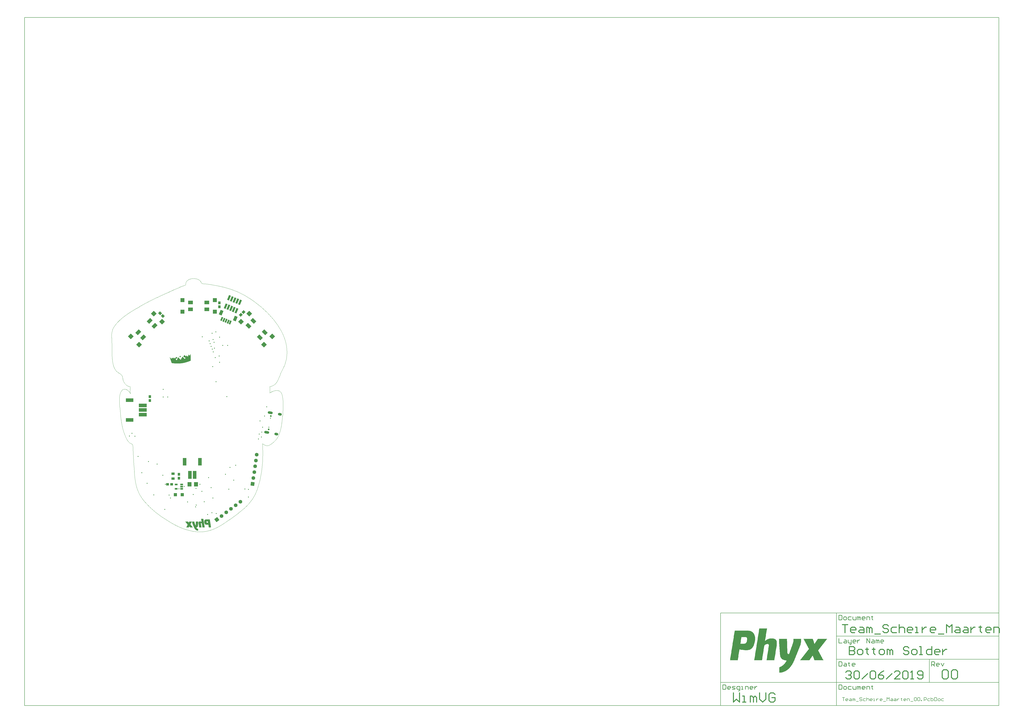
<source format=gbs>
G04*
G04 #@! TF.GenerationSoftware,Altium Limited,Altium Designer,18.1.11 (251)*
G04*
G04 Layer_Color=16711935*
%FSLAX25Y25*%
%MOIN*%
G70*
G01*
G75*
%ADD10C,0.00394*%
%ADD12C,0.00984*%
%ADD13C,0.00787*%
%ADD15C,0.01575*%
%ADD47C,0.06299*%
%ADD48P,0.08908X4X82.0*%
%ADD49P,0.08908X4X127.0*%
%ADD50C,0.02953*%
G04:AMPARAMS|DCode=51|XSize=43.31mil|YSize=66.93mil|CornerRadius=0mil|HoleSize=0mil|Usage=FLASHONLY|Rotation=80.000|XOffset=0mil|YOffset=0mil|HoleType=Round|Shape=Round|*
%AMOVALD51*
21,1,0.02362,0.04331,0.00000,0.00000,170.0*
1,1,0.04331,0.01163,-0.00205*
1,1,0.04331,-0.01163,0.00205*
%
%ADD51OVALD51*%

G04:AMPARAMS|DCode=52|XSize=43.31mil|YSize=86.61mil|CornerRadius=0mil|HoleSize=0mil|Usage=FLASHONLY|Rotation=80.000|XOffset=0mil|YOffset=0mil|HoleType=Round|Shape=Round|*
%AMOVALD52*
21,1,0.04331,0.04331,0.00000,0.00000,170.0*
1,1,0.04331,0.02133,-0.00376*
1,1,0.04331,-0.02133,0.00376*
%
%ADD52OVALD52*%

G04:AMPARAMS|DCode=85|XSize=43.31mil|YSize=47.24mil|CornerRadius=0mil|HoleSize=0mil|Usage=FLASHONLY|Rotation=225.000|XOffset=0mil|YOffset=0mil|HoleType=Round|Shape=Rectangle|*
%AMROTATEDRECTD85*
4,1,4,-0.00139,0.03202,0.03202,-0.00139,0.00139,-0.03202,-0.03202,0.00139,-0.00139,0.03202,0.0*
%
%ADD85ROTATEDRECTD85*%

G04:AMPARAMS|DCode=86|XSize=51.18mil|YSize=82.68mil|CornerRadius=0mil|HoleSize=0mil|Usage=FLASHONLY|Rotation=337.500|XOffset=0mil|YOffset=0mil|HoleType=Round|Shape=Rectangle|*
%AMROTATEDRECTD86*
4,1,4,-0.03946,-0.02840,-0.00782,0.04799,0.03946,0.02840,0.00782,-0.04799,-0.03946,-0.02840,0.0*
%
%ADD86ROTATEDRECTD86*%

G04:AMPARAMS|DCode=87|XSize=27.56mil|YSize=64.96mil|CornerRadius=0mil|HoleSize=0mil|Usage=FLASHONLY|Rotation=157.500|XOffset=0mil|YOffset=0mil|HoleType=Round|Shape=Rectangle|*
%AMROTATEDRECTD87*
4,1,4,0.02516,0.02474,0.00030,-0.03528,-0.02516,-0.02474,-0.00030,0.03528,0.02516,0.02474,0.0*
%
%ADD87ROTATEDRECTD87*%

%ADD88R,0.04331X0.04724*%
G04:AMPARAMS|DCode=89|XSize=43.31mil|YSize=47.24mil|CornerRadius=0mil|HoleSize=0mil|Usage=FLASHONLY|Rotation=315.000|XOffset=0mil|YOffset=0mil|HoleType=Round|Shape=Rectangle|*
%AMROTATEDRECTD89*
4,1,4,-0.03202,-0.00139,0.00139,0.03202,0.03202,0.00139,-0.00139,-0.03202,-0.03202,-0.00139,0.0*
%
%ADD89ROTATEDRECTD89*%

G04:AMPARAMS|DCode=90|XSize=33.47mil|YSize=86.61mil|CornerRadius=0mil|HoleSize=0mil|Usage=FLASHONLY|Rotation=337.500|XOffset=0mil|YOffset=0mil|HoleType=Round|Shape=Rectangle|*
%AMROTATEDRECTD90*
4,1,4,-0.03203,-0.03361,0.00111,0.04641,0.03203,0.03361,-0.00111,-0.04641,-0.03203,-0.03361,0.0*
%
%ADD90ROTATEDRECTD90*%

G04:AMPARAMS|DCode=91|XSize=82.68mil|YSize=59.06mil|CornerRadius=0mil|HoleSize=0mil|Usage=FLASHONLY|Rotation=315.000|XOffset=0mil|YOffset=0mil|HoleType=Round|Shape=Rectangle|*
%AMROTATEDRECTD91*
4,1,4,-0.05011,0.00835,-0.00835,0.05011,0.05011,-0.00835,0.00835,-0.05011,-0.05011,0.00835,0.0*
%
%ADD91ROTATEDRECTD91*%

G04:AMPARAMS|DCode=92|XSize=82.68mil|YSize=59.06mil|CornerRadius=0mil|HoleSize=0mil|Usage=FLASHONLY|Rotation=45.000|XOffset=0mil|YOffset=0mil|HoleType=Round|Shape=Rectangle|*
%AMROTATEDRECTD92*
4,1,4,-0.00835,-0.05011,-0.05011,-0.00835,0.00835,0.05011,0.05011,0.00835,-0.00835,-0.05011,0.0*
%
%ADD92ROTATEDRECTD92*%

%ADD93R,0.12598X0.05906*%
%ADD94R,0.13780X0.06299*%
%ADD95R,0.05315X0.05197*%
%ADD96R,0.04921X0.02756*%
%ADD97R,0.04724X0.04331*%
%ADD98R,0.05512X0.04331*%
%ADD99R,0.05906X0.12598*%
%ADD100R,0.06299X0.13780*%
%ADD101R,0.06693X0.07480*%
%ADD102R,0.08268X0.05906*%
%ADD103R,0.06693X0.06693*%
%ADD104P,0.09465X4X180.0*%
%ADD105P,0.09465X4X270.0*%
%ADD106C,0.01772*%
G36*
X-13526Y290593D02*
X-15948Y289664D01*
X-19721Y288416D01*
X-24556Y287198D01*
X-28378Y286533D01*
X-32235Y286119D01*
X-35279Y285971D01*
X-38033Y285978D01*
X-40100Y286053D01*
X-42748Y286254D01*
X-45753Y286609D01*
X-49213Y296929D01*
X-44173Y291783D01*
X-45911Y293584D01*
X-45104Y296107D01*
X-42847Y294532D01*
X-44173Y291783D01*
X-41906Y296378D01*
X-37176Y291531D01*
X-34577Y296651D01*
X-30223Y292103D01*
X-27349Y297783D01*
X-23387Y293491D01*
X-20299Y299760D01*
X-16743Y295684D01*
X-18268Y297491D01*
X-16666Y301346D01*
X-15087Y299200D01*
X-13500Y302572D01*
X-13526Y290593D01*
D02*
G37*
G36*
X-29327Y297303D02*
X-30004Y297250D01*
X-30620Y297180D01*
X-31130Y297107D01*
X-31710Y297003D01*
X-32177Y296900D01*
X-32660Y296777D01*
X-31416Y299489D01*
X-29327Y297303D01*
D02*
G37*
G36*
X-21204Y297929D02*
X-22234Y295841D01*
X-23007Y296202D01*
X-23752Y296493D01*
X-24546Y296752D01*
X-25415Y296977D01*
X-26056Y297102D01*
X-24406Y300301D01*
X-21204Y297929D01*
D02*
G37*
G36*
X-35745Y295523D02*
X-36430Y295122D01*
X-37017Y294734D01*
X-37572Y294322D01*
X-37998Y293981D01*
X-38436Y293594D01*
X-38812Y293240D01*
X-39963Y294421D01*
X-38068Y297357D01*
X-35745Y295523D01*
D02*
G37*
G36*
X18843Y21151D02*
X18880Y21140D01*
X18914Y21122D01*
X18944Y21097D01*
X18969Y21067D01*
X18973Y21058D01*
X18982Y21054D01*
X19012Y21029D01*
X19012Y21029D01*
X19012Y21029D01*
X19037Y20999D01*
X19048Y20979D01*
X19055Y20965D01*
X19055Y20965D01*
D01*
X19066Y20928D01*
X19069Y20901D01*
X19070Y20889D01*
X19070Y20822D01*
Y20822D01*
Y20822D01*
X19070Y20754D01*
X19070Y20686D01*
Y20686D01*
Y20686D01*
X19070Y20619D01*
Y20564D01*
X19080Y20556D01*
X19080Y20556D01*
X19080Y20556D01*
X19104Y20526D01*
X19115Y20505D01*
X19123Y20492D01*
X19123Y20492D01*
Y20492D01*
X19134Y20454D01*
X19137Y20427D01*
X19138Y20416D01*
X19138Y20348D01*
Y20348D01*
Y20348D01*
Y20281D01*
Y20213D01*
Y20213D01*
Y20213D01*
X19138Y20158D01*
X19147Y20150D01*
X19172Y20120D01*
X19190Y20086D01*
X19201Y20049D01*
X19205Y20010D01*
Y19942D01*
Y19942D01*
Y19942D01*
X19205Y19875D01*
Y19807D01*
X19205Y19739D01*
Y19739D01*
Y19739D01*
X19205Y19684D01*
X19215Y19676D01*
X19215Y19676D01*
X19215Y19676D01*
X19240Y19646D01*
X19251Y19626D01*
X19258Y19612D01*
X19258Y19612D01*
D01*
X19269Y19575D01*
X19272Y19548D01*
X19273Y19536D01*
X19273Y19469D01*
Y19469D01*
Y19469D01*
X19273Y19401D01*
Y19346D01*
X19283Y19338D01*
X19307Y19308D01*
X19326Y19274D01*
X19337Y19237D01*
X19341Y19198D01*
Y19130D01*
Y19063D01*
Y18995D01*
Y18927D01*
Y18872D01*
X19350Y18865D01*
X19375Y18835D01*
X19393Y18800D01*
X19404Y18763D01*
X19408Y18725D01*
Y18657D01*
Y18589D01*
Y18522D01*
Y18467D01*
X19418Y18459D01*
X19418Y18459D01*
X19418Y18459D01*
X19433Y18441D01*
X19443Y18429D01*
X19443Y18429D01*
X19443Y18428D01*
X19452Y18412D01*
X19461Y18394D01*
X19461Y18394D01*
X19461Y18394D01*
X19466Y18378D01*
X19472Y18357D01*
Y18357D01*
X19472Y18357D01*
X19474Y18336D01*
X19476Y18319D01*
Y18319D01*
Y18319D01*
X19476Y18251D01*
Y18183D01*
Y18183D01*
Y18183D01*
X19476Y18116D01*
X19476Y18061D01*
X19486Y18053D01*
X19486Y18053D01*
X19486Y18053D01*
X19495Y18041D01*
X19510Y18023D01*
X19510Y18023D01*
X19510Y18023D01*
X19516Y18011D01*
X19528Y17989D01*
X19528Y17988D01*
X19528Y17988D01*
X19533Y17975D01*
X19540Y17952D01*
Y17951D01*
X19540Y17951D01*
X19541Y17936D01*
X19544Y17913D01*
Y17913D01*
Y17913D01*
Y17845D01*
Y17845D01*
Y17845D01*
X19544Y17777D01*
X19544Y17710D01*
Y17710D01*
Y17710D01*
Y17642D01*
Y17587D01*
X19553Y17579D01*
X19578Y17549D01*
X19596Y17515D01*
X19607Y17478D01*
X19611Y17439D01*
Y17372D01*
Y17304D01*
Y17236D01*
Y17181D01*
X19621Y17173D01*
X19646Y17143D01*
X19664Y17109D01*
X19675Y17072D01*
X19679Y17033D01*
Y16966D01*
Y16898D01*
Y16898D01*
Y16898D01*
X19679Y16830D01*
X19679Y16775D01*
X19689Y16767D01*
X19689Y16767D01*
X19689Y16767D01*
X19713Y16737D01*
X19724Y16717D01*
X19731Y16703D01*
X19731Y16703D01*
Y16703D01*
X19743Y16666D01*
X19745Y16639D01*
X19746Y16627D01*
X19746Y16560D01*
Y16560D01*
Y16560D01*
Y16492D01*
Y16424D01*
Y16424D01*
Y16424D01*
X19746Y16357D01*
X19746Y16302D01*
X19752Y16297D01*
X19756Y16294D01*
X19781Y16264D01*
X19799Y16230D01*
X19810Y16193D01*
X19814Y16154D01*
X19814Y16086D01*
X19814Y16019D01*
Y16019D01*
Y16019D01*
X19814Y15951D01*
X19814Y15896D01*
X19824Y15888D01*
X19824Y15888D01*
X19824Y15888D01*
X19848Y15858D01*
X19860Y15837D01*
X19867Y15824D01*
X19867Y15824D01*
Y15824D01*
X19878Y15787D01*
X19881Y15759D01*
X19882Y15748D01*
X19882Y15680D01*
Y15680D01*
Y15680D01*
Y15613D01*
Y15613D01*
Y15613D01*
X19882Y15545D01*
Y15490D01*
X19892Y15482D01*
X19916Y15452D01*
X19934Y15418D01*
X19946Y15381D01*
X19949Y15342D01*
Y15274D01*
Y15207D01*
Y15139D01*
Y15084D01*
X19959Y15076D01*
X19984Y15046D01*
X20002Y15012D01*
X20013Y14975D01*
X20017Y14936D01*
Y14868D01*
Y14868D01*
Y14868D01*
X20017Y14801D01*
X20017Y14733D01*
Y14733D01*
Y14733D01*
Y14666D01*
Y14611D01*
X20027Y14603D01*
X20051Y14572D01*
X20070Y14538D01*
X20081Y14501D01*
X20085Y14463D01*
Y14395D01*
Y14327D01*
Y14327D01*
Y14327D01*
X20085Y14260D01*
Y14205D01*
X20094Y14197D01*
X20094Y14197D01*
X20094Y14197D01*
X20119Y14167D01*
X20130Y14146D01*
X20137Y14132D01*
X20137Y14132D01*
Y14132D01*
X20149Y14095D01*
X20151Y14068D01*
X20152Y14057D01*
Y14057D01*
Y14057D01*
X20152Y13989D01*
X20152Y13922D01*
Y13921D01*
Y13921D01*
X20152Y13854D01*
Y13799D01*
X20162Y13791D01*
X20187Y13761D01*
X20205Y13726D01*
X20216Y13689D01*
X20220Y13651D01*
Y13583D01*
Y13516D01*
Y13448D01*
Y13380D01*
Y13325D01*
X20230Y13317D01*
X20254Y13287D01*
X20273Y13253D01*
X20284Y13216D01*
X20288Y13177D01*
Y13110D01*
Y13042D01*
Y12974D01*
Y12919D01*
X20297Y12911D01*
X20322Y12881D01*
X20340Y12847D01*
X20351Y12810D01*
X20355Y12771D01*
Y12704D01*
Y12636D01*
Y12568D01*
Y12513D01*
X20365Y12505D01*
X20365Y12505D01*
X20365Y12505D01*
X20375Y12494D01*
X20390Y12475D01*
X20390Y12475D01*
X20390Y12475D01*
X20396Y12464D01*
X20408Y12441D01*
X20408Y12441D01*
X20408Y12441D01*
X20412Y12427D01*
X20419Y12404D01*
X20419Y12404D01*
X20419Y12404D01*
X20421Y12388D01*
X20423Y12366D01*
X20423Y12365D01*
X20423Y12365D01*
X20423Y12298D01*
Y12230D01*
Y12162D01*
Y12095D01*
Y12040D01*
X20433Y12032D01*
X20457Y12002D01*
X20475Y11968D01*
X20487Y11930D01*
X20491Y11892D01*
Y11824D01*
Y11757D01*
Y11689D01*
Y11634D01*
X20500Y11626D01*
X20500Y11626D01*
X20500Y11626D01*
X20525Y11596D01*
X20536Y11575D01*
X20543Y11562D01*
X20543Y11562D01*
D01*
X20554Y11525D01*
X20557Y11497D01*
X20558Y11486D01*
Y11418D01*
Y11351D01*
Y11283D01*
Y11228D01*
X20568Y11220D01*
X20593Y11190D01*
X20611Y11156D01*
X20622Y11119D01*
X20626Y11080D01*
Y11012D01*
X20626Y10945D01*
Y10945D01*
Y10945D01*
X20626Y10877D01*
X20626Y10810D01*
X20626Y10754D01*
X20636Y10746D01*
X20636Y10746D01*
X20636Y10746D01*
X20660Y10717D01*
X20671Y10696D01*
X20678Y10682D01*
X20678Y10682D01*
D01*
X20690Y10645D01*
X20692Y10618D01*
X20694Y10607D01*
Y10539D01*
Y10471D01*
Y10404D01*
Y10349D01*
X20703Y10341D01*
X20703Y10341D01*
X20703Y10340D01*
X20728Y10311D01*
X20739Y10290D01*
X20746Y10276D01*
X20746Y10276D01*
D01*
X20757Y10239D01*
X20760Y10212D01*
X20761Y10201D01*
Y10133D01*
Y10065D01*
Y9998D01*
Y9943D01*
X20771Y9935D01*
X20796Y9905D01*
X20814Y9870D01*
X20825Y9833D01*
X20829Y9795D01*
X20829Y9727D01*
X20829Y9659D01*
Y9659D01*
Y9659D01*
Y9592D01*
Y9592D01*
Y9592D01*
X20829Y9524D01*
Y9469D01*
X20839Y9461D01*
X20863Y9431D01*
X20881Y9397D01*
X20893Y9360D01*
X20897Y9321D01*
Y9254D01*
Y9186D01*
Y9118D01*
Y9063D01*
X20906Y9055D01*
X20906Y9055D01*
X20906Y9055D01*
X20916Y9043D01*
X20931Y9025D01*
X20931Y9025D01*
X20931Y9025D01*
X20937Y9014D01*
X20949Y8991D01*
X20949Y8991D01*
X20949Y8991D01*
X20953Y8977D01*
X20960Y8954D01*
Y8954D01*
X20960Y8954D01*
X20962Y8938D01*
X20964Y8915D01*
Y8915D01*
Y8915D01*
X20964Y8848D01*
X20964Y8780D01*
Y8780D01*
Y8780D01*
Y8712D01*
Y8712D01*
Y8712D01*
X20964Y8657D01*
X20974Y8649D01*
X20998Y8619D01*
X21017Y8585D01*
X21028Y8548D01*
X21032Y8510D01*
X21032Y8442D01*
Y8442D01*
Y8442D01*
Y8374D01*
Y8307D01*
Y8307D01*
Y8307D01*
X21032Y8239D01*
Y8184D01*
X21042Y8176D01*
X21042Y8176D01*
X21042Y8176D01*
X21066Y8146D01*
X21077Y8125D01*
X21084Y8112D01*
X21084Y8111D01*
D01*
X21096Y8074D01*
X21098Y8047D01*
X21099Y8036D01*
Y8036D01*
Y8036D01*
X21099Y7968D01*
X21099Y7901D01*
Y7901D01*
Y7901D01*
Y7833D01*
Y7833D01*
Y7833D01*
X21099Y7765D01*
X21099Y7698D01*
Y7698D01*
Y7698D01*
X21098Y7686D01*
X21096Y7659D01*
X21084Y7622D01*
D01*
X21084Y7622D01*
X21077Y7609D01*
X21066Y7588D01*
X21042Y7558D01*
X21042Y7558D01*
X21042Y7558D01*
X21012Y7533D01*
X20991Y7522D01*
X20977Y7515D01*
X20977Y7515D01*
D01*
X20940Y7504D01*
X20913Y7501D01*
X20902Y7500D01*
X20902D01*
X20902D01*
X17451Y7500D01*
X17413Y7504D01*
X17376Y7515D01*
X17342Y7533D01*
X17312Y7558D01*
X17287Y7588D01*
X17269Y7622D01*
X17257Y7659D01*
X17254Y7698D01*
Y7765D01*
Y7833D01*
Y7888D01*
X17244Y7896D01*
X17219Y7926D01*
X17201Y7960D01*
X17190Y7997D01*
X17186Y8036D01*
Y8104D01*
Y8171D01*
Y8239D01*
Y8294D01*
X17176Y8302D01*
X17176Y8302D01*
X17176Y8302D01*
X17152Y8332D01*
X17141Y8353D01*
X17133Y8366D01*
X17133Y8366D01*
D01*
X17122Y8403D01*
X17120Y8430D01*
X17118Y8442D01*
Y8442D01*
Y8442D01*
Y8509D01*
Y8577D01*
Y8645D01*
Y8712D01*
Y8767D01*
X17109Y8776D01*
X17084Y8805D01*
X17066Y8840D01*
X17054Y8877D01*
X17051Y8915D01*
Y8983D01*
Y9051D01*
Y9118D01*
Y9173D01*
X17041Y9181D01*
X17016Y9211D01*
X16998Y9246D01*
X16987Y9283D01*
X16983Y9321D01*
Y9389D01*
Y9389D01*
Y9389D01*
X16983Y9456D01*
X16983Y9524D01*
Y9524D01*
Y9524D01*
Y9592D01*
Y9647D01*
X16973Y9655D01*
X16949Y9685D01*
X16930Y9719D01*
X16919Y9756D01*
X16915Y9795D01*
Y9862D01*
Y9930D01*
Y9998D01*
Y10053D01*
X16906Y10061D01*
X16906Y10061D01*
X16906Y10061D01*
X16881Y10091D01*
X16870Y10112D01*
X16863Y10125D01*
X16863Y10125D01*
D01*
X16852Y10162D01*
X16849Y10189D01*
X16848Y10201D01*
Y10201D01*
Y10201D01*
Y10268D01*
Y10336D01*
Y10404D01*
Y10459D01*
X16838Y10467D01*
X16838Y10467D01*
X16838Y10467D01*
X16814Y10497D01*
X16802Y10517D01*
X16795Y10531D01*
X16795Y10531D01*
D01*
X16784Y10568D01*
X16781Y10595D01*
X16780Y10607D01*
Y10607D01*
Y10607D01*
Y10674D01*
Y10674D01*
Y10674D01*
X16780Y10742D01*
X16780Y10809D01*
X16780Y10809D01*
X16780Y10810D01*
X16780Y10877D01*
Y10932D01*
X16770Y10940D01*
X16746Y10970D01*
X16728Y11004D01*
X16716Y11041D01*
X16713Y11080D01*
X16713Y11148D01*
Y11148D01*
Y11148D01*
Y11215D01*
Y11283D01*
Y11283D01*
Y11283D01*
X16713Y11338D01*
X16703Y11346D01*
X16678Y11376D01*
X16660Y11410D01*
X16649Y11447D01*
X16645Y11486D01*
Y11554D01*
Y11621D01*
Y11689D01*
Y11744D01*
X16635Y11752D01*
X16635Y11752D01*
X16635Y11752D01*
X16611Y11782D01*
X16599Y11803D01*
X16592Y11816D01*
X16592Y11816D01*
D01*
X16581Y11853D01*
X16578Y11881D01*
X16577Y11892D01*
Y11892D01*
Y11892D01*
X16577Y11960D01*
X16577Y12027D01*
Y12027D01*
Y12027D01*
X16577Y12095D01*
Y12162D01*
X16577Y12218D01*
X16567Y12226D01*
X16567Y12226D01*
X16567Y12226D01*
X16553Y12243D01*
X16543Y12256D01*
X16543Y12256D01*
X16543Y12256D01*
X16534Y12273D01*
X16525Y12290D01*
X16525Y12290D01*
X16525Y12290D01*
X16521Y12303D01*
X16517D01*
X16509Y12293D01*
X16479Y12269D01*
X16445Y12250D01*
X16408Y12239D01*
X16369Y12235D01*
X16179D01*
X16178Y12235D01*
X16171Y12226D01*
X16171Y12226D01*
X16171Y12226D01*
X16162Y12218D01*
X16141Y12201D01*
X16107Y12183D01*
X16107D01*
X16106Y12183D01*
X16084Y12176D01*
X16070Y12172D01*
X16070D01*
X16070Y12172D01*
X16050Y12170D01*
X16031Y12168D01*
X16031D01*
X16031D01*
X15840Y12168D01*
X15833Y12158D01*
X15802Y12133D01*
X15768Y12115D01*
X15731Y12104D01*
X15693Y12100D01*
X15435D01*
X15427Y12090D01*
X15397Y12066D01*
X15362Y12048D01*
X15325Y12036D01*
X15287Y12032D01*
X14826D01*
X14818Y12023D01*
X14818Y12023D01*
X14788Y11998D01*
X14753Y11980D01*
X14716Y11969D01*
X14678Y11965D01*
X12987D01*
X12987D01*
X12987D01*
X12975Y11966D01*
X12948Y11969D01*
X12911Y11980D01*
D01*
X12911Y11980D01*
X12897Y11987D01*
X12877Y11998D01*
X12847Y12023D01*
X12847Y12023D01*
X12847Y12023D01*
X12839Y12032D01*
X12581D01*
X12581D01*
X12581D01*
X12569Y12033D01*
X12542Y12036D01*
X12505Y12048D01*
D01*
X12505Y12048D01*
X12491Y12055D01*
X12471Y12066D01*
X12441Y12090D01*
X12441Y12090D01*
X12441Y12090D01*
X12433Y12100D01*
X12378D01*
X12339Y12104D01*
X12302Y12115D01*
X12268Y12133D01*
X12238Y12158D01*
X12230Y12168D01*
X12175Y12168D01*
D01*
D01*
X12175D01*
X12171Y12168D01*
X12136Y12172D01*
X12110Y12179D01*
X12099Y12183D01*
X12087Y12189D01*
X12065Y12201D01*
X12035Y12226D01*
Y12226D01*
X12035D01*
X12027Y12235D01*
X11972D01*
X11933Y12239D01*
X11896Y12250D01*
X11862Y12269D01*
X11832Y12293D01*
X11823Y12304D01*
X11798Y12307D01*
X11787Y12310D01*
X11761Y12318D01*
X11727Y12336D01*
X11697Y12361D01*
Y12361D01*
X11697D01*
X11672Y12391D01*
X11667Y12399D01*
X11659Y12404D01*
X11629Y12428D01*
X11629Y12428D01*
X11629Y12429D01*
X11620Y12440D01*
X11595Y12442D01*
X11558Y12453D01*
D01*
X11558Y12453D01*
X11545Y12461D01*
X11524Y12472D01*
X11494Y12496D01*
X11494Y12496D01*
X11494Y12496D01*
X11469Y12526D01*
X11465Y12535D01*
X11456Y12539D01*
X11426Y12564D01*
X11426Y12564D01*
X11426Y12564D01*
X11417Y12575D01*
X11408Y12576D01*
X11392Y12577D01*
X11392Y12577D01*
X11392D01*
X11369Y12585D01*
X11355Y12589D01*
X11355Y12589D01*
X11355Y12589D01*
X11332Y12601D01*
X11321Y12607D01*
X11321Y12607D01*
X11321Y12607D01*
X11303Y12622D01*
X11291Y12631D01*
X11291Y12631D01*
X11291Y12631D01*
X11281Y12643D01*
X11266Y12662D01*
X11266Y12662D01*
X11266Y12662D01*
X11262Y12670D01*
X11253Y12675D01*
X11253Y12675D01*
X11253Y12675D01*
X11235Y12689D01*
X11223Y12699D01*
X11223Y12699D01*
X11223Y12699D01*
X11213Y12711D01*
X11199Y12729D01*
X11198Y12729D01*
X11198Y12729D01*
X11194Y12738D01*
X11186Y12742D01*
X11156Y12767D01*
X11131Y12797D01*
X11126Y12805D01*
X11118Y12810D01*
X11088Y12834D01*
X11063Y12865D01*
X11059Y12873D01*
X11050Y12878D01*
X11020Y12902D01*
X10996Y12932D01*
X10991Y12941D01*
X10983Y12945D01*
X10953Y12970D01*
X10928Y13000D01*
X10923Y13008D01*
X10915Y13013D01*
X10885Y13037D01*
X10860Y13067D01*
X10856Y13076D01*
X10847Y13081D01*
X10817Y13105D01*
X10793Y13135D01*
X10788Y13144D01*
X10780Y13148D01*
X10750Y13173D01*
X10725Y13203D01*
X10707Y13237D01*
X10695Y13274D01*
X10693Y13299D01*
X10682Y13308D01*
X10657Y13338D01*
X10653Y13347D01*
X10644Y13351D01*
X10614Y13376D01*
X10590Y13406D01*
X10571Y13440D01*
X10560Y13477D01*
X10558Y13502D01*
X10547Y13511D01*
X10547Y13511D01*
X10547Y13511D01*
X10522Y13541D01*
X10517Y13550D01*
X10509Y13554D01*
X10479Y13579D01*
X10454Y13609D01*
X10436Y13643D01*
X10425Y13680D01*
X10422Y13705D01*
X10411Y13714D01*
X10411Y13714D01*
X10411Y13714D01*
X10387Y13744D01*
X10376Y13765D01*
X10368Y13778D01*
X10368Y13778D01*
Y13778D01*
X10357Y13815D01*
X10355Y13840D01*
X10344Y13849D01*
X10344Y13849D01*
X10344Y13849D01*
X10334Y13861D01*
X10319Y13879D01*
X10319Y13879D01*
X10319Y13879D01*
X10313Y13890D01*
X10301Y13913D01*
X10301Y13913D01*
X10301Y13913D01*
X10297Y13927D01*
X10289Y13950D01*
Y13950D01*
X10289Y13950D01*
X10288Y13966D01*
X10287Y13975D01*
X10276Y13984D01*
X10276Y13984D01*
X10276Y13984D01*
X10251Y14015D01*
X10240Y14035D01*
X10233Y14049D01*
X10233Y14049D01*
D01*
X10222Y14086D01*
X10219Y14111D01*
X10208Y14120D01*
X10184Y14150D01*
X10165Y14184D01*
X10154Y14221D01*
X10150Y14260D01*
Y14315D01*
X10141Y14323D01*
X10141Y14323D01*
X10141Y14323D01*
X10116Y14353D01*
X10105Y14374D01*
X10098Y14387D01*
X10098Y14387D01*
D01*
X10087Y14424D01*
X10084Y14451D01*
X10083Y14463D01*
X10083Y14518D01*
X10073Y14526D01*
X10073Y14526D01*
X10073Y14526D01*
X10048Y14556D01*
X10037Y14577D01*
X10030Y14590D01*
X10030Y14590D01*
D01*
X10019Y14627D01*
X10016Y14654D01*
X10015Y14666D01*
Y14666D01*
Y14666D01*
X10015Y14721D01*
X10005Y14729D01*
X9981Y14759D01*
X9962Y14793D01*
X9951Y14830D01*
X9947Y14868D01*
Y14924D01*
X9938Y14932D01*
X9913Y14962D01*
X9895Y14996D01*
X9884Y15033D01*
X9880Y15071D01*
Y15139D01*
Y15194D01*
X9870Y15202D01*
X9870Y15202D01*
X9870Y15202D01*
X9860Y15214D01*
X9845Y15232D01*
X9845Y15232D01*
X9845Y15232D01*
X9839Y15244D01*
X9827Y15266D01*
X9827Y15266D01*
X9827Y15267D01*
X9823Y15280D01*
X9816Y15303D01*
Y15304D01*
X9816Y15304D01*
X9814Y15319D01*
X9812Y15342D01*
Y15342D01*
Y15342D01*
X9812Y15410D01*
Y15465D01*
X9803Y15473D01*
X9803Y15473D01*
X9802Y15473D01*
X9793Y15485D01*
X9778Y15503D01*
X9778Y15503D01*
X9778Y15503D01*
X9772Y15514D01*
X9760Y15537D01*
X9760Y15537D01*
X9760Y15537D01*
X9755Y15551D01*
X9748Y15574D01*
X9748Y15574D01*
X9748Y15574D01*
X9747Y15590D01*
X9745Y15613D01*
X9745Y15613D01*
X9745Y15613D01*
X9745Y15680D01*
X9745Y15748D01*
Y15748D01*
Y15748D01*
Y15803D01*
X9735Y15811D01*
X9735Y15811D01*
X9735Y15811D01*
X9710Y15841D01*
X9699Y15862D01*
X9692Y15875D01*
X9692Y15875D01*
D01*
X9681Y15912D01*
X9678Y15939D01*
X9677Y15951D01*
X9677Y16019D01*
Y16019D01*
Y16019D01*
Y16086D01*
Y16086D01*
Y16086D01*
X9677Y16154D01*
X9677Y16221D01*
Y16221D01*
Y16221D01*
Y16289D01*
Y16344D01*
X9667Y16352D01*
X9643Y16382D01*
X9624Y16416D01*
X9613Y16454D01*
X9609Y16492D01*
Y16560D01*
Y16627D01*
Y16695D01*
Y16763D01*
Y16830D01*
Y16898D01*
X9609Y16966D01*
Y16966D01*
Y16966D01*
Y17033D01*
Y17033D01*
Y17033D01*
X9609Y17101D01*
Y17169D01*
Y17236D01*
Y17304D01*
Y17372D01*
Y17439D01*
Y17507D01*
Y17574D01*
Y17642D01*
Y17710D01*
X9609Y17777D01*
Y17777D01*
Y17777D01*
X9609Y17845D01*
Y17913D01*
Y17980D01*
Y18048D01*
Y18116D01*
Y18183D01*
X9613Y18222D01*
X9624Y18259D01*
X9643Y18293D01*
X9667Y18323D01*
X9677Y18331D01*
X9677Y18386D01*
X9677Y18454D01*
Y18454D01*
Y18454D01*
X9677Y18522D01*
X9681Y18560D01*
X9692Y18597D01*
X9710Y18632D01*
X9735Y18662D01*
X9745Y18669D01*
Y18724D01*
X9745Y18792D01*
Y18792D01*
Y18792D01*
X9746Y18809D01*
X9748Y18831D01*
X9748Y18831D01*
Y18831D01*
X9755Y18852D01*
X9760Y18868D01*
X9760Y18868D01*
X9760Y18868D01*
X9769Y18885D01*
X9778Y18902D01*
X9778Y18902D01*
X9778Y18902D01*
X9788Y18914D01*
X9802Y18932D01*
X9803Y18932D01*
X9803Y18932D01*
X9812Y18940D01*
Y18995D01*
X9813Y19007D01*
X9816Y19034D01*
X9827Y19071D01*
D01*
X9827Y19071D01*
X9834Y19084D01*
X9845Y19105D01*
X9870Y19135D01*
X9870Y19135D01*
X9870Y19135D01*
X9881Y19144D01*
X9884Y19169D01*
X9895Y19206D01*
D01*
X9895Y19206D01*
X9902Y19220D01*
X9913Y19240D01*
X9938Y19270D01*
X9938Y19270D01*
X9938Y19270D01*
X9949Y19279D01*
X9949Y19283D01*
X9951Y19304D01*
X9951Y19304D01*
Y19304D01*
X9958Y19325D01*
X9962Y19341D01*
X9963Y19342D01*
X9963Y19342D01*
X9972Y19359D01*
X9981Y19376D01*
X9981Y19376D01*
X9981Y19376D01*
X9991Y19388D01*
X10005Y19406D01*
X10005Y19406D01*
X10006Y19406D01*
X10017Y19415D01*
X10019Y19440D01*
X10030Y19477D01*
D01*
X10030Y19477D01*
X10037Y19490D01*
X10048Y19511D01*
X10073Y19541D01*
X10073Y19541D01*
X10073Y19541D01*
X10084Y19550D01*
X10087Y19575D01*
X10098Y19612D01*
X10116Y19646D01*
X10141Y19676D01*
X10171Y19701D01*
X10179Y19705D01*
X10184Y19714D01*
X10208Y19744D01*
X10208Y19744D01*
X10208Y19744D01*
X10219Y19753D01*
X10222Y19778D01*
X10233Y19815D01*
D01*
X10233Y19815D01*
X10240Y19828D01*
X10251Y19849D01*
X10276Y19879D01*
X10276Y19879D01*
X10276Y19879D01*
X10306Y19904D01*
X10315Y19908D01*
X10319Y19917D01*
X10319Y19917D01*
X10319Y19917D01*
X10334Y19935D01*
X10344Y19947D01*
X10344Y19947D01*
X10344Y19947D01*
X10356Y19957D01*
X10374Y19972D01*
X10374Y19972D01*
X10374Y19972D01*
X10382Y19976D01*
X10387Y19985D01*
X10411Y20015D01*
X10411Y20015D01*
X10411Y20015D01*
X10441Y20039D01*
X10450Y20044D01*
X10454Y20052D01*
X10479Y20082D01*
X10509Y20107D01*
X10518Y20111D01*
X10522Y20120D01*
X10547Y20150D01*
X10547Y20150D01*
X10547Y20150D01*
X10577Y20174D01*
X10585Y20179D01*
X10590Y20188D01*
X10614Y20218D01*
X10644Y20242D01*
X10653Y20247D01*
X10657Y20255D01*
X10682Y20285D01*
X10682Y20285D01*
X10682Y20285D01*
X10712Y20310D01*
X10720Y20314D01*
X10725Y20323D01*
X10750Y20353D01*
X10780Y20377D01*
X10787Y20381D01*
X10788Y20382D01*
X10793Y20390D01*
X10810Y20412D01*
X10817Y20420D01*
X10817Y20420D01*
X10817Y20420D01*
X10826Y20428D01*
X10847Y20445D01*
X10881Y20463D01*
X10881D01*
X10881Y20463D01*
X10910Y20472D01*
X10919Y20474D01*
X10919D01*
X10919Y20474D01*
X10942Y20477D01*
X10943Y20477D01*
X10949Y20483D01*
X10953Y20488D01*
X10983Y20513D01*
X10991Y20517D01*
X10996Y20526D01*
X11020Y20556D01*
X11050Y20580D01*
X11084Y20599D01*
X11121Y20610D01*
X11146Y20612D01*
X11155Y20623D01*
X11156Y20623D01*
X11156Y20623D01*
X11185Y20648D01*
X11206Y20659D01*
X11220Y20666D01*
X11220Y20666D01*
D01*
X11257Y20677D01*
X11282Y20680D01*
X11291Y20691D01*
X11291Y20691D01*
X11291Y20691D01*
X11306Y20703D01*
X11321Y20716D01*
X11321Y20716D01*
X11321Y20716D01*
X11348Y20730D01*
X11355Y20734D01*
X11355D01*
X11355Y20734D01*
X11374Y20740D01*
X11392Y20745D01*
X11392Y20745D01*
X11392D01*
X11404Y20746D01*
X11417Y20748D01*
X11426Y20759D01*
X11426D01*
Y20759D01*
X11456Y20783D01*
X11466Y20789D01*
X11490Y20801D01*
X11513Y20808D01*
X11527Y20813D01*
X11552Y20815D01*
X11561Y20826D01*
X11561D01*
Y20826D01*
X11591Y20851D01*
X11621Y20867D01*
X11626Y20869D01*
D01*
X11626Y20869D01*
X11663Y20880D01*
X11694Y20884D01*
X11701Y20884D01*
X11701D01*
X11701D01*
X11756D01*
X11764Y20894D01*
X11764Y20894D01*
X11764Y20894D01*
X11776Y20904D01*
X11794Y20919D01*
X11794Y20919D01*
X11794Y20919D01*
X11805Y20924D01*
X11828Y20937D01*
X11829Y20937D01*
X11829Y20937D01*
X11842Y20941D01*
X11866Y20948D01*
X11866D01*
X11866Y20948D01*
X11881Y20950D01*
X11904Y20952D01*
X11904D01*
X11904D01*
X11959D01*
X11967Y20962D01*
X11997Y20986D01*
X12031Y21004D01*
X12069Y21016D01*
X12107Y21020D01*
X12297D01*
X12306Y21029D01*
X12336Y21054D01*
X12370Y21072D01*
X12407Y21083D01*
X12445Y21087D01*
X12839D01*
X12847Y21097D01*
X12847Y21097D01*
X12847Y21097D01*
X12877Y21122D01*
X12898Y21133D01*
X12911Y21140D01*
X12911Y21140D01*
D01*
X12948Y21151D01*
X12975Y21154D01*
X12987Y21155D01*
X18804D01*
X18843Y21151D01*
D02*
G37*
G36*
X-7270Y17498D02*
X-7233Y17487D01*
X-7198Y17468D01*
X-7169Y17444D01*
X-7144Y17414D01*
X-7126Y17380D01*
X-7114Y17343D01*
X-7111Y17304D01*
Y17236D01*
Y17169D01*
Y17101D01*
Y17101D01*
Y17101D01*
X-7111Y17033D01*
Y16966D01*
X-7111Y16898D01*
Y16898D01*
Y16898D01*
Y16843D01*
X-7101Y16835D01*
X-7076Y16805D01*
X-7058Y16771D01*
X-7047Y16734D01*
X-7043Y16695D01*
Y16627D01*
Y16560D01*
X-7043Y16492D01*
Y16492D01*
Y16492D01*
Y16424D01*
Y16424D01*
Y16424D01*
X-7043Y16357D01*
Y16302D01*
X-7033Y16294D01*
X-7033Y16294D01*
X-7033Y16294D01*
X-7024Y16282D01*
X-7009Y16264D01*
X-7009Y16264D01*
X-7009Y16264D01*
X-7003Y16253D01*
X-6990Y16230D01*
X-6990Y16230D01*
X-6990Y16230D01*
X-6986Y16216D01*
X-6979Y16193D01*
Y16193D01*
X-6979Y16193D01*
X-6978Y16177D01*
X-6975Y16154D01*
X-6975Y16086D01*
X-6975Y16086D01*
X-6975Y16086D01*
X-6975Y16019D01*
X-6975Y15964D01*
X-6966Y15956D01*
X-6941Y15925D01*
X-6923Y15891D01*
X-6911Y15854D01*
X-6908Y15816D01*
Y15748D01*
Y15693D01*
X-6898Y15685D01*
X-6873Y15655D01*
X-6855Y15621D01*
X-6844Y15584D01*
X-6840Y15545D01*
Y15477D01*
Y15422D01*
X-6830Y15414D01*
X-6830Y15414D01*
X-6830Y15414D01*
X-6806Y15384D01*
X-6795Y15364D01*
X-6787Y15350D01*
X-6787Y15350D01*
D01*
X-6776Y15313D01*
X-6774Y15286D01*
X-6772Y15274D01*
X-6772Y15207D01*
Y15207D01*
Y15207D01*
X-6772Y15152D01*
X-6763Y15144D01*
X-6763Y15144D01*
X-6763Y15144D01*
X-6738Y15114D01*
X-6727Y15093D01*
X-6720Y15079D01*
X-6720Y15079D01*
D01*
X-6708Y15042D01*
X-6706Y15015D01*
X-6705Y15004D01*
Y14949D01*
X-6695Y14941D01*
X-6695Y14941D01*
X-6695Y14941D01*
X-6670Y14911D01*
X-6659Y14890D01*
X-6652Y14877D01*
X-6652Y14877D01*
Y14877D01*
X-6641Y14840D01*
X-6638Y14812D01*
X-6637Y14801D01*
X-6637Y14746D01*
X-6627Y14738D01*
X-6627Y14738D01*
X-6627Y14738D01*
X-6603Y14708D01*
X-6592Y14687D01*
X-6584Y14674D01*
X-6584Y14674D01*
Y14674D01*
X-6573Y14637D01*
X-6571Y14612D01*
X-6560Y14603D01*
X-6560Y14603D01*
X-6560Y14603D01*
X-6535Y14572D01*
X-6524Y14552D01*
X-6517Y14538D01*
X-6517Y14538D01*
D01*
X-6506Y14501D01*
X-6503Y14474D01*
X-6502Y14463D01*
X-6502Y14408D01*
X-6492Y14400D01*
X-6468Y14370D01*
X-6449Y14335D01*
X-6438Y14298D01*
X-6434Y14260D01*
Y14205D01*
X-6424Y14197D01*
X-6424Y14197D01*
X-6424Y14197D01*
X-6400Y14167D01*
X-6389Y14146D01*
X-6381Y14132D01*
X-6381Y14132D01*
D01*
X-6370Y14095D01*
X-6368Y14068D01*
X-6367Y14057D01*
Y14002D01*
X-6357Y13994D01*
X-6332Y13964D01*
X-6314Y13929D01*
X-6303Y13892D01*
X-6300Y13867D01*
X-6289Y13858D01*
X-6265Y13828D01*
X-6246Y13794D01*
X-6235Y13757D01*
X-6231Y13719D01*
Y13663D01*
X-6222Y13655D01*
X-6222Y13655D01*
X-6222Y13655D01*
X-6197Y13625D01*
X-6186Y13605D01*
X-6179Y13591D01*
X-6179Y13591D01*
D01*
X-6167Y13554D01*
X-6165Y13527D01*
X-6163Y13516D01*
X-6163Y13461D01*
X-6154Y13453D01*
X-6154Y13453D01*
X-6154Y13453D01*
X-6129Y13422D01*
X-6118Y13402D01*
X-6111Y13388D01*
X-6111Y13388D01*
D01*
X-6100Y13351D01*
X-6097Y13324D01*
X-6096Y13313D01*
X-6096Y13258D01*
X-6086Y13250D01*
X-6086Y13250D01*
X-6086Y13250D01*
X-6076Y13238D01*
X-6062Y13220D01*
X-6062Y13219D01*
X-6062Y13219D01*
X-6056Y13208D01*
X-6043Y13185D01*
X-6043Y13185D01*
X-6043Y13185D01*
X-6039Y13172D01*
X-6032Y13148D01*
Y13148D01*
X-6032Y13148D01*
X-6030Y13133D01*
X-6030Y13123D01*
X-6019Y13114D01*
X-6019Y13114D01*
X-6019Y13114D01*
X-5994Y13084D01*
X-5983Y13063D01*
X-5976Y13050D01*
X-5976Y13050D01*
D01*
X-5964Y13013D01*
X-5962Y12986D01*
X-5961Y12974D01*
Y12919D01*
X-5951Y12911D01*
X-5951Y12911D01*
X-5951Y12911D01*
X-5926Y12881D01*
X-5915Y12860D01*
X-5908Y12847D01*
X-5908Y12847D01*
D01*
X-5897Y12810D01*
X-5894Y12783D01*
X-5893Y12771D01*
Y12771D01*
Y12771D01*
X-5893Y12716D01*
X-5883Y12708D01*
X-5859Y12678D01*
X-5840Y12644D01*
X-5829Y12607D01*
X-5825Y12568D01*
Y12513D01*
X-5816Y12505D01*
X-5816Y12505D01*
X-5816Y12505D01*
X-5806Y12494D01*
X-5791Y12475D01*
X-5791Y12475D01*
X-5791Y12475D01*
X-5785Y12464D01*
X-5773Y12441D01*
X-5773Y12441D01*
X-5773Y12441D01*
X-5768Y12427D01*
X-5761Y12404D01*
Y12404D01*
X-5761Y12404D01*
X-5760Y12388D01*
X-5758Y12365D01*
Y12310D01*
X-5748Y12302D01*
X-5723Y12272D01*
X-5705Y12238D01*
X-5694Y12201D01*
X-5691Y12176D01*
X-5680Y12167D01*
X-5656Y12137D01*
X-5637Y12103D01*
X-5626Y12066D01*
X-5622Y12027D01*
Y11972D01*
X-5613Y11964D01*
X-5613Y11964D01*
X-5613Y11964D01*
X-5603Y11952D01*
X-5588Y11934D01*
X-5588Y11934D01*
X-5588Y11934D01*
X-5582Y11923D01*
X-5570Y11900D01*
X-5570Y11900D01*
X-5570Y11900D01*
X-5566Y11886D01*
X-5559Y11863D01*
Y11863D01*
X-5559Y11863D01*
X-5557Y11847D01*
X-5555Y11824D01*
Y11769D01*
X-5545Y11761D01*
X-5545Y11761D01*
X-5545Y11761D01*
X-5520Y11731D01*
X-5509Y11710D01*
X-5502Y11697D01*
X-5502Y11697D01*
D01*
X-5491Y11660D01*
X-5488Y11633D01*
X-5487Y11621D01*
Y11621D01*
Y11621D01*
X-5487Y11566D01*
X-5477Y11558D01*
X-5453Y11528D01*
X-5434Y11494D01*
X-5423Y11457D01*
X-5421Y11432D01*
X-5410Y11423D01*
X-5410Y11423D01*
X-5410Y11423D01*
X-5385Y11393D01*
X-5374Y11372D01*
X-5367Y11359D01*
X-5367Y11359D01*
D01*
X-5356Y11322D01*
X-5353Y11294D01*
X-5352Y11283D01*
Y11283D01*
Y11283D01*
Y11228D01*
X-5342Y11220D01*
X-5342Y11220D01*
X-5342Y11220D01*
X-5317Y11190D01*
X-5306Y11169D01*
X-5299Y11156D01*
X-5299Y11156D01*
D01*
X-5288Y11119D01*
X-5285Y11091D01*
X-5284Y11080D01*
Y11080D01*
Y11080D01*
X-5284Y11025D01*
X-5274Y11017D01*
X-5250Y10987D01*
X-5232Y10953D01*
X-5220Y10916D01*
X-5216Y10877D01*
Y10822D01*
X-5207Y10814D01*
X-5207Y10814D01*
X-5207Y10814D01*
X-5197Y10802D01*
X-5182Y10784D01*
X-5182Y10784D01*
X-5182Y10784D01*
X-5176Y10773D01*
X-5164Y10750D01*
X-5164Y10750D01*
X-5164Y10750D01*
X-5160Y10736D01*
X-5153Y10713D01*
X-5153Y10713D01*
X-5153Y10713D01*
X-5151Y10697D01*
X-5150Y10688D01*
X-5139Y10679D01*
X-5128Y10665D01*
X-5125Y10662D01*
X-5115Y10665D01*
X-5076Y10669D01*
X-5021D01*
X-5013Y10679D01*
X-4983Y10703D01*
X-4974Y10708D01*
X-4970Y10717D01*
X-4945Y10746D01*
X-4945Y10746D01*
X-4945Y10746D01*
X-4915Y10771D01*
X-4907Y10776D01*
X-4902Y10784D01*
X-4878Y10814D01*
X-4878Y10814D01*
X-4878Y10814D01*
X-4848Y10839D01*
X-4839Y10843D01*
X-4835Y10852D01*
X-4810Y10882D01*
X-4810Y10882D01*
X-4810Y10882D01*
X-4800Y10890D01*
Y10945D01*
X-4796Y10983D01*
X-4785Y11021D01*
X-4767Y11055D01*
X-4742Y11085D01*
X-4733Y11093D01*
Y11148D01*
Y11215D01*
Y11283D01*
Y11351D01*
Y11418D01*
Y11486D01*
Y11554D01*
Y11621D01*
Y11689D01*
Y11757D01*
Y11824D01*
Y11892D01*
Y11960D01*
Y12027D01*
Y12027D01*
Y12027D01*
X-4733Y12095D01*
X-4733Y12162D01*
Y12162D01*
Y12162D01*
Y12230D01*
Y12298D01*
Y12298D01*
Y12298D01*
X-4733Y12365D01*
X-4733Y12433D01*
Y12433D01*
Y12433D01*
Y12501D01*
Y12568D01*
Y12568D01*
Y12569D01*
X-4732Y12580D01*
X-4729Y12607D01*
X-4718Y12644D01*
D01*
X-4718Y12644D01*
X-4710Y12658D01*
X-4699Y12678D01*
X-4675Y12708D01*
X-4675Y12708D01*
X-4675Y12708D01*
X-4665Y12716D01*
X-4665Y12771D01*
Y12771D01*
Y12772D01*
X-4665Y12839D01*
X-4665Y12907D01*
Y12907D01*
Y12907D01*
X-4665Y12974D01*
X-4665Y12974D01*
X-4665Y12974D01*
X-4665Y13042D01*
X-4665Y13110D01*
Y13110D01*
Y13110D01*
Y13177D01*
Y13245D01*
Y13313D01*
Y13380D01*
Y13448D01*
X-4665Y13516D01*
Y13516D01*
Y13516D01*
X-4665Y13583D01*
Y13651D01*
Y13719D01*
Y13786D01*
Y13786D01*
Y13786D01*
X-4665Y13854D01*
X-4665Y13921D01*
Y13921D01*
Y13921D01*
Y13989D01*
Y14057D01*
Y14124D01*
Y14192D01*
Y14260D01*
Y14327D01*
Y14395D01*
Y14395D01*
Y14395D01*
X-4665Y14463D01*
X-4665Y14530D01*
X-4665Y14530D01*
X-4665Y14530D01*
X-4665Y14598D01*
X-4665Y14665D01*
Y14666D01*
Y14666D01*
Y14733D01*
Y14801D01*
X-4665Y14868D01*
Y14869D01*
Y14869D01*
X-4665Y14936D01*
Y15004D01*
Y15071D01*
Y15139D01*
X-4665Y15207D01*
Y15207D01*
Y15207D01*
X-4665Y15274D01*
X-4664Y15286D01*
X-4661Y15313D01*
X-4650Y15350D01*
D01*
X-4650Y15350D01*
X-4643Y15364D01*
X-4632Y15384D01*
X-4607Y15414D01*
X-4607Y15414D01*
X-4607Y15414D01*
X-4597Y15422D01*
X-4597Y15477D01*
Y15477D01*
Y15477D01*
Y15545D01*
Y15545D01*
Y15545D01*
X-4597Y15613D01*
Y15680D01*
X-4597Y15748D01*
Y15748D01*
Y15748D01*
Y15816D01*
Y15816D01*
Y15816D01*
X-4597Y15883D01*
Y15951D01*
Y16018D01*
X-4597Y16086D01*
X-4597Y16086D01*
X-4597Y16086D01*
X-4597Y16154D01*
Y16221D01*
Y16289D01*
Y16357D01*
Y16424D01*
Y16492D01*
X-4597Y16560D01*
X-4597Y16560D01*
X-4597Y16560D01*
X-4597Y16627D01*
Y16695D01*
Y16763D01*
Y16830D01*
X-4597Y16898D01*
X-4597Y16898D01*
X-4597Y16898D01*
X-4597Y16966D01*
Y17033D01*
X-4597Y17101D01*
Y17101D01*
Y17101D01*
Y17169D01*
Y17236D01*
X-4594Y17275D01*
X-4582Y17312D01*
X-4564Y17346D01*
X-4539Y17376D01*
X-4509Y17401D01*
X-4475Y17419D01*
X-4438Y17430D01*
X-4400Y17434D01*
X-814D01*
X-776Y17430D01*
X-738Y17419D01*
X-704Y17401D01*
X-674Y17376D01*
X-650Y17346D01*
X-631Y17312D01*
X-620Y17275D01*
X-616Y17236D01*
Y17169D01*
Y17101D01*
Y17033D01*
Y16966D01*
Y16898D01*
Y16830D01*
Y16763D01*
Y16695D01*
Y16627D01*
X-620Y16589D01*
X-631Y16552D01*
X-650Y16518D01*
X-674Y16488D01*
X-684Y16480D01*
X-684Y16424D01*
Y16424D01*
Y16424D01*
Y16357D01*
Y16357D01*
Y16357D01*
X-684Y16289D01*
Y16222D01*
Y16154D01*
X-684Y16086D01*
Y16086D01*
Y16086D01*
Y16019D01*
Y15951D01*
Y15951D01*
Y15951D01*
X-684Y15883D01*
X-684Y15816D01*
Y15816D01*
Y15816D01*
Y15748D01*
Y15748D01*
Y15748D01*
X-684Y15680D01*
Y15613D01*
X-684Y15545D01*
Y15545D01*
Y15545D01*
X-685Y15534D01*
X-688Y15507D01*
X-699Y15469D01*
D01*
X-699Y15469D01*
X-706Y15456D01*
X-717Y15435D01*
X-742Y15405D01*
X-742Y15405D01*
X-742Y15405D01*
X-752Y15397D01*
Y15342D01*
Y15274D01*
Y15207D01*
Y15139D01*
Y15071D01*
Y15004D01*
Y14936D01*
Y14868D01*
Y14801D01*
Y14733D01*
Y14666D01*
Y14598D01*
Y14530D01*
X-755Y14492D01*
X-767Y14455D01*
X-785Y14420D01*
X-809Y14390D01*
X-819Y14382D01*
Y14327D01*
Y14327D01*
Y14327D01*
X-819Y14260D01*
X-819Y14192D01*
Y14192D01*
Y14192D01*
Y14124D01*
Y14124D01*
Y14124D01*
X-819Y14057D01*
X-819Y13989D01*
Y13989D01*
Y13989D01*
Y13921D01*
Y13854D01*
Y13786D01*
Y13719D01*
Y13651D01*
Y13651D01*
Y13651D01*
X-819Y13583D01*
X-819Y13516D01*
Y13516D01*
Y13516D01*
Y13448D01*
X-823Y13409D01*
X-834Y13372D01*
X-852Y13338D01*
X-877Y13308D01*
X-887Y13300D01*
Y13245D01*
Y13177D01*
Y13110D01*
Y13042D01*
Y12974D01*
Y12907D01*
X-887Y12839D01*
Y12839D01*
Y12839D01*
X-887Y12771D01*
Y12704D01*
Y12636D01*
Y12568D01*
Y12501D01*
Y12433D01*
Y12365D01*
X-891Y12327D01*
X-902Y12290D01*
X-920Y12256D01*
X-945Y12226D01*
X-955Y12218D01*
X-955Y12163D01*
Y12163D01*
Y12162D01*
Y12095D01*
Y12027D01*
Y11960D01*
Y11960D01*
Y11960D01*
X-955Y11892D01*
X-955Y11824D01*
X-955Y11824D01*
X-955Y11824D01*
X-955Y11757D01*
Y11689D01*
X-955Y11621D01*
X-955Y11621D01*
X-955Y11621D01*
X-955Y11554D01*
Y11486D01*
Y11418D01*
Y11418D01*
Y11418D01*
X-956Y11407D01*
X-958Y11380D01*
X-970Y11343D01*
D01*
X-970Y11343D01*
X-977Y11329D01*
X-988Y11309D01*
X-1012Y11278D01*
X-1012Y11278D01*
X-1012Y11278D01*
X-1022Y11270D01*
Y11215D01*
Y11148D01*
Y11080D01*
Y11012D01*
Y10945D01*
Y10945D01*
Y10945D01*
X-1022Y10877D01*
X-1022Y10810D01*
Y10810D01*
Y10809D01*
Y10742D01*
Y10674D01*
Y10607D01*
Y10539D01*
Y10471D01*
Y10404D01*
Y10404D01*
Y10404D01*
X-1022Y10336D01*
X-1023Y10325D01*
X-1026Y10297D01*
X-1037Y10260D01*
D01*
X-1037Y10260D01*
X-1044Y10247D01*
X-1056Y10226D01*
X-1080Y10196D01*
X-1080Y10196D01*
X-1080Y10196D01*
X-1090Y10188D01*
X-1090Y10133D01*
X-1090Y10065D01*
Y10065D01*
Y10065D01*
Y9998D01*
Y9998D01*
Y9998D01*
X-1090Y9930D01*
X-1090Y9862D01*
Y9862D01*
Y9862D01*
Y9795D01*
Y9795D01*
Y9795D01*
X-1091Y9783D01*
X-1094Y9756D01*
X-1105Y9719D01*
D01*
X-1105Y9719D01*
X-1112Y9706D01*
X-1123Y9685D01*
X-1148Y9655D01*
X-1148Y9655D01*
X-1148Y9655D01*
X-1157Y9647D01*
Y9592D01*
Y9524D01*
X-1158Y9513D01*
X-1161Y9486D01*
X-1173Y9448D01*
D01*
X-1173Y9448D01*
X-1180Y9435D01*
X-1191Y9414D01*
X-1215Y9384D01*
X-1215Y9384D01*
X-1215Y9384D01*
X-1225Y9376D01*
Y9321D01*
X-1229Y9283D01*
X-1240Y9246D01*
X-1258Y9211D01*
X-1283Y9181D01*
X-1293Y9173D01*
Y9118D01*
X-1297Y9080D01*
X-1308Y9043D01*
X-1326Y9008D01*
X-1351Y8978D01*
X-1362Y8969D01*
X-1362Y8966D01*
X-1364Y8945D01*
X-1364Y8944D01*
Y8944D01*
X-1371Y8924D01*
X-1375Y8907D01*
X-1375Y8907D01*
X-1375Y8907D01*
X-1385Y8890D01*
X-1394Y8873D01*
X-1394Y8873D01*
X-1394Y8873D01*
X-1404Y8861D01*
X-1418Y8843D01*
X-1418Y8843D01*
X-1418Y8843D01*
X-1429Y8834D01*
X-1432Y8809D01*
X-1443Y8772D01*
D01*
X-1443Y8772D01*
X-1450Y8759D01*
X-1461Y8738D01*
X-1486Y8708D01*
X-1486Y8708D01*
X-1486Y8708D01*
X-1516Y8683D01*
X-1524Y8679D01*
X-1529Y8670D01*
X-1529Y8670D01*
X-1529Y8670D01*
X-1544Y8652D01*
X-1554Y8640D01*
X-1554Y8640D01*
X-1554Y8640D01*
X-1565Y8631D01*
X-1566Y8622D01*
X-1567Y8606D01*
X-1567Y8606D01*
Y8606D01*
X-1574Y8583D01*
X-1578Y8569D01*
X-1578Y8569D01*
X-1578Y8569D01*
X-1591Y8546D01*
X-1597Y8535D01*
X-1597Y8535D01*
X-1597Y8535D01*
X-1612Y8517D01*
X-1621Y8505D01*
X-1621Y8505D01*
X-1621Y8505D01*
X-1633Y8495D01*
X-1651Y8480D01*
X-1651Y8480D01*
X-1651Y8480D01*
X-1660Y8476D01*
X-1664Y8467D01*
X-1689Y8437D01*
X-1689Y8437D01*
X-1689Y8437D01*
X-1719Y8413D01*
X-1727Y8408D01*
X-1732Y8399D01*
X-1757Y8370D01*
X-1787Y8345D01*
X-1795Y8340D01*
X-1800Y8332D01*
X-1824Y8302D01*
X-1824Y8302D01*
X-1824Y8302D01*
X-1835Y8293D01*
X-1837Y8280D01*
X-1838Y8268D01*
Y8268D01*
X-1838Y8268D01*
X-1843Y8250D01*
X-1849Y8231D01*
X-1849Y8231D01*
Y8231D01*
X-1853Y8224D01*
X-1867Y8197D01*
X-1867Y8197D01*
X-1867Y8197D01*
X-1880Y8181D01*
X-1892Y8167D01*
X-1892Y8167D01*
X-1892Y8167D01*
X-1907Y8154D01*
X-1922Y8142D01*
X-1922Y8142D01*
X-1922Y8142D01*
X-1949Y8128D01*
X-1956Y8124D01*
X-1956D01*
X-1956Y8124D01*
X-1975Y8118D01*
X-1993Y8112D01*
X-1993Y8112D01*
X-1993D01*
X-2005Y8111D01*
X-2018Y8110D01*
X-2027Y8099D01*
X-2027Y8099D01*
X-2027Y8099D01*
X-2057Y8074D01*
X-2066Y8070D01*
X-2070Y8061D01*
X-2095Y8031D01*
X-2125Y8007D01*
X-2133Y8002D01*
X-2138Y7994D01*
X-2162Y7964D01*
X-2162Y7964D01*
X-2162Y7964D01*
X-2193Y7939D01*
X-2213Y7928D01*
X-2227Y7921D01*
X-2227Y7921D01*
D01*
X-2264Y7909D01*
X-2289Y7907D01*
X-2298Y7896D01*
X-2298D01*
Y7896D01*
X-2328Y7871D01*
X-2362Y7853D01*
X-2388Y7845D01*
X-2399Y7842D01*
X-2424Y7839D01*
X-2433Y7828D01*
X-2433D01*
Y7828D01*
X-2463Y7804D01*
X-2497Y7785D01*
X-2523Y7778D01*
X-2534Y7774D01*
X-2559Y7772D01*
X-2561Y7770D01*
X-2568Y7761D01*
X-2598Y7736D01*
X-2633Y7718D01*
X-2670Y7707D01*
X-2695Y7704D01*
X-2704Y7693D01*
X-2734Y7668D01*
X-2768Y7650D01*
X-2805Y7639D01*
X-2843Y7635D01*
X-2899D01*
X-2907Y7625D01*
X-2907Y7625D01*
X-2907Y7625D01*
X-2937Y7601D01*
X-2957Y7590D01*
X-2971Y7583D01*
X-2971Y7583D01*
D01*
X-3008Y7571D01*
X-3035Y7569D01*
X-3046Y7568D01*
X-3169D01*
X-3177Y7558D01*
X-3207Y7533D01*
X-3241Y7515D01*
X-3278Y7504D01*
X-3317Y7500D01*
X-3711Y7500D01*
X-3718Y7490D01*
X-3748Y7465D01*
X-3783Y7447D01*
X-3820Y7436D01*
X-3858Y7432D01*
X-3878D01*
X-3867Y7398D01*
X-3865Y7373D01*
X-3860Y7369D01*
X-3854Y7364D01*
X-3854Y7364D01*
X-3854Y7364D01*
X-3849Y7358D01*
X-3829Y7334D01*
X-3811Y7300D01*
D01*
X-3811Y7300D01*
X-3808Y7289D01*
X-3800Y7263D01*
X-3797Y7238D01*
X-3791Y7233D01*
X-3786Y7229D01*
X-3762Y7199D01*
X-3743Y7164D01*
X-3732Y7127D01*
X-3729Y7102D01*
X-3718Y7093D01*
X-3694Y7063D01*
X-3689Y7055D01*
X-3681Y7050D01*
X-3651Y7026D01*
X-3651Y7026D01*
X-3651Y7026D01*
X-3626Y6996D01*
X-3615Y6975D01*
X-3608Y6961D01*
X-3608Y6961D01*
D01*
X-3597Y6924D01*
X-3594Y6899D01*
X-3583Y6890D01*
X-3583Y6890D01*
X-3583Y6890D01*
X-3559Y6860D01*
X-3554Y6852D01*
X-3545Y6847D01*
X-3515Y6823D01*
X-3515Y6823D01*
X-3515Y6823D01*
X-3491Y6793D01*
X-3480Y6772D01*
X-3473Y6759D01*
X-3473Y6759D01*
D01*
X-3461Y6722D01*
X-3459Y6696D01*
X-3448Y6688D01*
X-3448Y6688D01*
X-3448Y6687D01*
X-3423Y6657D01*
X-3419Y6649D01*
X-3410Y6644D01*
X-3380Y6620D01*
X-3380Y6620D01*
X-3380Y6620D01*
X-3356Y6590D01*
X-3351Y6581D01*
X-3342Y6577D01*
X-3312Y6552D01*
X-3288Y6522D01*
X-3270Y6488D01*
X-3258Y6451D01*
X-3256Y6426D01*
X-3250Y6421D01*
X-3245Y6417D01*
X-3220Y6387D01*
X-3216Y6378D01*
X-3207Y6374D01*
X-3177Y6349D01*
X-3177Y6349D01*
X-3177Y6349D01*
X-3153Y6319D01*
X-3148Y6311D01*
X-3140Y6306D01*
X-3110Y6282D01*
X-3110Y6282D01*
X-3110Y6282D01*
X-3085Y6252D01*
X-3080Y6243D01*
X-3072Y6239D01*
X-3042Y6214D01*
X-3042Y6214D01*
X-3042Y6214D01*
X-3017Y6184D01*
X-3013Y6175D01*
X-3004Y6171D01*
X-2974Y6146D01*
X-2974Y6146D01*
X-2974Y6146D01*
X-2950Y6116D01*
X-2945Y6108D01*
X-2937Y6103D01*
X-2907Y6079D01*
X-2882Y6049D01*
X-2877Y6040D01*
X-2869Y6036D01*
X-2869Y6036D01*
X-2869Y6036D01*
X-2851Y6021D01*
X-2839Y6011D01*
X-2839Y6011D01*
X-2839Y6011D01*
X-2829Y5999D01*
X-2814Y5981D01*
X-2814Y5981D01*
X-2814Y5981D01*
X-2810Y5972D01*
X-2801Y5968D01*
X-2801Y5968D01*
X-2801Y5968D01*
X-2783Y5953D01*
X-2771Y5943D01*
X-2771Y5943D01*
X-2771Y5943D01*
X-2762Y5931D01*
X-2747Y5913D01*
X-2747Y5913D01*
X-2747Y5913D01*
X-2742Y5905D01*
X-2734Y5900D01*
X-2704Y5876D01*
X-2704Y5876D01*
X-2704Y5876D01*
X-2679Y5846D01*
X-2675Y5837D01*
X-2666Y5833D01*
X-2636Y5808D01*
X-2636Y5808D01*
X-2636Y5808D01*
X-2611Y5778D01*
X-2607Y5770D01*
X-2598Y5765D01*
X-2568Y5740D01*
X-2568Y5740D01*
X-2568Y5740D01*
X-2544Y5710D01*
X-2539Y5702D01*
X-2531Y5697D01*
X-2501Y5673D01*
X-2492Y5662D01*
X-2467Y5659D01*
X-2430Y5648D01*
X-2395Y5630D01*
X-2365Y5605D01*
X-2341Y5575D01*
X-2336Y5567D01*
X-2328Y5562D01*
X-2298Y5537D01*
X-2273Y5507D01*
X-2269Y5499D01*
X-2260Y5494D01*
X-2230Y5470D01*
X-2230Y5470D01*
X-2230Y5470D01*
X-2221Y5459D01*
X-2196Y5456D01*
X-2185Y5453D01*
X-2159Y5445D01*
X-2125Y5427D01*
X-2095Y5402D01*
Y5402D01*
X-2095D01*
X-2070Y5372D01*
X-2066Y5364D01*
X-2057Y5359D01*
X-2027Y5334D01*
X-2018Y5323D01*
X-2009Y5322D01*
X-1993Y5321D01*
X-1993Y5321D01*
X-1993D01*
X-1970Y5314D01*
X-1956Y5310D01*
X-1956Y5310D01*
X-1956Y5310D01*
X-1933Y5297D01*
X-1922Y5291D01*
X-1922Y5291D01*
X-1922Y5291D01*
X-1904Y5277D01*
X-1892Y5267D01*
X-1892Y5267D01*
X-1892Y5267D01*
X-1882Y5255D01*
X-1867Y5237D01*
X-1867Y5237D01*
X-1867Y5237D01*
X-1863Y5228D01*
X-1854Y5224D01*
X-1824Y5199D01*
X-1815Y5188D01*
X-1790Y5186D01*
X-1753Y5174D01*
D01*
X-1753Y5174D01*
X-1740Y5167D01*
X-1719Y5156D01*
X-1689Y5131D01*
X-1689Y5131D01*
X-1689Y5131D01*
X-1680Y5120D01*
X-1655Y5118D01*
X-1618Y5107D01*
D01*
X-1618Y5107D01*
X-1604Y5099D01*
X-1584Y5088D01*
X-1554Y5064D01*
X-1554Y5064D01*
X-1554Y5064D01*
X-1544Y5053D01*
X-1520Y5050D01*
X-1483Y5039D01*
X-1448Y5021D01*
X-1418Y4996D01*
X-1394Y4966D01*
X-1389Y4958D01*
X-1381Y4953D01*
X-1351Y4929D01*
X-1342Y4918D01*
X-1317Y4915D01*
X-1305Y4912D01*
X-1280Y4904D01*
X-1245Y4885D01*
X-1215Y4861D01*
Y4861D01*
X-1215D01*
X-1206Y4850D01*
X-1181Y4847D01*
X-1144Y4836D01*
D01*
X-1144Y4836D01*
X-1131Y4829D01*
X-1110Y4818D01*
X-1080Y4793D01*
X-1080Y4793D01*
X-1080Y4793D01*
X-1071Y4782D01*
X-1046Y4780D01*
X-1009Y4769D01*
X-975Y4750D01*
X-945Y4726D01*
X-920Y4696D01*
X-916Y4687D01*
X-907Y4682D01*
X-877Y4658D01*
X-852Y4628D01*
X-834Y4594D01*
X-823Y4557D01*
X-819Y4518D01*
Y4450D01*
Y4450D01*
Y4450D01*
X-819Y4383D01*
Y4315D01*
Y4248D01*
Y4180D01*
X-819Y4112D01*
Y4112D01*
Y4112D01*
Y4045D01*
Y3977D01*
Y3909D01*
Y3842D01*
Y3774D01*
Y3774D01*
Y3774D01*
X-819Y3706D01*
X-819Y3639D01*
Y3639D01*
Y3639D01*
Y3571D01*
Y3503D01*
Y3436D01*
Y3368D01*
Y3300D01*
Y3300D01*
Y3300D01*
X-819Y3233D01*
X-819Y3165D01*
Y3165D01*
Y3165D01*
Y3097D01*
Y3030D01*
Y2962D01*
Y2895D01*
Y2827D01*
Y2759D01*
Y2692D01*
Y2692D01*
Y2692D01*
X-819Y2624D01*
X-819Y2556D01*
Y2556D01*
Y2556D01*
Y2489D01*
Y2489D01*
Y2489D01*
X-819Y2421D01*
X-819Y2353D01*
Y2353D01*
Y2353D01*
X-819Y2286D01*
X-819Y2218D01*
Y2218D01*
Y2218D01*
X-819Y2150D01*
X-821Y2135D01*
X-823Y2112D01*
X-823Y2112D01*
Y2112D01*
X-834Y2075D01*
X-848Y2049D01*
X-852Y2041D01*
X-852Y2040D01*
X-852Y2040D01*
X-864Y2027D01*
X-877Y2011D01*
X-877Y2011D01*
X-877Y2011D01*
X-893Y1997D01*
X-907Y1986D01*
X-907Y1986D01*
X-907Y1986D01*
X-916Y1981D01*
X-941Y1968D01*
X-978Y1956D01*
X-978D01*
X-978Y1956D01*
X-1002Y1954D01*
X-1017Y1953D01*
X-1491Y1953D01*
X-1491D01*
D01*
X-1529Y1956D01*
X-1566Y1968D01*
X-1600Y1986D01*
X-1625Y2006D01*
X-1630Y2010D01*
Y2011D01*
X-1630D01*
X-1635Y2016D01*
X-1638Y2020D01*
X-1964D01*
X-1964D01*
X-1964D01*
X-1976Y2021D01*
X-2003Y2024D01*
X-2040Y2035D01*
D01*
X-2040Y2035D01*
X-2053Y2042D01*
X-2074Y2053D01*
X-2104Y2078D01*
X-2104Y2078D01*
X-2104Y2078D01*
X-2112Y2088D01*
X-2235D01*
X-2235D01*
X-2235D01*
X-2250Y2089D01*
X-2273Y2092D01*
X-2273Y2092D01*
X-2273D01*
X-2310Y2103D01*
X-2336Y2117D01*
X-2345Y2121D01*
X-2345Y2121D01*
X-2345Y2121D01*
X-2358Y2132D01*
X-2375Y2146D01*
X-2375Y2146D01*
X-2375Y2146D01*
X-2382Y2156D01*
X-2505D01*
X-2528Y2158D01*
X-2544Y2159D01*
X-2544Y2159D01*
X-2544D01*
X-2567Y2166D01*
X-2581Y2170D01*
X-2581Y2170D01*
X-2581Y2170D01*
X-2604Y2183D01*
X-2615Y2189D01*
X-2615Y2189D01*
X-2615Y2189D01*
X-2633Y2204D01*
X-2645Y2213D01*
X-2645Y2213D01*
X-2645Y2213D01*
X-2653Y2223D01*
X-2708D01*
X-2747Y2227D01*
X-2784Y2238D01*
X-2802Y2248D01*
X-2818Y2256D01*
X-2848Y2281D01*
Y2281D01*
X-2848D01*
X-2856Y2291D01*
X-2911D01*
X-2911D01*
X-2911D01*
X-2919Y2292D01*
X-2950Y2295D01*
X-2987Y2306D01*
X-2987Y2306D01*
D01*
X-2991Y2308D01*
X-3021Y2324D01*
X-3051Y2349D01*
Y2349D01*
X-3051D01*
X-3059Y2358D01*
X-3114D01*
X-3114D01*
X-3114D01*
X-3137Y2361D01*
X-3153Y2362D01*
X-3153Y2362D01*
X-3153D01*
X-3176Y2369D01*
X-3190Y2373D01*
X-3190Y2373D01*
X-3190Y2373D01*
X-3213Y2386D01*
X-3224Y2392D01*
X-3224Y2392D01*
X-3224Y2392D01*
X-3242Y2407D01*
X-3254Y2416D01*
X-3254Y2416D01*
X-3254Y2416D01*
X-3263Y2427D01*
X-3288Y2430D01*
X-3325Y2441D01*
D01*
X-3325Y2441D01*
X-3339Y2448D01*
X-3359Y2459D01*
X-3389Y2484D01*
X-3389Y2484D01*
X-3389Y2484D01*
X-3398Y2495D01*
X-3423Y2497D01*
X-3435Y2501D01*
X-3460Y2509D01*
X-3495Y2527D01*
X-3525Y2552D01*
Y2552D01*
X-3525D01*
X-3533Y2561D01*
X-3588D01*
X-3626Y2565D01*
X-3663Y2576D01*
X-3698Y2595D01*
X-3728Y2619D01*
X-3737Y2630D01*
X-3738Y2630D01*
X-3762Y2633D01*
X-3762Y2633D01*
X-3762D01*
X-3770Y2635D01*
X-3799Y2644D01*
X-3799Y2644D01*
X-3799D01*
X-3802Y2646D01*
X-3833Y2662D01*
X-3863Y2687D01*
X-3863Y2687D01*
X-3863Y2687D01*
X-3887Y2717D01*
X-3892Y2726D01*
X-3901Y2730D01*
X-3931Y2755D01*
X-3931Y2755D01*
X-3931Y2755D01*
X-3940Y2766D01*
X-3965Y2768D01*
X-4002Y2779D01*
X-4036Y2798D01*
X-4066Y2822D01*
X-4075Y2833D01*
X-4100Y2836D01*
X-4137Y2847D01*
X-4171Y2865D01*
X-4201Y2890D01*
X-4226Y2920D01*
X-4230Y2928D01*
X-4239Y2933D01*
X-4269Y2958D01*
X-4269Y2958D01*
X-4269Y2958D01*
X-4278Y2969D01*
X-4303Y2971D01*
X-4340Y2982D01*
X-4374Y3001D01*
X-4404Y3025D01*
X-4429Y3055D01*
X-4433Y3064D01*
X-4442Y3068D01*
X-4466Y3088D01*
X-4472Y3093D01*
X-4472Y3093D01*
X-4472Y3093D01*
X-4477Y3099D01*
X-4481Y3104D01*
X-4506Y3106D01*
X-4543Y3118D01*
X-4577Y3136D01*
X-4607Y3161D01*
X-4632Y3190D01*
X-4636Y3199D01*
X-4645Y3204D01*
X-4675Y3228D01*
X-4675Y3228D01*
X-4675Y3228D01*
X-4684Y3239D01*
X-4709Y3242D01*
X-4720Y3245D01*
X-4746Y3253D01*
X-4780Y3271D01*
X-4810Y3296D01*
Y3296D01*
X-4810D01*
X-4835Y3326D01*
X-4839Y3334D01*
X-4848Y3339D01*
X-4878Y3363D01*
X-4878Y3363D01*
X-4878Y3364D01*
X-4902Y3393D01*
X-4907Y3402D01*
X-4915Y3407D01*
X-4915Y3407D01*
X-4915Y3407D01*
X-4933Y3421D01*
X-4945Y3431D01*
X-4945Y3431D01*
X-4945Y3431D01*
X-4955Y3443D01*
X-4970Y3461D01*
X-4970Y3461D01*
X-4970Y3461D01*
X-4974Y3470D01*
X-4983Y3474D01*
X-5013Y3499D01*
X-5037Y3529D01*
X-5042Y3537D01*
X-5051Y3542D01*
X-5081Y3566D01*
X-5081Y3566D01*
X-5081Y3566D01*
X-5090Y3577D01*
X-5115Y3580D01*
X-5152Y3591D01*
X-5186Y3610D01*
X-5216Y3634D01*
X-5240Y3664D01*
X-5245Y3673D01*
X-5254Y3677D01*
X-5283Y3702D01*
X-5283Y3702D01*
X-5283Y3702D01*
X-5308Y3732D01*
X-5313Y3740D01*
X-5321Y3745D01*
X-5351Y3769D01*
X-5351Y3769D01*
X-5351Y3769D01*
X-5376Y3799D01*
X-5380Y3808D01*
X-5389Y3812D01*
X-5419Y3837D01*
X-5443Y3867D01*
X-5448Y3875D01*
X-5457Y3880D01*
X-5486Y3905D01*
X-5511Y3935D01*
X-5516Y3943D01*
X-5524Y3948D01*
X-5554Y3972D01*
X-5554Y3972D01*
X-5554Y3972D01*
X-5579Y4002D01*
X-5583Y4011D01*
X-5592Y4015D01*
X-5622Y4040D01*
X-5622Y4040D01*
X-5622Y4040D01*
X-5646Y4070D01*
X-5651Y4078D01*
X-5659Y4083D01*
X-5689Y4108D01*
X-5714Y4138D01*
X-5719Y4146D01*
X-5727Y4151D01*
X-5757Y4175D01*
X-5757Y4175D01*
X-5757Y4175D01*
X-5782Y4205D01*
X-5786Y4214D01*
X-5795Y4218D01*
X-5825Y4243D01*
X-5825Y4243D01*
X-5825Y4243D01*
X-5849Y4273D01*
X-5860Y4294D01*
X-5868Y4307D01*
X-5868Y4307D01*
D01*
X-5879Y4344D01*
X-5881Y4369D01*
X-5892Y4378D01*
X-5892Y4378D01*
X-5892Y4378D01*
X-5902Y4390D01*
X-5917Y4408D01*
X-5917Y4408D01*
X-5917Y4408D01*
X-5922Y4417D01*
X-5930Y4421D01*
X-5960Y4446D01*
X-5960Y4446D01*
X-5960Y4446D01*
X-5985Y4476D01*
X-5989Y4484D01*
X-5998Y4489D01*
X-6028Y4513D01*
X-6052Y4544D01*
X-6054Y4547D01*
X-6057Y4552D01*
X-6065Y4557D01*
X-6095Y4581D01*
X-6095Y4581D01*
X-6095Y4581D01*
X-6120Y4611D01*
X-6125Y4620D01*
X-6133Y4624D01*
X-6163Y4649D01*
X-6163Y4649D01*
X-6163Y4649D01*
X-6188Y4679D01*
X-6199Y4699D01*
X-6206Y4713D01*
X-6206Y4713D01*
D01*
X-6217Y4750D01*
X-6220Y4775D01*
X-6231Y4784D01*
X-6255Y4814D01*
X-6257Y4818D01*
X-6260Y4823D01*
X-6268Y4827D01*
X-6298Y4852D01*
X-6323Y4882D01*
X-6327Y4890D01*
X-6336Y4895D01*
X-6366Y4919D01*
X-6391Y4949D01*
X-6409Y4984D01*
X-6420Y5021D01*
X-6423Y5046D01*
X-6434Y5055D01*
X-6458Y5085D01*
X-6463Y5093D01*
X-6471Y5098D01*
X-6501Y5122D01*
X-6526Y5152D01*
X-6530Y5161D01*
X-6539Y5165D01*
X-6569Y5190D01*
X-6593Y5220D01*
X-6612Y5254D01*
X-6623Y5291D01*
X-6624Y5301D01*
X-6625Y5316D01*
X-6637Y5325D01*
X-6637Y5325D01*
X-6637Y5325D01*
X-6661Y5355D01*
X-6666Y5364D01*
X-6674Y5368D01*
X-6704Y5393D01*
X-6729Y5423D01*
X-6747Y5457D01*
X-6758Y5494D01*
X-6761Y5519D01*
X-6772Y5528D01*
X-6796Y5558D01*
X-6815Y5592D01*
X-6826Y5630D01*
X-6827Y5643D01*
X-6828Y5655D01*
X-6840Y5664D01*
X-6864Y5694D01*
X-6864Y5694D01*
X-6869Y5702D01*
X-6877Y5707D01*
X-6877Y5707D01*
X-6877Y5707D01*
X-6895Y5722D01*
X-6907Y5731D01*
X-6907Y5731D01*
X-6907Y5731D01*
X-6917Y5743D01*
X-6932Y5761D01*
X-6932Y5761D01*
X-6932Y5761D01*
X-6938Y5772D01*
X-6950Y5795D01*
X-6950Y5795D01*
X-6950Y5795D01*
X-6954Y5809D01*
X-6961Y5832D01*
Y5833D01*
X-6961Y5833D01*
X-6963Y5848D01*
X-6964Y5858D01*
X-6975Y5866D01*
X-6999Y5897D01*
X-7018Y5931D01*
X-7029Y5968D01*
X-7031Y5993D01*
X-7042Y6002D01*
X-7067Y6032D01*
X-7072Y6040D01*
X-7080Y6045D01*
X-7080Y6045D01*
X-7080Y6045D01*
X-7092Y6055D01*
X-7110Y6069D01*
X-7110Y6069D01*
X-7110Y6069D01*
X-7125Y6087D01*
X-7135Y6099D01*
X-7135Y6099D01*
X-7135Y6100D01*
X-7144Y6116D01*
X-7153Y6134D01*
X-7153Y6134D01*
X-7153Y6134D01*
X-7158Y6150D01*
X-7164Y6171D01*
Y6171D01*
X-7164Y6171D01*
X-7166Y6192D01*
X-7167Y6196D01*
X-7178Y6205D01*
X-7202Y6235D01*
X-7221Y6269D01*
X-7232Y6306D01*
X-7232Y6306D01*
X-7234Y6331D01*
X-7245Y6340D01*
X-7245Y6340D01*
X-7245Y6340D01*
X-7255Y6352D01*
X-7270Y6370D01*
X-7270Y6370D01*
X-7270Y6370D01*
X-7276Y6381D01*
X-7288Y6404D01*
X-7288Y6404D01*
X-7288Y6404D01*
X-7292Y6418D01*
X-7299Y6441D01*
Y6441D01*
X-7299Y6441D01*
X-7301Y6457D01*
X-7302Y6466D01*
X-7313Y6475D01*
X-7313Y6475D01*
X-7313Y6475D01*
X-7323Y6487D01*
X-7338Y6505D01*
X-7338Y6505D01*
X-7338Y6505D01*
X-7344Y6517D01*
X-7356Y6539D01*
X-7356Y6540D01*
X-7356Y6540D01*
X-7360Y6553D01*
X-7367Y6577D01*
Y6577D01*
X-7367Y6577D01*
X-7369Y6593D01*
X-7370Y6602D01*
X-7381Y6611D01*
X-7381Y6611D01*
X-7381Y6611D01*
X-7405Y6641D01*
X-7416Y6661D01*
X-7423Y6675D01*
X-7423Y6675D01*
D01*
X-7435Y6712D01*
X-7437Y6737D01*
X-7448Y6746D01*
X-7473Y6776D01*
X-7491Y6810D01*
X-7502Y6847D01*
X-7505Y6872D01*
X-7516Y6881D01*
X-7516Y6881D01*
X-7516Y6881D01*
X-7541Y6911D01*
X-7552Y6932D01*
X-7559Y6945D01*
X-7559Y6945D01*
Y6945D01*
X-7570Y6983D01*
X-7572Y7007D01*
X-7584Y7017D01*
X-7584Y7017D01*
X-7584Y7017D01*
X-7608Y7047D01*
X-7619Y7067D01*
X-7626Y7081D01*
X-7626Y7081D01*
D01*
X-7638Y7118D01*
X-7640Y7143D01*
X-7651Y7152D01*
X-7651Y7152D01*
X-7651Y7152D01*
X-7661Y7164D01*
X-7676Y7182D01*
X-7676Y7182D01*
X-7676Y7182D01*
X-7682Y7193D01*
X-7694Y7216D01*
X-7694Y7216D01*
X-7694Y7216D01*
X-7698Y7230D01*
X-7705Y7253D01*
Y7253D01*
X-7705Y7253D01*
X-7707Y7269D01*
X-7708Y7278D01*
X-7719Y7287D01*
X-7719Y7287D01*
X-7719Y7287D01*
X-7744Y7317D01*
X-7755Y7338D01*
X-7762Y7351D01*
X-7762Y7351D01*
D01*
X-7773Y7389D01*
X-7776Y7416D01*
X-7777Y7427D01*
Y7482D01*
X-7786Y7490D01*
X-7786Y7490D01*
X-7786Y7490D01*
X-7796Y7502D01*
X-7811Y7520D01*
X-7811Y7520D01*
X-7811Y7520D01*
X-7817Y7531D01*
X-7829Y7554D01*
X-7829Y7554D01*
X-7829Y7554D01*
X-7834Y7568D01*
X-7841Y7591D01*
Y7591D01*
X-7841Y7591D01*
X-7842Y7607D01*
X-7843Y7616D01*
X-7854Y7625D01*
X-7879Y7655D01*
X-7897Y7690D01*
X-7908Y7727D01*
X-7912Y7765D01*
Y7820D01*
X-7922Y7828D01*
X-7922Y7828D01*
X-7922Y7828D01*
X-7947Y7858D01*
X-7958Y7879D01*
X-7965Y7892D01*
X-7965Y7892D01*
D01*
X-7976Y7930D01*
X-7978Y7955D01*
X-7989Y7964D01*
X-7989Y7964D01*
X-7989Y7964D01*
X-8014Y7994D01*
X-8025Y8014D01*
X-8032Y8028D01*
X-8032Y8028D01*
D01*
X-8044Y8065D01*
X-8046Y8092D01*
X-8048Y8104D01*
Y8104D01*
Y8104D01*
X-8047Y8159D01*
X-8057Y8167D01*
X-8082Y8197D01*
X-8100Y8231D01*
X-8111Y8268D01*
X-8112Y8280D01*
X-8114Y8293D01*
X-8125Y8302D01*
X-8149Y8332D01*
X-8168Y8366D01*
X-8179Y8403D01*
X-8181Y8428D01*
X-8192Y8437D01*
X-8192Y8437D01*
X-8192Y8437D01*
X-8207Y8455D01*
X-8217Y8467D01*
X-8217Y8467D01*
X-8217Y8467D01*
X-8226Y8484D01*
X-8235Y8501D01*
X-8235Y8501D01*
X-8235Y8501D01*
X-8240Y8518D01*
X-8247Y8539D01*
Y8539D01*
X-8247Y8539D01*
X-8249Y8560D01*
X-8250Y8577D01*
Y8577D01*
Y8577D01*
X-8250Y8632D01*
X-8260Y8640D01*
X-8260Y8640D01*
X-8260Y8640D01*
X-8285Y8670D01*
X-8296Y8691D01*
X-8303Y8704D01*
X-8303Y8704D01*
D01*
X-8314Y8742D01*
X-8317Y8769D01*
X-8318Y8780D01*
Y8835D01*
X-8328Y8843D01*
X-8352Y8873D01*
X-8371Y8907D01*
X-8382Y8944D01*
X-8384Y8969D01*
X-8395Y8978D01*
X-8395Y8978D01*
X-8395Y8978D01*
X-8420Y9008D01*
X-8431Y9029D01*
X-8438Y9043D01*
X-8438Y9043D01*
D01*
X-8450Y9080D01*
X-8452Y9107D01*
X-8453Y9118D01*
X-8453Y9173D01*
X-8463Y9181D01*
X-8488Y9211D01*
X-8506Y9246D01*
X-8517Y9283D01*
X-8520Y9308D01*
X-8531Y9317D01*
X-8555Y9347D01*
X-8574Y9381D01*
X-8585Y9418D01*
X-8587Y9443D01*
X-8598Y9452D01*
X-8623Y9482D01*
X-8641Y9516D01*
X-8653Y9553D01*
X-8656Y9592D01*
Y9647D01*
X-8666Y9655D01*
X-8691Y9685D01*
X-8709Y9719D01*
X-8720Y9756D01*
X-8723Y9781D01*
X-8734Y9790D01*
X-8734Y9790D01*
X-8734Y9790D01*
X-8758Y9820D01*
X-8769Y9841D01*
X-8777Y9854D01*
X-8777Y9854D01*
D01*
X-8788Y9892D01*
X-8790Y9919D01*
X-8792Y9930D01*
Y9930D01*
Y9930D01*
Y9985D01*
X-8801Y9993D01*
X-8826Y10023D01*
X-8844Y10057D01*
X-8855Y10095D01*
X-8858Y10119D01*
X-8869Y10129D01*
X-8869Y10129D01*
X-8869Y10129D01*
X-8894Y10159D01*
X-8905Y10179D01*
X-8912Y10193D01*
X-8912Y10193D01*
D01*
X-8923Y10230D01*
X-8926Y10257D01*
X-8927Y10268D01*
Y10323D01*
X-8937Y10331D01*
X-8937Y10331D01*
X-8937Y10331D01*
X-8961Y10361D01*
X-8972Y10382D01*
X-8980Y10396D01*
X-8980Y10396D01*
D01*
X-8991Y10433D01*
X-8993Y10458D01*
X-9004Y10467D01*
X-9004Y10467D01*
X-9004Y10467D01*
X-9029Y10497D01*
X-9040Y10517D01*
X-9047Y10531D01*
X-9047Y10531D01*
D01*
X-9058Y10568D01*
X-9061Y10595D01*
X-9062Y10607D01*
Y10607D01*
Y10607D01*
Y10662D01*
X-9072Y10670D01*
X-9097Y10700D01*
X-9115Y10734D01*
X-9126Y10771D01*
X-9128Y10796D01*
X-9139Y10805D01*
X-9140Y10805D01*
X-9140Y10805D01*
X-9164Y10835D01*
X-9175Y10856D01*
X-9182Y10869D01*
X-9182Y10869D01*
D01*
X-9194Y10906D01*
X-9196Y10933D01*
X-9198Y10945D01*
Y10945D01*
Y10945D01*
Y11000D01*
X-9207Y11008D01*
X-9232Y11038D01*
X-9250Y11072D01*
X-9261Y11109D01*
X-9264Y11134D01*
X-9275Y11143D01*
X-9275Y11143D01*
X-9275Y11143D01*
X-9300Y11173D01*
X-9311Y11194D01*
X-9318Y11207D01*
X-9318Y11207D01*
D01*
X-9329Y11244D01*
X-9332Y11272D01*
X-9333Y11283D01*
Y11283D01*
Y11283D01*
Y11338D01*
X-9342Y11346D01*
X-9367Y11376D01*
X-9385Y11410D01*
X-9397Y11447D01*
X-9399Y11472D01*
X-9410Y11481D01*
X-9435Y11511D01*
X-9453Y11546D01*
X-9464Y11583D01*
X-9468Y11621D01*
Y11676D01*
X-9478Y11684D01*
X-9502Y11714D01*
X-9521Y11749D01*
X-9532Y11786D01*
X-9534Y11811D01*
X-9540Y11815D01*
X-9545Y11820D01*
X-9570Y11850D01*
X-9588Y11884D01*
X-9600Y11921D01*
X-9603Y11960D01*
Y12015D01*
X-9613Y12023D01*
X-9638Y12053D01*
X-9656Y12087D01*
X-9667Y12124D01*
X-9670Y12149D01*
X-9681Y12158D01*
X-9681Y12158D01*
X-9681Y12158D01*
X-9705Y12188D01*
X-9717Y12209D01*
X-9724Y12222D01*
X-9724Y12222D01*
D01*
X-9735Y12259D01*
X-9738Y12286D01*
X-9739Y12298D01*
Y12353D01*
X-9748Y12361D01*
X-9773Y12391D01*
X-9791Y12425D01*
X-9803Y12462D01*
X-9805Y12487D01*
X-9812Y12493D01*
X-9816Y12496D01*
X-9841Y12526D01*
X-9859Y12560D01*
X-9870Y12597D01*
X-9874Y12636D01*
Y12691D01*
X-9884Y12699D01*
X-9884Y12699D01*
X-9884Y12699D01*
X-9908Y12729D01*
X-9919Y12750D01*
X-9927Y12763D01*
X-9927Y12763D01*
D01*
X-9938Y12800D01*
X-9940Y12825D01*
X-9951Y12834D01*
X-9951Y12834D01*
X-9951Y12834D01*
X-9976Y12865D01*
X-9987Y12885D01*
X-9994Y12899D01*
X-9994Y12899D01*
D01*
X-10006Y12936D01*
X-10008Y12963D01*
X-10009Y12974D01*
Y13029D01*
X-10019Y13037D01*
X-10019Y13037D01*
X-10019Y13037D01*
X-10044Y13067D01*
X-10055Y13088D01*
X-10062Y13102D01*
X-10062Y13102D01*
D01*
X-10073Y13139D01*
X-10076Y13164D01*
X-10087Y13173D01*
X-10111Y13203D01*
X-10130Y13237D01*
X-10141Y13274D01*
X-10145Y13313D01*
Y13368D01*
X-10154Y13376D01*
X-10179Y13406D01*
X-10197Y13440D01*
X-10208Y13477D01*
X-10211Y13502D01*
X-10222Y13511D01*
X-10222Y13511D01*
X-10222Y13511D01*
X-10247Y13541D01*
X-10258Y13562D01*
X-10265Y13575D01*
X-10265Y13575D01*
D01*
X-10276Y13612D01*
X-10279Y13640D01*
X-10280Y13651D01*
Y13706D01*
X-10290Y13714D01*
X-10314Y13744D01*
X-10333Y13778D01*
X-10344Y13815D01*
X-10346Y13840D01*
X-10357Y13849D01*
X-10357Y13849D01*
X-10357Y13849D01*
X-10382Y13879D01*
X-10393Y13900D01*
X-10400Y13913D01*
X-10400Y13913D01*
D01*
X-10411Y13950D01*
X-10414Y13978D01*
X-10415Y13989D01*
Y13989D01*
Y13989D01*
X-10415Y14044D01*
X-10425Y14052D01*
X-10449Y14082D01*
X-10468Y14116D01*
X-10479Y14153D01*
X-10483Y14192D01*
X-10483Y14247D01*
X-10492Y14255D01*
X-10492Y14255D01*
X-10492Y14255D01*
X-10517Y14285D01*
X-10528Y14306D01*
X-10535Y14319D01*
X-10535Y14319D01*
D01*
X-10547Y14356D01*
X-10549Y14384D01*
X-10550Y14395D01*
X-10550Y14450D01*
X-10560Y14458D01*
X-10585Y14488D01*
X-10603Y14522D01*
X-10614Y14559D01*
X-10618Y14598D01*
Y14665D01*
X-10618Y14721D01*
X-10628Y14729D01*
X-10652Y14759D01*
X-10671Y14793D01*
X-10682Y14830D01*
X-10686Y14869D01*
Y14924D01*
X-10695Y14932D01*
X-10695Y14932D01*
X-10696Y14932D01*
X-10705Y14943D01*
X-10720Y14962D01*
X-10720Y14962D01*
X-10720Y14962D01*
X-10726Y14973D01*
X-10738Y14996D01*
X-10738Y14996D01*
X-10738Y14996D01*
X-10743Y15010D01*
X-10750Y15033D01*
Y15033D01*
X-10750Y15033D01*
X-10751Y15049D01*
X-10753Y15071D01*
Y15139D01*
Y15207D01*
Y15262D01*
X-10763Y15270D01*
X-10763Y15270D01*
X-10763Y15270D01*
X-10788Y15300D01*
X-10799Y15321D01*
X-10806Y15334D01*
X-10806Y15334D01*
D01*
X-10817Y15371D01*
X-10820Y15398D01*
X-10821Y15410D01*
Y15410D01*
Y15410D01*
X-10821Y15477D01*
Y15545D01*
Y15613D01*
X-10821Y15668D01*
X-10831Y15676D01*
X-10855Y15706D01*
X-10874Y15740D01*
X-10885Y15777D01*
X-10889Y15816D01*
Y15883D01*
Y15951D01*
Y15951D01*
Y15951D01*
X-10889Y16019D01*
X-10889Y16086D01*
Y16086D01*
Y16086D01*
Y16154D01*
Y16221D01*
Y16222D01*
Y16222D01*
X-10889Y16289D01*
Y16357D01*
X-10889Y16424D01*
Y16424D01*
Y16424D01*
Y16492D01*
Y16492D01*
Y16492D01*
X-10889Y16560D01*
Y16627D01*
X-10889Y16695D01*
Y16695D01*
Y16695D01*
Y16763D01*
Y16830D01*
Y16898D01*
Y16966D01*
Y17033D01*
Y17101D01*
Y17169D01*
Y17236D01*
Y17236D01*
Y17236D01*
X-10888Y17248D01*
X-10885Y17275D01*
X-10874Y17312D01*
D01*
X-10874Y17312D01*
X-10866Y17325D01*
X-10855Y17346D01*
X-10831Y17376D01*
X-10831Y17376D01*
X-10831Y17376D01*
X-10801Y17401D01*
X-10792Y17405D01*
X-10788Y17414D01*
X-10763Y17444D01*
X-10763Y17444D01*
X-10763Y17444D01*
X-10733Y17468D01*
X-10712Y17480D01*
X-10699Y17487D01*
X-10699Y17487D01*
D01*
X-10662Y17498D01*
X-10635Y17501D01*
X-10623Y17502D01*
X-10623D01*
X-10623D01*
X-7308D01*
X-7270Y17498D01*
D02*
G37*
G36*
X7951Y22030D02*
X7988Y22019D01*
X8023Y22001D01*
X8053Y21976D01*
X8077Y21946D01*
X8096Y21912D01*
X8107Y21875D01*
X8111Y21836D01*
Y21781D01*
X8120Y21773D01*
X8145Y21744D01*
X8163Y21709D01*
X8174Y21672D01*
X8178Y21634D01*
Y21566D01*
Y21498D01*
Y21431D01*
Y21375D01*
X8188Y21368D01*
X8213Y21338D01*
X8231Y21303D01*
X8242Y21266D01*
X8246Y21228D01*
Y21160D01*
Y21092D01*
Y21025D01*
Y20957D01*
Y20902D01*
X8256Y20894D01*
X8280Y20864D01*
X8298Y20830D01*
X8310Y20793D01*
X8314Y20754D01*
Y20686D01*
Y20619D01*
Y20551D01*
Y20496D01*
X8323Y20488D01*
X8348Y20458D01*
X8366Y20424D01*
X8377Y20387D01*
X8381Y20348D01*
Y20280D01*
Y20213D01*
Y20145D01*
Y20090D01*
X8391Y20082D01*
X8416Y20052D01*
X8434Y20018D01*
X8445Y19981D01*
X8449Y19942D01*
X8449Y19875D01*
Y19875D01*
Y19875D01*
Y19807D01*
Y19807D01*
Y19807D01*
X8449Y19739D01*
Y19684D01*
X8459Y19676D01*
X8459Y19676D01*
X8459Y19676D01*
X8483Y19646D01*
X8494Y19626D01*
X8501Y19612D01*
X8501Y19612D01*
Y19612D01*
X8513Y19575D01*
X8515Y19548D01*
X8517Y19536D01*
Y19536D01*
Y19536D01*
X8517Y19469D01*
Y19401D01*
Y19333D01*
X8517Y19266D01*
Y19266D01*
Y19266D01*
Y19211D01*
X8526Y19203D01*
X8526Y19203D01*
X8526Y19203D01*
X8551Y19173D01*
X8562Y19152D01*
X8569Y19139D01*
X8569Y19139D01*
D01*
X8580Y19101D01*
X8583Y19074D01*
X8584Y19063D01*
X8584Y18995D01*
Y18995D01*
Y18995D01*
X8584Y18928D01*
X8584Y18860D01*
Y18860D01*
Y18860D01*
Y18805D01*
X8594Y18797D01*
X8619Y18767D01*
X8637Y18733D01*
X8648Y18696D01*
X8652Y18657D01*
Y18589D01*
Y18522D01*
Y18454D01*
Y18399D01*
X8662Y18391D01*
X8662Y18391D01*
X8662Y18391D01*
X8686Y18361D01*
X8697Y18340D01*
X8704Y18327D01*
X8704Y18327D01*
D01*
X8716Y18290D01*
X8718Y18262D01*
X8720Y18251D01*
Y18183D01*
X8720Y18116D01*
Y18116D01*
Y18116D01*
X8720Y18048D01*
X8720Y17980D01*
Y17980D01*
Y17980D01*
Y17925D01*
X8729Y17917D01*
X8754Y17887D01*
X8772Y17853D01*
X8783Y17816D01*
X8787Y17777D01*
Y17710D01*
Y17642D01*
Y17574D01*
Y17519D01*
X8797Y17512D01*
X8797Y17512D01*
X8797Y17512D01*
X8821Y17481D01*
X8833Y17461D01*
X8840Y17447D01*
X8840Y17447D01*
D01*
X8851Y17410D01*
X8854Y17383D01*
X8855Y17372D01*
Y17372D01*
Y17372D01*
Y17304D01*
Y17236D01*
Y17169D01*
Y17114D01*
X8864Y17106D01*
X8864Y17106D01*
X8864Y17106D01*
X8889Y17076D01*
X8900Y17055D01*
X8907Y17041D01*
X8907Y17041D01*
D01*
X8919Y17004D01*
X8921Y16977D01*
X8922Y16966D01*
Y16898D01*
Y16898D01*
Y16898D01*
X8922Y16830D01*
Y16763D01*
X8922Y16695D01*
Y16695D01*
Y16695D01*
X8922Y16640D01*
X8932Y16632D01*
X8932Y16632D01*
X8932Y16632D01*
X8957Y16602D01*
X8968Y16581D01*
X8975Y16568D01*
X8975Y16568D01*
Y16568D01*
X8986Y16531D01*
X8989Y16503D01*
X8990Y16492D01*
Y16492D01*
Y16492D01*
X8990Y16424D01*
Y16357D01*
Y16289D01*
Y16234D01*
X9000Y16226D01*
X9024Y16196D01*
X9043Y16162D01*
X9054Y16125D01*
X9058Y16086D01*
Y16019D01*
Y15951D01*
Y15883D01*
Y15828D01*
X9067Y15820D01*
X9092Y15790D01*
X9110Y15756D01*
X9122Y15719D01*
X9125Y15680D01*
Y15613D01*
X9125Y15545D01*
Y15545D01*
Y15545D01*
Y15477D01*
Y15477D01*
Y15477D01*
X9125Y15422D01*
X9135Y15414D01*
X9160Y15384D01*
X9178Y15350D01*
X9189Y15313D01*
X9193Y15274D01*
Y15207D01*
Y15139D01*
Y15071D01*
Y15004D01*
Y14949D01*
X9203Y14941D01*
X9203Y14941D01*
X9203Y14941D01*
X9227Y14911D01*
X9238Y14890D01*
X9246Y14877D01*
X9246Y14877D01*
D01*
X9257Y14840D01*
X9260Y14812D01*
X9261Y14801D01*
Y14733D01*
Y14666D01*
Y14598D01*
Y14543D01*
X9270Y14535D01*
X9270Y14535D01*
X9270Y14535D01*
X9295Y14505D01*
X9306Y14484D01*
X9313Y14471D01*
X9313Y14471D01*
D01*
X9324Y14434D01*
X9327Y14406D01*
X9328Y14395D01*
Y14395D01*
Y14395D01*
Y14327D01*
Y14260D01*
Y14192D01*
Y14137D01*
X9338Y14129D01*
X9338Y14129D01*
X9338Y14129D01*
X9363Y14099D01*
X9374Y14078D01*
X9381Y14065D01*
X9381Y14065D01*
D01*
X9392Y14028D01*
X9395Y14001D01*
X9396Y13989D01*
Y13921D01*
Y13854D01*
Y13786D01*
Y13719D01*
Y13663D01*
X9406Y13655D01*
X9406Y13655D01*
X9406Y13655D01*
X9430Y13625D01*
X9441Y13605D01*
X9449Y13591D01*
X9449Y13591D01*
D01*
X9460Y13554D01*
X9463Y13527D01*
X9464Y13516D01*
Y13516D01*
Y13516D01*
X9464Y13448D01*
Y13380D01*
Y13313D01*
X9464Y13258D01*
X9473Y13250D01*
X9498Y13219D01*
X9516Y13185D01*
X9527Y13148D01*
X9531Y13110D01*
Y13042D01*
Y13042D01*
Y13042D01*
X9531Y12974D01*
X9531Y12907D01*
Y12907D01*
Y12907D01*
X9531Y12852D01*
X9541Y12844D01*
X9541Y12844D01*
X9541Y12844D01*
X9566Y12814D01*
X9577Y12793D01*
X9584Y12779D01*
X9584Y12779D01*
D01*
X9595Y12742D01*
X9598Y12715D01*
X9599Y12704D01*
Y12704D01*
Y12704D01*
Y12636D01*
Y12568D01*
Y12501D01*
Y12433D01*
Y12378D01*
X9609Y12370D01*
X9609Y12370D01*
X9609Y12370D01*
X9633Y12340D01*
X9644Y12319D01*
X9651Y12306D01*
X9651Y12306D01*
D01*
X9663Y12269D01*
X9665Y12242D01*
X9667Y12230D01*
X9667Y12163D01*
Y12162D01*
Y12162D01*
X9667Y12095D01*
X9667Y12027D01*
Y12027D01*
Y12027D01*
X9667Y11972D01*
X9676Y11964D01*
X9701Y11934D01*
X9719Y11900D01*
X9730Y11863D01*
X9734Y11824D01*
Y11757D01*
Y11689D01*
Y11621D01*
Y11566D01*
X9744Y11558D01*
X9744Y11558D01*
X9744Y11558D01*
X9769Y11528D01*
X9780Y11507D01*
X9787Y11494D01*
X9787Y11494D01*
D01*
X9798Y11457D01*
X9801Y11430D01*
X9802Y11418D01*
Y11351D01*
Y11351D01*
Y11351D01*
X9802Y11283D01*
Y11215D01*
Y11148D01*
Y11093D01*
X9812Y11085D01*
X9812Y11085D01*
X9812Y11085D01*
X9836Y11055D01*
X9847Y11034D01*
X9854Y11021D01*
X9854Y11021D01*
D01*
X9866Y10983D01*
X9868Y10956D01*
X9870Y10945D01*
Y10877D01*
Y10809D01*
Y10742D01*
Y10687D01*
X9879Y10679D01*
X9879Y10679D01*
X9879Y10679D01*
X9904Y10649D01*
X9915Y10628D01*
X9922Y10615D01*
X9922Y10615D01*
D01*
X9933Y10577D01*
X9936Y10550D01*
X9937Y10539D01*
Y10539D01*
Y10539D01*
X9937Y10471D01*
Y10404D01*
Y10336D01*
X9937Y10281D01*
X9947Y10273D01*
X9947Y10273D01*
X9947Y10273D01*
X9957Y10261D01*
X9972Y10243D01*
X9972Y10243D01*
X9972Y10243D01*
X9978Y10232D01*
X9990Y10209D01*
X9990Y10209D01*
X9990Y10209D01*
X9994Y10195D01*
X10001Y10172D01*
Y10172D01*
X10001Y10172D01*
X10003Y10156D01*
X10005Y10133D01*
Y10133D01*
Y10133D01*
Y10065D01*
Y10065D01*
Y10065D01*
X10005Y9998D01*
X10005Y9930D01*
Y9930D01*
Y9930D01*
Y9875D01*
X10014Y9867D01*
X10039Y9837D01*
X10057Y9803D01*
X10069Y9766D01*
X10073Y9727D01*
Y9659D01*
Y9592D01*
Y9524D01*
Y9456D01*
Y9456D01*
Y9456D01*
X10073Y9401D01*
X10082Y9393D01*
X10107Y9364D01*
X10125Y9329D01*
X10136Y9292D01*
X10140Y9254D01*
Y9186D01*
Y9118D01*
Y9063D01*
X10150Y9055D01*
X10150Y9055D01*
X10150Y9055D01*
X10159Y9043D01*
X10174Y9025D01*
X10174Y9025D01*
X10174Y9025D01*
X10180Y9014D01*
X10193Y8991D01*
X10193Y8991D01*
X10193Y8991D01*
X10197Y8977D01*
X10204Y8954D01*
Y8954D01*
X10204Y8954D01*
X10205Y8938D01*
X10208Y8915D01*
X10208Y8848D01*
Y8848D01*
Y8848D01*
Y8780D01*
Y8712D01*
Y8645D01*
Y8590D01*
X10217Y8582D01*
X10217Y8582D01*
X10217Y8582D01*
X10227Y8570D01*
X10242Y8552D01*
X10242Y8552D01*
X10242Y8552D01*
X10248Y8540D01*
X10260Y8518D01*
X10260Y8518D01*
X10260Y8518D01*
X10265Y8504D01*
X10272Y8480D01*
Y8480D01*
X10272Y8480D01*
X10273Y8465D01*
X10275Y8442D01*
Y8442D01*
Y8442D01*
Y8374D01*
Y8307D01*
Y8239D01*
Y8184D01*
X10285Y8176D01*
X10310Y8146D01*
X10328Y8112D01*
X10339Y8074D01*
X10343Y8036D01*
Y7968D01*
Y7968D01*
Y7968D01*
X10343Y7901D01*
X10343Y7833D01*
Y7833D01*
Y7833D01*
Y7765D01*
Y7765D01*
Y7765D01*
X10343Y7698D01*
X10342Y7686D01*
X10339Y7659D01*
X10328Y7622D01*
D01*
X10328Y7622D01*
X10321Y7609D01*
X10310Y7588D01*
X10285Y7558D01*
X10285Y7558D01*
X10285Y7558D01*
X10255Y7533D01*
X10234Y7522D01*
X10221Y7515D01*
X10221Y7515D01*
D01*
X10184Y7504D01*
X10157Y7501D01*
X10145Y7500D01*
X6695D01*
X6656Y7504D01*
X6619Y7515D01*
X6585Y7533D01*
X6555Y7558D01*
X6531Y7588D01*
X6512Y7622D01*
X6501Y7659D01*
X6497Y7698D01*
Y7765D01*
Y7820D01*
X6488Y7828D01*
X6463Y7858D01*
X6445Y7892D01*
X6434Y7930D01*
X6430Y7968D01*
Y8036D01*
Y8104D01*
Y8171D01*
Y8239D01*
Y8294D01*
X6420Y8302D01*
X6420Y8302D01*
X6420Y8302D01*
X6395Y8332D01*
X6384Y8353D01*
X6377Y8366D01*
X6377Y8366D01*
D01*
X6366Y8403D01*
X6363Y8430D01*
X6362Y8442D01*
Y8509D01*
Y8577D01*
Y8577D01*
Y8577D01*
X6362Y8645D01*
X6362Y8700D01*
X6352Y8708D01*
X6328Y8738D01*
X6309Y8772D01*
X6298Y8809D01*
X6294Y8848D01*
Y8915D01*
Y8983D01*
Y8983D01*
Y8983D01*
X6294Y9051D01*
X6294Y9106D01*
X6285Y9114D01*
X6260Y9144D01*
X6242Y9178D01*
X6230Y9215D01*
X6227Y9254D01*
Y9321D01*
Y9389D01*
X6227Y9456D01*
Y9456D01*
Y9456D01*
Y9512D01*
X6217Y9520D01*
X6217Y9520D01*
X6217Y9520D01*
X6207Y9532D01*
X6192Y9550D01*
X6192Y9550D01*
X6192Y9550D01*
X6186Y9561D01*
X6174Y9584D01*
X6174Y9584D01*
X6174Y9584D01*
X6170Y9598D01*
X6163Y9621D01*
Y9621D01*
X6163Y9621D01*
X6161Y9637D01*
X6159Y9659D01*
Y9659D01*
Y9660D01*
X6159Y9727D01*
X6159Y9795D01*
Y9795D01*
Y9795D01*
Y9862D01*
Y9918D01*
X6155Y9921D01*
X6149Y9926D01*
X6149Y9926D01*
X6149Y9926D01*
X6144Y9932D01*
X6125Y9956D01*
X6106Y9990D01*
D01*
X6106Y9990D01*
X6103Y10001D01*
X6095Y10027D01*
X6091Y10065D01*
Y10065D01*
D01*
D01*
X6091Y10133D01*
Y10201D01*
Y10268D01*
X6091Y10336D01*
Y10336D01*
Y10336D01*
Y10391D01*
X6082Y10399D01*
X6057Y10429D01*
X6039Y10463D01*
X6028Y10500D01*
X6024Y10539D01*
Y10607D01*
Y10674D01*
X6024Y10742D01*
Y10742D01*
Y10742D01*
X6024Y10797D01*
X6014Y10805D01*
X5990Y10835D01*
X5971Y10869D01*
X5960Y10906D01*
X5956Y10945D01*
Y11012D01*
X5956Y11080D01*
Y11080D01*
Y11080D01*
X5956Y11148D01*
Y11203D01*
X5946Y11211D01*
X5922Y11241D01*
X5903Y11275D01*
X5892Y11312D01*
X5889Y11351D01*
Y11418D01*
Y11486D01*
Y11554D01*
Y11621D01*
X5889Y11676D01*
X5879Y11684D01*
X5854Y11714D01*
X5836Y11749D01*
X5825Y11786D01*
X5821Y11824D01*
Y11892D01*
Y11960D01*
Y12027D01*
X5821Y12082D01*
X5811Y12090D01*
X5811Y12090D01*
X5811Y12090D01*
X5787Y12120D01*
X5775Y12141D01*
X5768Y12155D01*
X5768Y12155D01*
D01*
X5757Y12192D01*
X5754Y12219D01*
X5753Y12230D01*
Y12230D01*
Y12230D01*
Y12298D01*
Y12365D01*
Y12433D01*
Y12488D01*
X5743Y12496D01*
X5719Y12526D01*
X5701Y12560D01*
X5689Y12597D01*
X5686Y12636D01*
Y12704D01*
Y12771D01*
Y12771D01*
Y12771D01*
X5686Y12839D01*
X5686Y12907D01*
X5686Y12962D01*
X5676Y12970D01*
X5651Y13000D01*
X5633Y13034D01*
X5622Y13071D01*
X5618Y13110D01*
Y13177D01*
Y13245D01*
Y13313D01*
Y13368D01*
X5608Y13376D01*
X5584Y13406D01*
X5565Y13440D01*
X5554Y13477D01*
X5550Y13516D01*
Y13583D01*
Y13651D01*
Y13719D01*
Y13774D01*
X5540Y13782D01*
X5516Y13812D01*
X5498Y13846D01*
X5486Y13883D01*
X5483Y13921D01*
Y13989D01*
Y14057D01*
Y14112D01*
X5473Y14120D01*
X5473Y14120D01*
X5473Y14120D01*
X5448Y14150D01*
X5444Y14158D01*
X5435Y14163D01*
X5405Y14187D01*
X5381Y14218D01*
X5376Y14226D01*
X5368Y14231D01*
X5338Y14255D01*
X5338Y14255D01*
X5338Y14255D01*
X5313Y14285D01*
X5308Y14294D01*
X5300Y14298D01*
X5300Y14298D01*
X5300Y14298D01*
X5282Y14313D01*
X5270Y14323D01*
X5270Y14323D01*
X5270Y14323D01*
X5260Y14335D01*
X5245Y14353D01*
X5245Y14353D01*
X5245Y14353D01*
X5241Y14361D01*
X5232Y14366D01*
X5202Y14390D01*
X5202Y14390D01*
X5202Y14390D01*
X5178Y14420D01*
X5173Y14429D01*
X5165Y14433D01*
X5135Y14458D01*
X5135Y14458D01*
X5135Y14458D01*
X5125Y14469D01*
X5101Y14472D01*
X5063Y14483D01*
X5029Y14501D01*
X4999Y14526D01*
X4990Y14537D01*
X4965Y14539D01*
X4928Y14550D01*
D01*
X4928Y14550D01*
X4915Y14558D01*
X4894Y14569D01*
X4864Y14593D01*
X4864Y14593D01*
X4864Y14593D01*
X4856Y14603D01*
X4733D01*
X4733D01*
X4733D01*
X4722Y14604D01*
X4695Y14607D01*
X4658Y14618D01*
D01*
X4658Y14618D01*
X4644Y14625D01*
X4623Y14636D01*
X4593Y14661D01*
X4593Y14661D01*
X4593Y14661D01*
X4585Y14671D01*
X4069Y14671D01*
X4061Y14661D01*
X4061Y14661D01*
X4031Y14636D01*
X3997Y14618D01*
X3976Y14612D01*
X3969Y14590D01*
D01*
X3969Y14590D01*
X3962Y14576D01*
X3951Y14556D01*
X3926Y14526D01*
X3926Y14526D01*
X3926Y14526D01*
X3915Y14517D01*
X3913Y14492D01*
X3901Y14455D01*
D01*
X3901Y14455D01*
X3894Y14441D01*
X3883Y14420D01*
X3858Y14390D01*
X3858Y14390D01*
X3858Y14390D01*
X3849Y14382D01*
X3849Y14327D01*
Y14260D01*
Y14205D01*
X3858Y14197D01*
X3858Y14197D01*
X3858Y14197D01*
X3883Y14167D01*
X3894Y14146D01*
X3901Y14132D01*
X3901Y14132D01*
D01*
X3912Y14095D01*
X3915Y14068D01*
X3916Y14057D01*
X3916Y13989D01*
Y13989D01*
Y13989D01*
Y13921D01*
Y13921D01*
Y13921D01*
X3916Y13854D01*
Y13799D01*
X3926Y13791D01*
X3926Y13791D01*
X3926Y13791D01*
X3951Y13761D01*
X3962Y13740D01*
X3969Y13727D01*
X3969Y13726D01*
Y13726D01*
X3980Y13689D01*
X3983Y13662D01*
X3984Y13651D01*
Y13651D01*
Y13651D01*
X3984Y13583D01*
X3984Y13516D01*
Y13516D01*
Y13516D01*
Y13448D01*
Y13393D01*
X3994Y13385D01*
X4018Y13355D01*
X4037Y13321D01*
X4048Y13284D01*
X4052Y13245D01*
Y13177D01*
Y13177D01*
Y13177D01*
X4052Y13110D01*
X4052Y13042D01*
Y13042D01*
Y13042D01*
Y12974D01*
Y12919D01*
X4061Y12911D01*
X4086Y12881D01*
X4104Y12847D01*
X4115Y12810D01*
X4119Y12771D01*
Y12704D01*
Y12636D01*
Y12568D01*
Y12513D01*
X4129Y12505D01*
X4154Y12475D01*
X4172Y12441D01*
X4183Y12404D01*
X4187Y12365D01*
Y12298D01*
Y12230D01*
Y12162D01*
Y12162D01*
Y12162D01*
X4187Y12107D01*
X4197Y12100D01*
X4221Y12070D01*
X4239Y12035D01*
X4251Y11998D01*
X4255Y11960D01*
Y11892D01*
Y11892D01*
Y11892D01*
X4255Y11824D01*
X4255Y11757D01*
Y11757D01*
Y11757D01*
Y11689D01*
Y11689D01*
Y11689D01*
X4255Y11634D01*
X4264Y11626D01*
X4264Y11626D01*
X4264Y11626D01*
X4289Y11596D01*
X4300Y11575D01*
X4307Y11562D01*
X4307Y11562D01*
D01*
X4318Y11525D01*
X4321Y11497D01*
X4322Y11486D01*
Y11418D01*
Y11351D01*
Y11283D01*
Y11228D01*
X4332Y11220D01*
X4357Y11190D01*
X4375Y11156D01*
X4386Y11119D01*
X4390Y11080D01*
Y11012D01*
Y10945D01*
Y10877D01*
Y10822D01*
X4400Y10814D01*
X4424Y10784D01*
X4442Y10750D01*
X4454Y10713D01*
X4457Y10674D01*
Y10607D01*
Y10539D01*
Y10471D01*
Y10404D01*
Y10349D01*
X4467Y10341D01*
X4467Y10341D01*
X4467Y10341D01*
X4492Y10311D01*
X4503Y10290D01*
X4510Y10276D01*
X4510Y10276D01*
D01*
X4521Y10239D01*
X4524Y10212D01*
X4525Y10201D01*
Y10201D01*
Y10201D01*
Y10133D01*
X4525Y10065D01*
Y10065D01*
Y10065D01*
Y9998D01*
Y9998D01*
Y9998D01*
X4525Y9943D01*
X4535Y9935D01*
X4535Y9935D01*
X4535Y9935D01*
X4560Y9905D01*
X4571Y9884D01*
X4578Y9871D01*
X4578Y9870D01*
D01*
X4589Y9833D01*
X4592Y9806D01*
X4593Y9795D01*
Y9795D01*
Y9795D01*
X4593Y9727D01*
Y9659D01*
X4593Y9592D01*
Y9592D01*
Y9592D01*
X4593Y9537D01*
X4603Y9529D01*
X4603Y9529D01*
X4603Y9529D01*
X4627Y9499D01*
X4638Y9478D01*
X4645Y9465D01*
X4645Y9465D01*
D01*
X4657Y9427D01*
X4659Y9400D01*
X4660Y9389D01*
Y9389D01*
Y9389D01*
X4660Y9321D01*
X4660Y9254D01*
Y9254D01*
Y9254D01*
X4660Y9186D01*
X4660Y9118D01*
Y9118D01*
Y9118D01*
X4660Y9063D01*
X4666Y9059D01*
X4670Y9055D01*
X4695Y9025D01*
X4713Y8991D01*
X4724Y8954D01*
X4728Y8915D01*
Y8848D01*
Y8780D01*
Y8712D01*
Y8657D01*
X4738Y8649D01*
X4762Y8619D01*
X4781Y8585D01*
X4792Y8548D01*
X4796Y8509D01*
Y8442D01*
Y8374D01*
X4796Y8307D01*
Y8307D01*
Y8307D01*
X4796Y8251D01*
X4806Y8243D01*
X4806Y8243D01*
X4806Y8243D01*
X4830Y8213D01*
X4841Y8193D01*
X4848Y8179D01*
X4848Y8179D01*
D01*
X4860Y8142D01*
X4862Y8115D01*
X4863Y8104D01*
Y8036D01*
Y7968D01*
Y7901D01*
Y7833D01*
Y7765D01*
Y7698D01*
X4860Y7659D01*
X4848Y7622D01*
X4830Y7588D01*
X4806Y7558D01*
X4775Y7533D01*
X4741Y7515D01*
X4704Y7504D01*
X4666Y7500D01*
X1216Y7500D01*
X1177Y7504D01*
X1140Y7515D01*
X1106Y7533D01*
X1076Y7558D01*
X1051Y7588D01*
X1033Y7622D01*
X1022Y7659D01*
X1018Y7698D01*
Y7765D01*
Y7820D01*
X1008Y7828D01*
X1008Y7828D01*
X1008Y7828D01*
X983Y7858D01*
X972Y7879D01*
X965Y7892D01*
X965Y7892D01*
D01*
X954Y7930D01*
X951Y7957D01*
X950Y7968D01*
Y7968D01*
Y7968D01*
Y8036D01*
Y8104D01*
Y8171D01*
Y8239D01*
Y8294D01*
X940Y8302D01*
X940Y8302D01*
X940Y8302D01*
X916Y8332D01*
X905Y8353D01*
X897Y8366D01*
X897Y8366D01*
Y8366D01*
X886Y8403D01*
X883Y8430D01*
X882Y8442D01*
Y8442D01*
Y8442D01*
X882Y8510D01*
Y8577D01*
X882Y8645D01*
Y8645D01*
Y8645D01*
X882Y8700D01*
X873Y8708D01*
X848Y8738D01*
X830Y8772D01*
X819Y8809D01*
X815Y8848D01*
Y8915D01*
Y8983D01*
Y9051D01*
Y9106D01*
X805Y9114D01*
X805Y9114D01*
X805Y9114D01*
X780Y9144D01*
X769Y9164D01*
X762Y9178D01*
X762Y9178D01*
D01*
X751Y9215D01*
X748Y9242D01*
X747Y9254D01*
X747Y9321D01*
Y9321D01*
Y9321D01*
Y9389D01*
Y9389D01*
Y9389D01*
X747Y9457D01*
X747Y9524D01*
X747Y9579D01*
X737Y9587D01*
X737Y9587D01*
X737Y9587D01*
X713Y9617D01*
X702Y9638D01*
X695Y9651D01*
X695Y9651D01*
D01*
X683Y9689D01*
X680Y9716D01*
X679Y9727D01*
Y9727D01*
Y9727D01*
X679Y9795D01*
Y9862D01*
Y9930D01*
Y9985D01*
X670Y9993D01*
X670Y9993D01*
X670Y9993D01*
X645Y10023D01*
X634Y10044D01*
X627Y10057D01*
X627Y10057D01*
D01*
X616Y10095D01*
X613Y10122D01*
X612Y10133D01*
Y10201D01*
Y10268D01*
Y10336D01*
Y10391D01*
X602Y10399D01*
X577Y10429D01*
X559Y10463D01*
X548Y10500D01*
X544Y10539D01*
Y10607D01*
Y10674D01*
Y10742D01*
Y10809D01*
Y10865D01*
X534Y10873D01*
X510Y10903D01*
X491Y10937D01*
X480Y10974D01*
X477Y11012D01*
Y11080D01*
Y11148D01*
Y11215D01*
Y11270D01*
X467Y11278D01*
X467Y11278D01*
X467Y11278D01*
X442Y11309D01*
X431Y11329D01*
X424Y11343D01*
X424Y11343D01*
D01*
X413Y11380D01*
X410Y11407D01*
X409Y11418D01*
Y11418D01*
Y11418D01*
Y11486D01*
Y11554D01*
Y11621D01*
Y11621D01*
Y11621D01*
X409Y11676D01*
X399Y11684D01*
X375Y11714D01*
X356Y11749D01*
X345Y11786D01*
X341Y11824D01*
Y11892D01*
X341Y11960D01*
Y11960D01*
Y11960D01*
X341Y12027D01*
X341Y12095D01*
X341Y12150D01*
X331Y12158D01*
X331Y12158D01*
X331Y12158D01*
X307Y12188D01*
X296Y12209D01*
X289Y12222D01*
X289Y12222D01*
D01*
X277Y12259D01*
X275Y12286D01*
X274Y12298D01*
Y12298D01*
Y12298D01*
X274Y12365D01*
X274Y12433D01*
Y12433D01*
Y12433D01*
Y12501D01*
Y12556D01*
X264Y12564D01*
X239Y12594D01*
X221Y12628D01*
X210Y12665D01*
X206Y12704D01*
Y12771D01*
Y12839D01*
Y12907D01*
Y12962D01*
X196Y12970D01*
X196Y12970D01*
X196Y12970D01*
X186Y12982D01*
X172Y13000D01*
X172Y13000D01*
X172Y13000D01*
X166Y13011D01*
X153Y13034D01*
X153Y13034D01*
X153Y13034D01*
X149Y13048D01*
X142Y13071D01*
Y13071D01*
X142Y13071D01*
X140Y13087D01*
X138Y13110D01*
Y13110D01*
Y13110D01*
X138Y13177D01*
Y13245D01*
X138Y13313D01*
Y13313D01*
Y13313D01*
Y13368D01*
X129Y13376D01*
X104Y13406D01*
X86Y13440D01*
X74Y13477D01*
X71Y13516D01*
Y13583D01*
Y13651D01*
Y13719D01*
Y13786D01*
Y13841D01*
X61Y13849D01*
X61Y13849D01*
X61Y13849D01*
X36Y13879D01*
X25Y13900D01*
X18Y13913D01*
X18Y13913D01*
D01*
X7Y13950D01*
X4Y13978D01*
X3Y13989D01*
X3Y14057D01*
Y14057D01*
Y14057D01*
Y14124D01*
Y14124D01*
Y14124D01*
X3Y14192D01*
X3Y14260D01*
Y14260D01*
Y14260D01*
X3Y14315D01*
X-7Y14323D01*
X-31Y14353D01*
X-50Y14387D01*
X-61Y14424D01*
X-65Y14463D01*
Y14530D01*
Y14598D01*
X-65Y14665D01*
Y14666D01*
Y14666D01*
X-65Y14733D01*
Y14801D01*
X-65Y14868D01*
Y14868D01*
Y14869D01*
Y14936D01*
Y14936D01*
Y14936D01*
X-65Y15004D01*
X-65Y15071D01*
Y15071D01*
Y15071D01*
Y15139D01*
Y15207D01*
Y15274D01*
Y15274D01*
Y15274D01*
X-65Y15342D01*
Y15410D01*
X-65Y15477D01*
Y15477D01*
Y15477D01*
Y15545D01*
Y15545D01*
Y15545D01*
X-65Y15613D01*
Y15680D01*
X-65Y15748D01*
Y15748D01*
Y15748D01*
Y15816D01*
Y15883D01*
Y15883D01*
Y15883D01*
X-65Y15951D01*
X-64Y15962D01*
X-61Y15990D01*
X-50Y16027D01*
D01*
X-50Y16027D01*
X-43Y16040D01*
X-31Y16061D01*
X-7Y16091D01*
X-7Y16091D01*
X-7Y16091D01*
X3Y16099D01*
X3Y16154D01*
Y16154D01*
Y16154D01*
Y16221D01*
X5Y16244D01*
X7Y16260D01*
X7Y16260D01*
Y16260D01*
X14Y16283D01*
X18Y16297D01*
X18Y16297D01*
X18Y16297D01*
X30Y16320D01*
X36Y16331D01*
X36Y16331D01*
X36Y16331D01*
X51Y16350D01*
X61Y16361D01*
X61Y16361D01*
X61Y16361D01*
X71Y16369D01*
Y16424D01*
X74Y16463D01*
X86Y16500D01*
X104Y16534D01*
X129Y16564D01*
X140Y16573D01*
X142Y16599D01*
X150Y16624D01*
X153Y16635D01*
X153Y16636D01*
D01*
X172Y16670D01*
X191Y16694D01*
X196Y16700D01*
X196Y16700D01*
X196Y16700D01*
X202Y16705D01*
X207Y16709D01*
X210Y16734D01*
X221Y16771D01*
X239Y16805D01*
X264Y16835D01*
X294Y16860D01*
X302Y16864D01*
X307Y16873D01*
X331Y16903D01*
X361Y16927D01*
X370Y16932D01*
X375Y16940D01*
X399Y16970D01*
X399Y16970D01*
X399Y16970D01*
X429Y16995D01*
X438Y16999D01*
X442Y17008D01*
X467Y17038D01*
X497Y17063D01*
X505Y17067D01*
X510Y17076D01*
X534Y17106D01*
X564Y17130D01*
X573Y17135D01*
X577Y17143D01*
X602Y17173D01*
X632Y17198D01*
X666Y17216D01*
X703Y17227D01*
X728Y17230D01*
X730Y17232D01*
X737Y17241D01*
X767Y17266D01*
X776Y17270D01*
X780Y17278D01*
X805Y17309D01*
X835Y17333D01*
X869Y17351D01*
X906Y17363D01*
X931Y17365D01*
X940Y17376D01*
X970Y17401D01*
X1005Y17419D01*
X1042Y17430D01*
X1080Y17434D01*
X1135D01*
X1143Y17444D01*
X1143Y17444D01*
X1143Y17444D01*
X1173Y17468D01*
X1194Y17480D01*
X1207Y17487D01*
X1208Y17487D01*
D01*
X1245Y17498D01*
X1272Y17501D01*
X1283Y17502D01*
X1338D01*
X1346Y17511D01*
X1346Y17511D01*
X1346Y17511D01*
X1376Y17536D01*
X1397Y17547D01*
X1410Y17554D01*
X1410Y17554D01*
D01*
X1448Y17566D01*
X1475Y17568D01*
X1486Y17569D01*
X1486D01*
X1486D01*
X1812Y17569D01*
X1820Y17579D01*
X1820Y17579D01*
X1820Y17579D01*
X1850Y17604D01*
X1870Y17615D01*
X1884Y17622D01*
X1884Y17622D01*
D01*
X1921Y17633D01*
X1948Y17636D01*
X1960Y17637D01*
X1960D01*
X1960D01*
X2907D01*
X2945Y17633D01*
X2982Y17622D01*
X3017Y17604D01*
X3047Y17579D01*
X3055Y17569D01*
X3380D01*
X3419Y17566D01*
X3456Y17554D01*
X3490Y17536D01*
X3520Y17512D01*
X3524Y17507D01*
X3528Y17502D01*
X3651D01*
X3689Y17498D01*
X3727Y17487D01*
X3761Y17468D01*
X3791Y17444D01*
X3799Y17434D01*
X3854D01*
X3892Y17430D01*
X3929Y17419D01*
X3964Y17401D01*
X3994Y17376D01*
X4002Y17366D01*
X4057D01*
X4095Y17363D01*
X4132Y17351D01*
X4167Y17333D01*
X4197Y17309D01*
X4206Y17298D01*
X4231Y17295D01*
X4268Y17284D01*
X4302Y17266D01*
X4332Y17241D01*
X4340Y17232D01*
X4341Y17230D01*
X4366Y17227D01*
X4403Y17216D01*
X4437Y17198D01*
X4467Y17173D01*
X4475Y17164D01*
X4476Y17162D01*
X4501Y17160D01*
X4538Y17149D01*
D01*
X4538Y17148D01*
X4552Y17141D01*
X4572Y17130D01*
X4603Y17106D01*
X4603Y17106D01*
X4603Y17106D01*
X4612Y17095D01*
X4637Y17092D01*
X4674Y17081D01*
D01*
X4674Y17081D01*
X4687Y17074D01*
X4708Y17063D01*
X4738Y17038D01*
X4738Y17038D01*
X4738Y17038D01*
X4763Y17008D01*
X4767Y16999D01*
X4775Y16995D01*
X4806Y16970D01*
X4815Y16959D01*
X4840Y16957D01*
X4877Y16946D01*
X4911Y16927D01*
X4941Y16903D01*
X4965Y16873D01*
X4970Y16864D01*
X4978Y16860D01*
X5008Y16835D01*
X5008Y16835D01*
X5008Y16835D01*
X5033Y16805D01*
X5038Y16796D01*
X5046Y16792D01*
X5076Y16767D01*
X5076Y16767D01*
X5076Y16767D01*
X5077Y16767D01*
Y16830D01*
Y16885D01*
X5067Y16894D01*
X5042Y16924D01*
X5024Y16958D01*
X5013Y16995D01*
X5009Y17033D01*
Y17101D01*
Y17169D01*
Y17236D01*
Y17291D01*
X4999Y17299D01*
X4975Y17329D01*
X4956Y17364D01*
X4945Y17401D01*
X4941Y17439D01*
Y17507D01*
Y17574D01*
Y17642D01*
Y17710D01*
Y17765D01*
X4932Y17773D01*
X4907Y17803D01*
X4889Y17837D01*
X4877Y17874D01*
X4874Y17913D01*
Y17980D01*
Y18048D01*
X4874Y18116D01*
Y18116D01*
Y18116D01*
X4874Y18171D01*
X4864Y18179D01*
X4864Y18179D01*
X4864Y18179D01*
X4839Y18209D01*
X4828Y18229D01*
X4821Y18243D01*
X4821Y18243D01*
D01*
X4810Y18280D01*
X4807Y18307D01*
X4806Y18319D01*
X4806Y18386D01*
X4806Y18454D01*
Y18454D01*
Y18454D01*
X4806Y18522D01*
Y18577D01*
X4796Y18585D01*
X4796Y18585D01*
X4796Y18585D01*
X4772Y18615D01*
X4761Y18635D01*
X4753Y18649D01*
X4753Y18649D01*
D01*
X4742Y18686D01*
X4739Y18713D01*
X4738Y18725D01*
Y18792D01*
Y18860D01*
Y18927D01*
Y18983D01*
X4729Y18991D01*
X4729Y18991D01*
X4729Y18991D01*
X4719Y19003D01*
X4704Y19021D01*
X4704Y19021D01*
X4704Y19021D01*
X4698Y19032D01*
X4686Y19055D01*
X4686Y19055D01*
X4686Y19055D01*
X4682Y19069D01*
X4675Y19092D01*
Y19092D01*
X4675Y19092D01*
X4673Y19108D01*
X4671Y19130D01*
Y19130D01*
Y19130D01*
X4671Y19198D01*
X4671Y19266D01*
X4671Y19266D01*
X4671Y19266D01*
X4671Y19333D01*
X4671Y19401D01*
Y19401D01*
Y19401D01*
Y19456D01*
X4661Y19464D01*
X4637Y19494D01*
X4618Y19528D01*
X4607Y19565D01*
X4603Y19604D01*
Y19672D01*
Y19739D01*
Y19807D01*
Y19862D01*
X4593Y19870D01*
X4569Y19900D01*
X4550Y19934D01*
X4539Y19971D01*
X4535Y20010D01*
Y20078D01*
Y20145D01*
Y20213D01*
Y20280D01*
Y20336D01*
X4526Y20344D01*
X4526Y20344D01*
X4526Y20344D01*
X4501Y20374D01*
X4490Y20394D01*
X4483Y20408D01*
X4483Y20408D01*
D01*
X4472Y20445D01*
X4469Y20472D01*
X4468Y20483D01*
Y20483D01*
Y20483D01*
Y20551D01*
Y20619D01*
Y20686D01*
Y20742D01*
X4458Y20750D01*
X4458Y20750D01*
X4458Y20750D01*
X4434Y20779D01*
X4422Y20800D01*
X4415Y20814D01*
X4415Y20814D01*
D01*
X4404Y20851D01*
X4401Y20878D01*
X4400Y20889D01*
Y20889D01*
Y20889D01*
X4400Y20957D01*
X4400Y21025D01*
Y21025D01*
Y21025D01*
Y21092D01*
Y21147D01*
X4391Y21155D01*
X4390Y21155D01*
X4390Y21156D01*
X4366Y21185D01*
X4355Y21206D01*
X4348Y21220D01*
X4348Y21220D01*
D01*
X4336Y21257D01*
X4334Y21284D01*
X4332Y21295D01*
Y21363D01*
Y21431D01*
Y21498D01*
Y21553D01*
X4323Y21561D01*
X4298Y21591D01*
X4280Y21625D01*
X4269Y21663D01*
X4265Y21701D01*
Y21769D01*
Y21836D01*
X4269Y21875D01*
X4280Y21912D01*
X4298Y21946D01*
X4323Y21976D01*
X4353Y22001D01*
X4387Y22019D01*
X4424Y22030D01*
X4463Y22034D01*
X7913D01*
X7951Y22030D01*
D02*
G37*
G36*
X-11706Y17434D02*
X-11667Y17430D01*
X-11630Y17419D01*
X-11596Y17401D01*
X-11566Y17376D01*
X-11541Y17346D01*
X-11523Y17312D01*
X-11512Y17275D01*
X-11508Y17236D01*
Y17169D01*
X-11509Y17157D01*
X-11512Y17130D01*
X-11523Y17093D01*
D01*
X-11523Y17093D01*
X-11530Y17079D01*
X-11541Y17059D01*
X-11566Y17029D01*
X-11566Y17029D01*
X-11566Y17029D01*
X-11596Y17004D01*
X-11604Y17000D01*
X-11609Y16991D01*
X-11633Y16961D01*
X-11644Y16952D01*
X-11647Y16927D01*
X-11658Y16890D01*
X-11676Y16856D01*
X-11701Y16826D01*
X-11712Y16817D01*
X-11715Y16792D01*
X-11726Y16755D01*
D01*
X-11726Y16755D01*
X-11733Y16741D01*
X-11744Y16721D01*
X-11769Y16691D01*
X-11769Y16691D01*
X-11769Y16691D01*
X-11780Y16681D01*
X-11782Y16657D01*
X-11794Y16619D01*
D01*
X-11794Y16619D01*
X-11801Y16606D01*
X-11812Y16585D01*
X-11836Y16555D01*
X-11836Y16555D01*
X-11836Y16555D01*
X-11847Y16546D01*
X-11850Y16521D01*
X-11861Y16484D01*
D01*
X-11861Y16484D01*
X-11868Y16471D01*
X-11880Y16450D01*
X-11904Y16420D01*
X-11904Y16420D01*
X-11904Y16420D01*
X-11915Y16411D01*
X-11918Y16386D01*
X-11929Y16349D01*
X-11947Y16315D01*
X-11972Y16285D01*
X-12002Y16260D01*
X-12010Y16255D01*
X-12015Y16247D01*
X-12039Y16217D01*
X-12039Y16217D01*
X-12039Y16217D01*
X-12050Y16208D01*
X-12051Y16199D01*
X-12053Y16183D01*
X-12053Y16183D01*
Y16183D01*
X-12060Y16160D01*
X-12064Y16146D01*
X-12064Y16146D01*
X-12064Y16146D01*
X-12076Y16123D01*
X-12082Y16112D01*
X-12082Y16112D01*
X-12082Y16112D01*
X-12097Y16094D01*
X-12107Y16082D01*
X-12107Y16082D01*
X-12107Y16082D01*
X-12118Y16073D01*
X-12121Y16048D01*
X-12132Y16011D01*
D01*
X-12132Y16011D01*
X-12139Y15997D01*
X-12150Y15976D01*
X-12175Y15946D01*
X-12175Y15946D01*
X-12175Y15946D01*
X-12186Y15937D01*
X-12188Y15912D01*
X-12199Y15875D01*
D01*
X-12200Y15875D01*
X-12207Y15862D01*
X-12218Y15841D01*
X-12242Y15811D01*
X-12242Y15811D01*
X-12242Y15811D01*
X-12253Y15802D01*
X-12255Y15787D01*
X-12256Y15777D01*
X-12267Y15740D01*
X-12285Y15706D01*
X-12310Y15676D01*
X-12321Y15667D01*
X-12323Y15646D01*
X-12324Y15642D01*
X-12335Y15605D01*
X-12353Y15571D01*
X-12378Y15540D01*
X-12389Y15531D01*
X-12391Y15506D01*
X-12402Y15469D01*
D01*
X-12402Y15469D01*
X-12410Y15456D01*
X-12421Y15435D01*
X-12445Y15405D01*
X-12445Y15405D01*
X-12445Y15405D01*
X-12475Y15381D01*
X-12484Y15376D01*
X-12488Y15368D01*
X-12513Y15337D01*
X-12524Y15328D01*
X-12526Y15304D01*
X-12526Y15303D01*
X-12538Y15266D01*
X-12556Y15232D01*
X-12581Y15202D01*
X-12592Y15193D01*
X-12594Y15168D01*
X-12605Y15131D01*
X-12624Y15097D01*
X-12648Y15067D01*
X-12659Y15058D01*
X-12660Y15049D01*
X-12662Y15033D01*
X-12662Y15033D01*
Y15033D01*
X-12669Y15010D01*
X-12673Y14996D01*
X-12673Y14996D01*
X-12673Y14996D01*
X-12685Y14973D01*
X-12691Y14962D01*
X-12691Y14962D01*
X-12691Y14962D01*
X-12706Y14943D01*
X-12716Y14932D01*
X-12716Y14932D01*
X-12716Y14932D01*
X-12727Y14923D01*
X-12729Y14898D01*
X-12741Y14861D01*
D01*
X-12741Y14861D01*
X-12748Y14847D01*
X-12759Y14826D01*
X-12784Y14796D01*
X-12784Y14796D01*
X-12784Y14796D01*
X-12795Y14787D01*
X-12797Y14762D01*
X-12808Y14725D01*
D01*
X-12808Y14725D01*
X-12815Y14712D01*
X-12827Y14691D01*
X-12851Y14661D01*
X-12851Y14661D01*
X-12851Y14661D01*
X-12862Y14652D01*
X-12864Y14632D01*
X-12865Y14627D01*
X-12876Y14590D01*
X-12894Y14556D01*
X-12919Y14526D01*
X-12930Y14517D01*
X-12932Y14492D01*
X-12932Y14492D01*
X-12944Y14455D01*
X-12962Y14420D01*
X-12987Y14390D01*
X-13016Y14366D01*
X-13025Y14361D01*
X-13029Y14353D01*
X-13054Y14323D01*
X-13065Y14314D01*
X-13068Y14289D01*
X-13079Y14252D01*
X-13097Y14218D01*
X-13122Y14187D01*
X-13133Y14178D01*
X-13134Y14169D01*
X-13135Y14153D01*
X-13135Y14153D01*
Y14153D01*
X-13142Y14130D01*
X-13147Y14116D01*
X-13147Y14116D01*
X-13147Y14116D01*
X-13159Y14093D01*
X-13165Y14082D01*
X-13165Y14082D01*
X-13165Y14082D01*
X-13180Y14064D01*
X-13189Y14052D01*
X-13189Y14052D01*
X-13189Y14052D01*
X-13201Y14043D01*
X-13203Y14018D01*
X-13214Y13981D01*
D01*
X-13214Y13981D01*
X-13221Y13968D01*
X-13232Y13947D01*
X-13257Y13917D01*
X-13257Y13917D01*
X-13257Y13917D01*
X-13268Y13908D01*
X-13271Y13883D01*
X-13282Y13846D01*
D01*
X-13282Y13846D01*
X-13289Y13832D01*
X-13300Y13812D01*
X-13325Y13782D01*
X-13325Y13782D01*
X-13325Y13782D01*
X-13336Y13772D01*
X-13338Y13747D01*
X-13350Y13710D01*
X-13368Y13676D01*
X-13392Y13646D01*
X-13403Y13637D01*
X-13405Y13617D01*
X-13406Y13612D01*
X-13417Y13575D01*
X-13435Y13541D01*
X-13460Y13511D01*
X-13471Y13502D01*
X-13474Y13477D01*
X-13485Y13440D01*
X-13503Y13406D01*
X-13528Y13376D01*
X-13558Y13351D01*
X-13566Y13347D01*
X-13571Y13338D01*
X-13595Y13308D01*
X-13606Y13299D01*
X-13609Y13274D01*
X-13620Y13237D01*
D01*
X-13620Y13237D01*
X-13627Y13223D01*
X-13638Y13203D01*
X-13663Y13173D01*
X-13663Y13173D01*
X-13663Y13173D01*
X-13674Y13164D01*
X-13677Y13139D01*
X-13688Y13102D01*
X-13706Y13067D01*
X-13731Y13037D01*
X-13742Y13028D01*
X-13744Y13003D01*
X-13755Y12966D01*
D01*
X-13755Y12966D01*
X-13763Y12953D01*
X-13774Y12932D01*
X-13798Y12902D01*
X-13798Y12902D01*
X-13798Y12902D01*
X-13809Y12893D01*
X-13811Y12878D01*
X-13812Y12868D01*
X-13823Y12831D01*
X-13841Y12797D01*
X-13866Y12767D01*
X-13896Y12742D01*
X-13904Y12738D01*
X-13905Y12738D01*
X-13904Y12737D01*
X-13896Y12733D01*
X-13866Y12708D01*
X-13866Y12708D01*
X-13866Y12708D01*
X-13841Y12678D01*
X-13837Y12670D01*
X-13828Y12665D01*
X-13798Y12641D01*
X-13774Y12611D01*
X-13769Y12602D01*
X-13761Y12598D01*
X-13731Y12573D01*
X-13706Y12543D01*
X-13701Y12535D01*
X-13693Y12530D01*
X-13663Y12505D01*
X-13663Y12505D01*
X-13663Y12505D01*
X-13638Y12475D01*
X-13627Y12455D01*
X-13620Y12441D01*
X-13620Y12441D01*
D01*
X-13609Y12404D01*
X-13606Y12379D01*
X-13595Y12370D01*
X-13595Y12370D01*
X-13595Y12370D01*
X-13571Y12340D01*
X-13566Y12332D01*
X-13558Y12327D01*
X-13558Y12327D01*
X-13558Y12327D01*
X-13540Y12312D01*
X-13528Y12303D01*
X-13528Y12302D01*
X-13528Y12302D01*
X-13518Y12291D01*
X-13503Y12273D01*
X-13503Y12272D01*
X-13503Y12272D01*
X-13499Y12264D01*
X-13490Y12259D01*
X-13460Y12235D01*
X-13435Y12205D01*
X-13431Y12196D01*
X-13422Y12192D01*
X-13392Y12167D01*
X-13392Y12167D01*
X-13392Y12167D01*
X-13368Y12137D01*
X-13357Y12116D01*
X-13350Y12103D01*
X-13350Y12103D01*
D01*
X-13338Y12066D01*
X-13336Y12041D01*
X-13325Y12032D01*
X-13325Y12032D01*
X-13325Y12032D01*
X-13300Y12002D01*
X-13296Y11993D01*
X-13287Y11989D01*
X-13287Y11989D01*
X-13287Y11989D01*
X-13269Y11974D01*
X-13257Y11964D01*
X-13257Y11964D01*
X-13257Y11964D01*
X-13247Y11952D01*
X-13232Y11934D01*
X-13232Y11934D01*
X-13232Y11934D01*
X-13228Y11926D01*
X-13219Y11921D01*
X-13189Y11896D01*
X-13189Y11896D01*
X-13189Y11896D01*
X-13165Y11867D01*
X-13154Y11846D01*
X-13147Y11832D01*
X-13147Y11832D01*
D01*
X-13135Y11795D01*
X-13133Y11770D01*
X-13122Y11761D01*
X-13097Y11731D01*
X-13093Y11723D01*
X-13084Y11718D01*
X-13054Y11694D01*
X-13029Y11664D01*
X-13025Y11655D01*
X-13016Y11650D01*
X-12987Y11626D01*
X-12962Y11596D01*
X-12957Y11587D01*
X-12949Y11583D01*
X-12919Y11558D01*
X-12894Y11528D01*
X-12876Y11494D01*
X-12865Y11457D01*
X-12862Y11432D01*
X-12851Y11423D01*
X-12827Y11393D01*
X-12822Y11384D01*
X-12813Y11380D01*
X-12784Y11355D01*
X-12784Y11355D01*
X-12784Y11355D01*
X-12759Y11325D01*
X-12754Y11317D01*
X-12746Y11312D01*
X-12716Y11288D01*
X-12691Y11258D01*
X-12673Y11224D01*
X-12662Y11186D01*
X-12659Y11162D01*
X-12648Y11152D01*
X-12648Y11152D01*
X-12648Y11152D01*
X-12624Y11122D01*
X-12619Y11114D01*
X-12611Y11109D01*
X-12581Y11085D01*
X-12556Y11055D01*
X-12551Y11046D01*
X-12543Y11042D01*
X-12543Y11042D01*
X-12543Y11042D01*
X-12525Y11027D01*
X-12513Y11017D01*
X-12513Y11017D01*
X-12513Y11017D01*
X-12503Y11005D01*
X-12488Y10987D01*
X-12488Y10987D01*
X-12488Y10987D01*
X-12484Y10979D01*
X-12475Y10974D01*
X-12445Y10949D01*
X-12445Y10949D01*
X-12445Y10949D01*
X-12421Y10919D01*
X-12410Y10899D01*
X-12402Y10885D01*
X-12402Y10885D01*
D01*
X-12391Y10848D01*
X-12389Y10823D01*
X-12378Y10814D01*
X-12378Y10814D01*
X-12378Y10814D01*
X-12353Y10784D01*
X-12348Y10776D01*
X-12340Y10771D01*
X-12310Y10746D01*
X-12285Y10717D01*
X-12281Y10708D01*
X-12272Y10703D01*
X-12242Y10679D01*
X-12242Y10679D01*
X-12242Y10679D01*
X-12218Y10649D01*
X-12207Y10628D01*
X-12200Y10615D01*
X-12199Y10615D01*
D01*
X-12188Y10577D01*
X-12186Y10553D01*
X-12175Y10543D01*
X-12150Y10514D01*
X-12145Y10505D01*
X-12137Y10500D01*
X-12107Y10476D01*
X-12082Y10446D01*
X-12078Y10437D01*
X-12069Y10433D01*
X-12039Y10408D01*
X-12015Y10378D01*
X-12010Y10370D01*
X-12002Y10365D01*
X-11972Y10341D01*
X-11972Y10341D01*
X-11972Y10341D01*
X-11947Y10311D01*
X-11936Y10290D01*
X-11929Y10276D01*
X-11929Y10276D01*
D01*
X-11918Y10239D01*
X-11915Y10214D01*
X-11904Y10205D01*
X-11880Y10175D01*
X-11875Y10167D01*
X-11866Y10162D01*
X-11836Y10138D01*
X-11836Y10138D01*
X-11836Y10138D01*
X-11812Y10108D01*
X-11807Y10099D01*
X-11799Y10095D01*
X-11799Y10095D01*
X-11799Y10095D01*
X-11781Y10080D01*
X-11769Y10070D01*
X-11769Y10070D01*
X-11769Y10070D01*
X-11759Y10058D01*
X-11744Y10040D01*
X-11744Y10040D01*
X-11744Y10040D01*
X-11740Y10031D01*
X-11731Y10027D01*
X-11701Y10002D01*
X-11676Y9972D01*
X-11658Y9938D01*
X-11647Y9901D01*
X-11644Y9876D01*
X-11633Y9867D01*
X-11633Y9867D01*
X-11633Y9867D01*
X-11619Y9849D01*
X-11609Y9837D01*
X-11609Y9837D01*
X-11609Y9837D01*
X-11604Y9828D01*
X-11596Y9824D01*
X-11566Y9799D01*
X-11541Y9769D01*
X-11537Y9761D01*
X-11528Y9756D01*
X-11498Y9732D01*
X-11474Y9702D01*
X-11455Y9668D01*
X-11444Y9630D01*
X-11442Y9606D01*
X-11430Y9596D01*
X-11430Y9596D01*
X-11430Y9596D01*
X-11406Y9566D01*
X-11401Y9558D01*
X-11393Y9553D01*
X-11363Y9529D01*
X-11338Y9499D01*
X-11334Y9490D01*
X-11325Y9486D01*
X-11295Y9461D01*
X-11271Y9431D01*
X-11266Y9423D01*
X-11258Y9418D01*
X-11228Y9393D01*
X-11228Y9393D01*
X-11228Y9393D01*
X-11203Y9364D01*
X-11192Y9343D01*
X-11185Y9329D01*
X-11185Y9329D01*
D01*
X-11173Y9292D01*
X-11171Y9267D01*
X-11160Y9258D01*
X-11135Y9228D01*
X-11131Y9220D01*
X-11122Y9215D01*
X-11098Y9195D01*
X-11092Y9190D01*
X-11092Y9190D01*
X-11092Y9190D01*
X-11087Y9185D01*
X-11068Y9161D01*
X-11063Y9152D01*
X-11055Y9148D01*
X-11025Y9123D01*
X-11025Y9123D01*
X-11025Y9123D01*
X-11000Y9093D01*
X-10989Y9072D01*
X-10982Y9059D01*
X-10982Y9059D01*
D01*
X-10971Y9022D01*
X-10968Y8997D01*
X-10957Y8988D01*
X-10957Y8988D01*
X-10957Y8988D01*
X-10932Y8958D01*
X-10928Y8949D01*
X-10919Y8945D01*
X-10889Y8920D01*
X-10865Y8890D01*
X-10860Y8881D01*
X-10852Y8877D01*
X-10822Y8852D01*
X-10822Y8852D01*
X-10822Y8852D01*
X-10797Y8822D01*
X-10792Y8814D01*
X-10784Y8809D01*
X-10754Y8785D01*
X-10729Y8755D01*
X-10711Y8720D01*
X-10700Y8683D01*
X-10697Y8658D01*
X-10687Y8649D01*
X-10686Y8649D01*
X-10686Y8649D01*
X-10672Y8632D01*
X-10662Y8619D01*
X-10662Y8619D01*
X-10662Y8619D01*
X-10657Y8611D01*
X-10649Y8606D01*
X-10619Y8582D01*
X-10619Y8582D01*
X-10619Y8582D01*
X-10594Y8552D01*
X-10590Y8543D01*
X-10581Y8539D01*
X-10551Y8514D01*
X-10526Y8484D01*
X-10508Y8450D01*
X-10497Y8413D01*
X-10494Y8388D01*
X-10483Y8379D01*
X-10459Y8349D01*
X-10454Y8340D01*
X-10446Y8336D01*
X-10416Y8311D01*
X-10416Y8311D01*
X-10416Y8311D01*
X-10391Y8281D01*
X-10387Y8273D01*
X-10378Y8268D01*
X-10348Y8243D01*
X-10348Y8243D01*
X-10348Y8243D01*
X-10323Y8213D01*
X-10319Y8205D01*
X-10310Y8200D01*
X-10281Y8176D01*
X-10280Y8176D01*
X-10280Y8176D01*
X-10256Y8146D01*
X-10245Y8125D01*
X-10238Y8112D01*
X-10238Y8111D01*
D01*
X-10226Y8074D01*
X-10224Y8049D01*
X-10213Y8040D01*
X-10188Y8010D01*
X-10184Y8002D01*
X-10175Y7997D01*
X-10145Y7973D01*
X-10145Y7973D01*
X-10145Y7973D01*
X-10121Y7943D01*
X-10116Y7934D01*
X-10108Y7930D01*
X-10078Y7905D01*
X-10078Y7905D01*
X-10078Y7905D01*
X-10053Y7875D01*
X-10042Y7854D01*
X-10035Y7841D01*
X-10035Y7841D01*
D01*
X-10023Y7804D01*
X-10021Y7777D01*
X-10020Y7765D01*
Y7765D01*
Y7765D01*
X-10020Y7698D01*
X-10021Y7686D01*
X-10023Y7659D01*
X-10035Y7622D01*
D01*
X-10035Y7622D01*
X-10042Y7609D01*
X-10053Y7588D01*
X-10078Y7558D01*
X-10078Y7558D01*
X-10078Y7558D01*
X-10108Y7533D01*
X-10128Y7522D01*
X-10142Y7515D01*
X-10142Y7515D01*
D01*
X-10179Y7504D01*
X-10206Y7501D01*
X-10217Y7500D01*
X-10217D01*
D01*
D01*
X-14344Y7500D01*
X-14383Y7504D01*
X-14420Y7515D01*
X-14454Y7533D01*
X-14484Y7558D01*
X-14509Y7588D01*
X-14509Y7588D01*
X-14513Y7596D01*
X-14522Y7601D01*
X-14552Y7625D01*
X-14576Y7655D01*
X-14581Y7664D01*
X-14589Y7668D01*
X-14619Y7693D01*
X-14644Y7723D01*
X-14662Y7757D01*
X-14673Y7794D01*
X-14676Y7819D01*
X-14687Y7828D01*
X-14687Y7828D01*
X-14687Y7828D01*
X-14711Y7858D01*
X-14716Y7867D01*
X-14725Y7871D01*
X-14725Y7871D01*
X-14725Y7871D01*
X-14743Y7886D01*
X-14754Y7896D01*
X-14754Y7896D01*
X-14754Y7896D01*
X-14764Y7908D01*
X-14779Y7926D01*
X-14779Y7926D01*
X-14779Y7926D01*
X-14784Y7935D01*
X-14792Y7939D01*
X-14822Y7964D01*
X-14822Y7964D01*
X-14822Y7964D01*
X-14847Y7994D01*
X-14858Y8014D01*
X-14865Y8028D01*
X-14865Y8028D01*
D01*
X-14876Y8065D01*
X-14879Y8090D01*
X-14890Y8099D01*
X-14914Y8129D01*
X-14919Y8138D01*
X-14928Y8142D01*
X-14957Y8167D01*
X-14957Y8167D01*
X-14957Y8167D01*
X-14982Y8197D01*
X-14993Y8217D01*
X-15000Y8231D01*
X-15000Y8231D01*
Y8231D01*
X-15012Y8268D01*
X-15014Y8293D01*
X-15025Y8302D01*
X-15050Y8332D01*
X-15054Y8340D01*
X-15063Y8345D01*
X-15063Y8345D01*
X-15063Y8345D01*
X-15075Y8355D01*
X-15093Y8370D01*
X-15093Y8370D01*
X-15093Y8370D01*
X-15107Y8387D01*
X-15117Y8399D01*
X-15117Y8400D01*
X-15117Y8400D01*
X-15126Y8416D01*
X-15136Y8434D01*
X-15136Y8434D01*
X-15136Y8434D01*
X-15141Y8450D01*
X-15147Y8471D01*
Y8471D01*
X-15147Y8471D01*
X-15149Y8492D01*
X-15149Y8496D01*
X-15160Y8505D01*
X-15185Y8535D01*
X-15190Y8543D01*
X-15198Y8548D01*
X-15228Y8573D01*
X-15253Y8602D01*
X-15271Y8637D01*
X-15282Y8674D01*
X-15285Y8699D01*
X-15296Y8708D01*
X-15296Y8708D01*
X-15296Y8708D01*
X-15320Y8738D01*
X-15325Y8746D01*
X-15333Y8751D01*
X-15363Y8776D01*
X-15363Y8776D01*
X-15363Y8776D01*
X-15388Y8805D01*
X-15399Y8826D01*
X-15406Y8840D01*
X-15406Y8840D01*
D01*
X-15417Y8877D01*
X-15420Y8902D01*
X-15431Y8911D01*
X-15431Y8911D01*
X-15431Y8911D01*
X-15456Y8941D01*
X-15460Y8949D01*
X-15469Y8954D01*
X-15469Y8954D01*
X-15469Y8954D01*
X-15487Y8969D01*
X-15499Y8978D01*
X-15499Y8978D01*
X-15499Y8978D01*
X-15508Y8990D01*
X-15523Y9008D01*
X-15523Y9008D01*
X-15523Y9008D01*
X-15528Y9017D01*
X-15536Y9021D01*
X-15566Y9046D01*
X-15591Y9076D01*
X-15609Y9110D01*
X-15620Y9147D01*
X-15623Y9172D01*
X-15634Y9181D01*
X-15658Y9211D01*
X-15663Y9220D01*
X-15672Y9224D01*
X-15702Y9249D01*
X-15726Y9279D01*
X-15744Y9313D01*
X-15750Y9330D01*
X-15760Y9317D01*
X-15770Y9309D01*
X-15770Y9253D01*
X-15772Y9231D01*
X-15774Y9215D01*
X-15774Y9215D01*
Y9215D01*
X-15781Y9192D01*
X-15785Y9178D01*
X-15785Y9178D01*
X-15785Y9178D01*
X-15797Y9155D01*
X-15803Y9144D01*
X-15803Y9144D01*
X-15803Y9144D01*
X-15818Y9126D01*
X-15828Y9114D01*
X-15828Y9114D01*
X-15828Y9114D01*
X-15839Y9105D01*
X-15840Y9095D01*
X-15841Y9080D01*
X-15841Y9080D01*
Y9080D01*
X-15848Y9056D01*
X-15853Y9043D01*
X-15853Y9043D01*
X-15853Y9042D01*
X-15865Y9020D01*
X-15871Y9008D01*
X-15871Y9008D01*
X-15871Y9008D01*
X-15886Y8990D01*
X-15895Y8978D01*
X-15895Y8978D01*
X-15895Y8978D01*
X-15905Y8970D01*
X-15905Y8915D01*
Y8915D01*
Y8915D01*
X-15906Y8904D01*
X-15909Y8877D01*
X-15920Y8840D01*
D01*
X-15920Y8840D01*
X-15927Y8826D01*
X-15938Y8805D01*
X-15963Y8776D01*
X-15963Y8776D01*
X-15963Y8776D01*
X-15973Y8767D01*
Y8712D01*
X-15977Y8674D01*
X-15988Y8637D01*
X-16006Y8602D01*
X-16031Y8573D01*
X-16040Y8565D01*
Y8509D01*
X-16044Y8471D01*
X-16056Y8434D01*
X-16074Y8399D01*
X-16098Y8370D01*
X-16109Y8360D01*
X-16112Y8336D01*
X-16123Y8298D01*
D01*
X-16123Y8298D01*
X-16130Y8285D01*
X-16141Y8264D01*
X-16166Y8234D01*
X-16166Y8234D01*
X-16166Y8234D01*
X-16176Y8226D01*
Y8171D01*
X-16180Y8133D01*
X-16191Y8095D01*
X-16209Y8061D01*
X-16234Y8031D01*
X-16243Y8023D01*
X-16243Y7968D01*
X-16244Y7957D01*
X-16247Y7930D01*
X-16258Y7892D01*
D01*
X-16259Y7892D01*
X-16266Y7879D01*
X-16277Y7858D01*
X-16301Y7828D01*
X-16301Y7828D01*
X-16301Y7828D01*
X-16312Y7819D01*
X-16313Y7816D01*
X-16315Y7794D01*
X-16315Y7794D01*
Y7794D01*
X-16321Y7773D01*
X-16326Y7757D01*
X-16326Y7757D01*
X-16326Y7757D01*
X-16335Y7740D01*
X-16344Y7723D01*
X-16344Y7723D01*
X-16344Y7723D01*
X-16354Y7711D01*
X-16369Y7693D01*
X-16369Y7693D01*
X-16369Y7693D01*
X-16380Y7684D01*
X-16381Y7675D01*
X-16383Y7659D01*
X-16383Y7659D01*
Y7659D01*
X-16389Y7636D01*
X-16394Y7622D01*
X-16394Y7622D01*
X-16394Y7622D01*
X-16406Y7599D01*
X-16412Y7588D01*
X-16412Y7588D01*
X-16412Y7588D01*
X-16427Y7570D01*
X-16437Y7558D01*
X-16437Y7558D01*
X-16437Y7558D01*
X-16448Y7548D01*
X-16466Y7533D01*
X-16467Y7533D01*
X-16467Y7533D01*
X-16478Y7527D01*
X-16501Y7515D01*
X-16501Y7515D01*
X-16501Y7515D01*
X-16514Y7511D01*
X-16538Y7504D01*
X-16538D01*
X-16538Y7504D01*
X-16554Y7502D01*
X-16576Y7500D01*
X-16576D01*
X-16577D01*
X-20568D01*
X-20568D01*
X-20568D01*
X-20579Y7501D01*
X-20606Y7504D01*
X-20643Y7515D01*
D01*
X-20644Y7515D01*
X-20657Y7522D01*
X-20678Y7533D01*
X-20708Y7558D01*
X-20708Y7558D01*
X-20708Y7558D01*
X-20732Y7588D01*
X-20743Y7609D01*
X-20751Y7622D01*
X-20751Y7622D01*
D01*
X-20762Y7659D01*
X-20764Y7686D01*
X-20766Y7698D01*
Y7698D01*
Y7698D01*
X-20766Y7765D01*
X-20764Y7777D01*
X-20762Y7804D01*
X-20751Y7841D01*
D01*
X-20751Y7841D01*
X-20743Y7854D01*
X-20732Y7875D01*
X-20708Y7905D01*
X-20708Y7905D01*
X-20708Y7905D01*
X-20697Y7914D01*
X-20696Y7921D01*
X-20694Y7939D01*
X-20683Y7976D01*
X-20665Y8010D01*
X-20640Y8040D01*
X-20629Y8050D01*
X-20627Y8074D01*
X-20615Y8112D01*
D01*
X-20615Y8112D01*
X-20608Y8125D01*
X-20597Y8146D01*
X-20572Y8176D01*
X-20572Y8176D01*
X-20572Y8176D01*
X-20561Y8185D01*
X-20559Y8210D01*
X-20548Y8247D01*
D01*
X-20548Y8247D01*
X-20540Y8260D01*
X-20529Y8281D01*
X-20505Y8311D01*
X-20505Y8311D01*
X-20505Y8311D01*
X-20494Y8320D01*
X-20491Y8345D01*
X-20480Y8382D01*
D01*
X-20480Y8382D01*
X-20473Y8396D01*
X-20462Y8416D01*
X-20437Y8446D01*
X-20437Y8446D01*
X-20437Y8446D01*
X-20407Y8471D01*
X-20399Y8476D01*
X-20394Y8484D01*
X-20369Y8514D01*
X-20369Y8514D01*
X-20369Y8514D01*
X-20358Y8523D01*
X-20358Y8532D01*
X-20356Y8548D01*
X-20356Y8548D01*
Y8548D01*
X-20349Y8571D01*
X-20345Y8585D01*
X-20345Y8585D01*
X-20345Y8585D01*
X-20332Y8608D01*
X-20326Y8619D01*
X-20326Y8619D01*
X-20326Y8619D01*
X-20312Y8637D01*
X-20302Y8649D01*
X-20302Y8649D01*
X-20302Y8649D01*
X-20291Y8658D01*
X-20288Y8683D01*
X-20277Y8720D01*
D01*
X-20277Y8720D01*
X-20270Y8734D01*
X-20259Y8755D01*
X-20234Y8785D01*
X-20234Y8785D01*
X-20234Y8785D01*
X-20223Y8794D01*
X-20221Y8819D01*
X-20209Y8856D01*
D01*
X-20209Y8856D01*
X-20202Y8869D01*
X-20191Y8890D01*
X-20167Y8920D01*
X-20166Y8920D01*
X-20166Y8920D01*
X-20155Y8929D01*
X-20153Y8954D01*
X-20142Y8991D01*
D01*
X-20142Y8991D01*
X-20134Y9004D01*
X-20123Y9025D01*
X-20099Y9055D01*
X-20099Y9055D01*
X-20099Y9055D01*
X-20088Y9064D01*
X-20085Y9089D01*
X-20074Y9126D01*
X-20056Y9161D01*
X-20031Y9190D01*
X-20020Y9200D01*
X-20018Y9224D01*
X-20006Y9262D01*
X-19988Y9296D01*
X-19964Y9326D01*
X-19952Y9335D01*
X-19950Y9360D01*
X-19939Y9397D01*
X-19920Y9431D01*
X-19896Y9461D01*
X-19866Y9486D01*
X-19857Y9490D01*
X-19853Y9499D01*
X-19828Y9529D01*
X-19817Y9538D01*
X-19815Y9563D01*
X-19804Y9600D01*
D01*
X-19804Y9600D01*
X-19796Y9613D01*
X-19785Y9634D01*
X-19761Y9664D01*
X-19761Y9664D01*
X-19761Y9664D01*
X-19749Y9673D01*
X-19747Y9698D01*
X-19736Y9735D01*
D01*
X-19736Y9735D01*
X-19729Y9749D01*
X-19718Y9769D01*
X-19693Y9799D01*
X-19693Y9799D01*
X-19693Y9799D01*
X-19682Y9808D01*
X-19679Y9833D01*
X-19668Y9871D01*
D01*
X-19668Y9871D01*
X-19661Y9884D01*
X-19650Y9905D01*
X-19625Y9935D01*
X-19625Y9935D01*
X-19625Y9935D01*
X-19614Y9944D01*
X-19612Y9969D01*
X-19601Y10006D01*
X-19582Y10040D01*
X-19558Y10070D01*
X-19547Y10079D01*
X-19544Y10104D01*
X-19533Y10141D01*
D01*
X-19533Y10141D01*
X-19526Y10154D01*
X-19515Y10175D01*
X-19490Y10205D01*
X-19490Y10205D01*
X-19490Y10205D01*
X-19479Y10214D01*
X-19477Y10239D01*
X-19465Y10276D01*
D01*
X-19465Y10276D01*
X-19458Y10290D01*
X-19447Y10311D01*
X-19422Y10340D01*
X-19422Y10341D01*
X-19422Y10341D01*
X-19411Y10350D01*
X-19409Y10375D01*
X-19398Y10412D01*
X-19379Y10446D01*
X-19355Y10476D01*
X-19325Y10500D01*
X-19316Y10505D01*
X-19312Y10514D01*
X-19287Y10543D01*
X-19287Y10543D01*
X-19287Y10543D01*
X-19276Y10553D01*
X-19274Y10577D01*
X-19262Y10615D01*
X-19244Y10649D01*
X-19219Y10679D01*
X-19208Y10688D01*
X-19206Y10713D01*
X-19195Y10750D01*
Y10750D01*
X-19195Y10750D01*
X-19187Y10763D01*
X-19176Y10784D01*
X-19152Y10814D01*
X-19152Y10814D01*
X-19152Y10814D01*
X-19141Y10823D01*
X-19138Y10848D01*
X-19127Y10885D01*
D01*
X-19127Y10885D01*
X-19120Y10899D01*
X-19109Y10919D01*
X-19084Y10949D01*
X-19084Y10949D01*
X-19084Y10949D01*
X-19073Y10959D01*
X-19071Y10983D01*
X-19059Y11021D01*
X-19041Y11055D01*
X-19016Y11085D01*
X-19005Y11094D01*
X-19005Y11095D01*
X-19003Y11119D01*
X-19003Y11119D01*
Y11119D01*
X-18997Y11137D01*
X-18992Y11156D01*
X-18992Y11156D01*
X-18992Y11156D01*
X-18983Y11172D01*
X-18973Y11190D01*
X-18973Y11190D01*
X-18973Y11190D01*
X-18968Y11196D01*
X-18949Y11220D01*
X-18949Y11220D01*
X-18949Y11220D01*
X-18938Y11229D01*
X-18937Y11232D01*
X-18935Y11254D01*
X-18935Y11254D01*
Y11254D01*
X-18929Y11275D01*
X-18924Y11291D01*
X-18924Y11291D01*
X-18924Y11291D01*
X-18915Y11308D01*
X-18906Y11325D01*
X-18906Y11325D01*
X-18906Y11325D01*
X-18896Y11338D01*
X-18881Y11355D01*
X-18881Y11355D01*
X-18881Y11355D01*
X-18870Y11364D01*
X-18868Y11389D01*
X-18856Y11426D01*
X-18838Y11461D01*
X-18813Y11491D01*
X-18783Y11515D01*
X-18775Y11520D01*
X-18770Y11528D01*
X-18746Y11558D01*
X-18735Y11567D01*
X-18732Y11592D01*
X-18721Y11629D01*
X-18703Y11664D01*
X-18678Y11694D01*
X-18667Y11703D01*
X-18665Y11728D01*
X-18653Y11765D01*
D01*
X-18653Y11765D01*
X-18646Y11778D01*
X-18635Y11799D01*
X-18611Y11829D01*
X-18611Y11829D01*
X-18610Y11829D01*
X-18599Y11838D01*
X-18597Y11863D01*
X-18586Y11900D01*
D01*
X-18586Y11900D01*
X-18579Y11913D01*
X-18567Y11934D01*
X-18543Y11964D01*
X-18543Y11964D01*
X-18543Y11964D01*
X-18532Y11973D01*
X-18529Y11998D01*
X-18518Y12035D01*
X-18504Y12061D01*
X-18504Y12061D01*
X-18513Y12066D01*
X-18543Y12090D01*
X-18543Y12090D01*
X-18543Y12090D01*
X-18567Y12120D01*
X-18572Y12129D01*
X-18581Y12133D01*
X-18611Y12158D01*
X-18635Y12188D01*
X-18637Y12192D01*
X-18640Y12196D01*
X-18648Y12201D01*
X-18648Y12201D01*
X-18648Y12201D01*
X-18666Y12216D01*
X-18678Y12226D01*
X-18678Y12226D01*
X-18678Y12226D01*
X-18688Y12237D01*
X-18703Y12256D01*
X-18703Y12256D01*
X-18703Y12256D01*
X-18709Y12267D01*
X-18721Y12290D01*
X-18721Y12290D01*
X-18721Y12290D01*
X-18725Y12303D01*
X-18732Y12327D01*
Y12327D01*
X-18732Y12327D01*
X-18734Y12343D01*
X-18735Y12352D01*
X-18746Y12361D01*
X-18746Y12361D01*
X-18746Y12361D01*
X-18770Y12391D01*
X-18775Y12399D01*
X-18783Y12404D01*
X-18813Y12429D01*
X-18838Y12459D01*
X-18843Y12467D01*
X-18851Y12472D01*
X-18851Y12472D01*
X-18851Y12472D01*
X-18869Y12487D01*
X-18881Y12496D01*
X-18881Y12496D01*
X-18881Y12496D01*
X-18891Y12508D01*
X-18906Y12526D01*
X-18906Y12526D01*
X-18906Y12526D01*
X-18912Y12537D01*
X-18924Y12560D01*
X-18924Y12560D01*
X-18924Y12560D01*
X-18928Y12574D01*
X-18935Y12597D01*
Y12597D01*
X-18935Y12597D01*
X-18937Y12613D01*
X-18938Y12622D01*
X-18949Y12631D01*
X-18949Y12631D01*
X-18949Y12631D01*
X-18973Y12662D01*
X-18978Y12670D01*
X-18986Y12675D01*
X-18986Y12675D01*
X-18986Y12675D01*
X-19005Y12689D01*
X-19016Y12699D01*
X-19016Y12699D01*
X-19016Y12699D01*
X-19026Y12711D01*
X-19041Y12729D01*
X-19041Y12729D01*
X-19041Y12729D01*
X-19046Y12738D01*
X-19054Y12742D01*
X-19084Y12767D01*
X-19109Y12797D01*
X-19111Y12800D01*
X-19113Y12805D01*
X-19122Y12810D01*
X-19152Y12834D01*
X-19176Y12865D01*
X-19195Y12899D01*
X-19206Y12936D01*
X-19208Y12961D01*
X-19219Y12970D01*
X-19219Y12970D01*
X-19219Y12970D01*
X-19244Y13000D01*
X-19249Y13008D01*
X-19257Y13013D01*
X-19287Y13037D01*
X-19287Y13037D01*
X-19287Y13037D01*
X-19312Y13067D01*
X-19316Y13076D01*
X-19325Y13081D01*
X-19355Y13105D01*
X-19379Y13135D01*
X-19398Y13169D01*
X-19409Y13206D01*
X-19411Y13231D01*
X-19422Y13240D01*
X-19422Y13240D01*
X-19422Y13240D01*
X-19447Y13270D01*
X-19452Y13279D01*
X-19460Y13283D01*
X-19490Y13308D01*
X-19490Y13308D01*
X-19490Y13308D01*
X-19515Y13338D01*
X-19519Y13347D01*
X-19528Y13351D01*
X-19558Y13376D01*
X-19558Y13376D01*
X-19558Y13376D01*
X-19582Y13406D01*
X-19593Y13426D01*
X-19601Y13440D01*
X-19601Y13440D01*
D01*
X-19612Y13477D01*
X-19614Y13502D01*
X-19625Y13511D01*
X-19625Y13511D01*
X-19625Y13511D01*
X-19650Y13541D01*
X-19655Y13550D01*
X-19663Y13554D01*
X-19693Y13579D01*
X-19693Y13579D01*
X-19693Y13579D01*
X-19717Y13609D01*
X-19722Y13617D01*
X-19731Y13622D01*
X-19731Y13622D01*
X-19731Y13622D01*
X-19749Y13637D01*
X-19761Y13646D01*
X-19761Y13646D01*
X-19761Y13646D01*
X-19770Y13658D01*
X-19785Y13676D01*
X-19785Y13676D01*
X-19785Y13676D01*
X-19790Y13685D01*
X-19798Y13689D01*
X-19798Y13689D01*
X-19798Y13689D01*
X-19816Y13704D01*
X-19828Y13714D01*
X-19828Y13714D01*
X-19828Y13714D01*
X-19838Y13726D01*
X-19853Y13744D01*
X-19853Y13744D01*
X-19853Y13744D01*
X-19859Y13755D01*
X-19871Y13778D01*
X-19871Y13778D01*
X-19871Y13778D01*
X-19875Y13792D01*
X-19882Y13815D01*
Y13815D01*
X-19882Y13815D01*
X-19884Y13831D01*
X-19885Y13840D01*
X-19896Y13849D01*
X-19920Y13879D01*
X-19925Y13888D01*
X-19934Y13892D01*
X-19964Y13917D01*
X-19988Y13947D01*
X-19993Y13955D01*
X-20001Y13960D01*
X-20031Y13984D01*
X-20056Y14015D01*
X-20074Y14049D01*
X-20085Y14086D01*
X-20088Y14111D01*
X-20099Y14120D01*
X-20123Y14150D01*
X-20125Y14153D01*
X-20128Y14158D01*
X-20136Y14163D01*
X-20166Y14187D01*
X-20166Y14187D01*
X-20166Y14187D01*
X-20191Y14218D01*
X-20196Y14226D01*
X-20204Y14231D01*
X-20234Y14255D01*
X-20234Y14255D01*
X-20234Y14255D01*
X-20259Y14285D01*
X-20270Y14306D01*
X-20277Y14319D01*
X-20277Y14319D01*
D01*
X-20288Y14356D01*
X-20291Y14381D01*
X-20302Y14390D01*
X-20326Y14420D01*
X-20331Y14429D01*
X-20339Y14433D01*
X-20369Y14458D01*
X-20369Y14458D01*
X-20369Y14458D01*
X-20394Y14488D01*
X-20399Y14497D01*
X-20407Y14501D01*
X-20437Y14526D01*
X-20462Y14556D01*
X-20466Y14564D01*
X-20475Y14569D01*
X-20505Y14593D01*
X-20529Y14623D01*
X-20548Y14658D01*
X-20559Y14695D01*
X-20560Y14704D01*
X-20561Y14720D01*
X-20572Y14729D01*
X-20597Y14759D01*
X-20602Y14767D01*
X-20610Y14772D01*
X-20640Y14796D01*
X-20665Y14826D01*
X-20669Y14835D01*
X-20678Y14839D01*
X-20708Y14864D01*
X-20732Y14894D01*
X-20751Y14928D01*
X-20762Y14965D01*
X-20764Y14990D01*
X-20775Y14999D01*
X-20775Y14999D01*
X-20775Y14999D01*
X-20800Y15029D01*
X-20805Y15038D01*
X-20813Y15042D01*
X-20843Y15067D01*
X-20868Y15097D01*
X-20872Y15105D01*
X-20872Y15105D01*
X-20881Y15110D01*
X-20911Y15135D01*
X-20935Y15165D01*
X-20954Y15199D01*
X-20965Y15236D01*
X-20967Y15261D01*
X-20978Y15270D01*
X-20978Y15270D01*
X-20978Y15270D01*
X-21003Y15300D01*
X-21008Y15308D01*
X-21016Y15313D01*
X-21046Y15337D01*
X-21071Y15368D01*
X-21073Y15371D01*
X-21075Y15376D01*
X-21084Y15381D01*
X-21114Y15405D01*
X-21114Y15405D01*
X-21114Y15405D01*
X-21138Y15435D01*
X-21143Y15444D01*
X-21151Y15448D01*
X-21181Y15473D01*
X-21181Y15473D01*
X-21181Y15473D01*
X-21206Y15503D01*
X-21217Y15524D01*
X-21224Y15537D01*
X-21224Y15537D01*
D01*
X-21235Y15574D01*
X-21238Y15599D01*
X-21249Y15608D01*
X-21249Y15608D01*
X-21249Y15608D01*
X-21273Y15638D01*
X-21278Y15647D01*
X-21287Y15651D01*
X-21317Y15676D01*
X-21341Y15706D01*
X-21343Y15709D01*
X-21346Y15714D01*
X-21354Y15719D01*
X-21384Y15743D01*
X-21384Y15743D01*
X-21384Y15743D01*
X-21409Y15773D01*
X-21420Y15794D01*
X-21427Y15808D01*
X-21427Y15808D01*
D01*
X-21438Y15845D01*
X-21441Y15870D01*
X-21452Y15879D01*
X-21452Y15879D01*
X-21452Y15879D01*
X-21476Y15909D01*
X-21481Y15917D01*
X-21489Y15922D01*
X-21520Y15946D01*
X-21544Y15976D01*
X-21549Y15985D01*
X-21557Y15989D01*
X-21587Y16014D01*
X-21612Y16044D01*
X-21630Y16078D01*
X-21641Y16115D01*
X-21644Y16140D01*
X-21655Y16149D01*
X-21679Y16179D01*
X-21684Y16188D01*
X-21692Y16192D01*
X-21723Y16217D01*
X-21723Y16217D01*
X-21723Y16217D01*
X-21747Y16247D01*
X-21752Y16255D01*
X-21760Y16260D01*
X-21790Y16285D01*
X-21815Y16315D01*
X-21819Y16323D01*
X-21828Y16328D01*
X-21858Y16352D01*
X-21882Y16382D01*
X-21901Y16417D01*
X-21912Y16454D01*
X-21914Y16478D01*
X-21926Y16488D01*
X-21950Y16518D01*
X-21955Y16526D01*
X-21963Y16531D01*
X-21993Y16555D01*
X-21993Y16555D01*
X-21993Y16555D01*
X-22018Y16585D01*
X-22022Y16594D01*
X-22031Y16598D01*
X-22061Y16623D01*
X-22061Y16623D01*
X-22061Y16623D01*
X-22085Y16653D01*
X-22096Y16674D01*
X-22104Y16687D01*
X-22104Y16687D01*
D01*
X-22115Y16724D01*
X-22117Y16749D01*
X-22128Y16758D01*
X-22153Y16788D01*
X-22158Y16797D01*
X-22166Y16801D01*
X-22196Y16826D01*
X-22221Y16856D01*
X-22225Y16864D01*
X-22234Y16869D01*
X-22264Y16894D01*
X-22264Y16894D01*
X-22264Y16894D01*
X-22288Y16924D01*
X-22299Y16944D01*
X-22307Y16958D01*
X-22307Y16958D01*
D01*
X-22318Y16995D01*
X-22320Y17020D01*
X-22331Y17029D01*
X-22356Y17059D01*
X-22374Y17093D01*
X-22386Y17130D01*
X-22389Y17169D01*
Y17236D01*
X-22386Y17275D01*
X-22374Y17312D01*
X-22356Y17346D01*
X-22331Y17376D01*
X-22301Y17401D01*
X-22267Y17419D01*
X-22230Y17430D01*
X-22192Y17434D01*
X-18065D01*
X-18026Y17430D01*
X-17989Y17419D01*
X-17955Y17401D01*
X-17925Y17376D01*
X-17900Y17346D01*
X-17896Y17338D01*
X-17887Y17333D01*
X-17857Y17309D01*
X-17833Y17278D01*
X-17814Y17244D01*
X-17803Y17207D01*
X-17801Y17182D01*
X-17790Y17173D01*
X-17765Y17143D01*
X-17761Y17135D01*
X-17752Y17130D01*
X-17722Y17106D01*
X-17697Y17076D01*
X-17679Y17041D01*
X-17668Y17004D01*
X-17665Y16979D01*
X-17654Y16970D01*
X-17630Y16940D01*
X-17625Y16932D01*
X-17617Y16927D01*
X-17587Y16903D01*
X-17587Y16903D01*
X-17587Y16903D01*
X-17562Y16873D01*
X-17551Y16852D01*
X-17544Y16838D01*
X-17544Y16838D01*
Y16838D01*
X-17533Y16801D01*
X-17530Y16776D01*
X-17519Y16767D01*
X-17494Y16737D01*
X-17476Y16703D01*
X-17465Y16666D01*
X-17462Y16641D01*
X-17451Y16632D01*
X-17451Y16632D01*
X-17451Y16632D01*
X-17427Y16602D01*
X-17422Y16593D01*
X-17414Y16589D01*
X-17384Y16564D01*
X-17384Y16564D01*
X-17384Y16564D01*
X-17359Y16534D01*
X-17348Y16514D01*
X-17341Y16500D01*
X-17341Y16500D01*
D01*
X-17330Y16463D01*
X-17327Y16438D01*
X-17316Y16429D01*
X-17316Y16429D01*
X-17316Y16429D01*
X-17291Y16399D01*
X-17287Y16391D01*
X-17278Y16386D01*
X-17248Y16361D01*
X-17224Y16331D01*
X-17206Y16297D01*
X-17194Y16260D01*
X-17192Y16235D01*
X-17181Y16226D01*
X-17181Y16226D01*
X-17181Y16226D01*
X-17156Y16196D01*
X-17152Y16188D01*
X-17143Y16183D01*
X-17113Y16159D01*
X-17088Y16128D01*
X-17070Y16094D01*
X-17059Y16057D01*
X-17056Y16032D01*
X-17045Y16023D01*
X-17045Y16023D01*
X-17045Y16023D01*
X-17021Y15993D01*
X-17016Y15985D01*
X-17008Y15980D01*
X-16978Y15956D01*
X-16978Y15956D01*
X-16978Y15956D01*
X-16953Y15925D01*
X-16942Y15905D01*
X-16935Y15891D01*
X-16935Y15891D01*
D01*
X-16924Y15854D01*
X-16921Y15829D01*
X-16916Y15825D01*
X-16910Y15820D01*
X-16886Y15790D01*
X-16881Y15782D01*
X-16872Y15777D01*
X-16842Y15753D01*
X-16842Y15753D01*
X-16842Y15753D01*
X-16818Y15723D01*
X-16807Y15702D01*
X-16800Y15688D01*
X-16800Y15688D01*
Y15688D01*
X-16788Y15651D01*
X-16786Y15626D01*
X-16775Y15617D01*
X-16750Y15587D01*
X-16746Y15579D01*
X-16737Y15574D01*
X-16707Y15550D01*
X-16707Y15550D01*
X-16707Y15550D01*
X-16683Y15520D01*
X-16671Y15499D01*
X-16664Y15485D01*
X-16664Y15485D01*
D01*
X-16659Y15469D01*
X-16659Y15469D01*
X-16649Y15482D01*
X-16639Y15490D01*
Y15545D01*
X-16638Y15556D01*
X-16635Y15584D01*
X-16624Y15621D01*
D01*
X-16624Y15621D01*
X-16617Y15634D01*
X-16606Y15655D01*
X-16581Y15685D01*
X-16581Y15685D01*
X-16581Y15685D01*
X-16571Y15693D01*
X-16571Y15748D01*
Y15816D01*
X-16567Y15854D01*
X-16556Y15891D01*
X-16538Y15925D01*
X-16513Y15956D01*
X-16504Y15964D01*
X-16504Y16019D01*
X-16502Y16030D01*
X-16500Y16057D01*
X-16489Y16094D01*
D01*
X-16489Y16094D01*
X-16481Y16108D01*
X-16470Y16128D01*
X-16446Y16159D01*
X-16446Y16159D01*
X-16446Y16159D01*
X-16435Y16168D01*
X-16432Y16193D01*
X-16421Y16230D01*
D01*
X-16421Y16230D01*
X-16414Y16243D01*
X-16403Y16264D01*
X-16378Y16294D01*
X-16378Y16294D01*
X-16378Y16294D01*
X-16368Y16302D01*
Y16357D01*
Y16424D01*
X-16365Y16463D01*
X-16353Y16500D01*
X-16335Y16534D01*
X-16310Y16564D01*
X-16301Y16572D01*
Y16627D01*
X-16297Y16666D01*
X-16286Y16703D01*
X-16267Y16737D01*
X-16243Y16767D01*
X-16233Y16775D01*
X-16233Y16830D01*
X-16231Y16848D01*
X-16229Y16869D01*
X-16229Y16869D01*
Y16869D01*
X-16223Y16890D01*
X-16218Y16906D01*
X-16218Y16906D01*
X-16218Y16906D01*
X-16209Y16923D01*
X-16200Y16940D01*
X-16200Y16940D01*
X-16200Y16940D01*
X-16190Y16953D01*
X-16175Y16970D01*
X-16175Y16970D01*
X-16175Y16970D01*
X-16165Y16978D01*
Y17033D01*
X-16162Y17072D01*
X-16150Y17109D01*
X-16132Y17143D01*
X-16107Y17173D01*
X-16098Y17181D01*
Y17236D01*
X-16094Y17275D01*
X-16083Y17312D01*
X-16064Y17346D01*
X-16040Y17376D01*
X-16010Y17401D01*
X-15976Y17419D01*
X-15939Y17430D01*
X-15900Y17434D01*
X-11706Y17434D01*
D02*
G37*
G36*
X1066746Y-182142D02*
X1066460D01*
Y-182428D01*
X1066174D01*
Y-182714D01*
Y-183001D01*
X1065887D01*
Y-183287D01*
X1065601D01*
Y-183573D01*
X1065315D01*
Y-183860D01*
Y-184146D01*
X1065028D01*
Y-184432D01*
X1064742D01*
Y-184719D01*
X1064456D01*
Y-185005D01*
X1064169D01*
Y-185291D01*
Y-185577D01*
X1063883D01*
Y-185864D01*
X1063597D01*
Y-186150D01*
X1063310D01*
Y-186436D01*
Y-186723D01*
X1063024D01*
Y-187009D01*
X1062738D01*
Y-187295D01*
X1062451D01*
Y-187582D01*
X1062165D01*
Y-187868D01*
Y-188154D01*
X1061879D01*
Y-188441D01*
X1061593D01*
Y-188727D01*
X1061306D01*
Y-189013D01*
Y-189299D01*
X1061020D01*
Y-189586D01*
X1060734D01*
Y-189872D01*
X1060447D01*
Y-190158D01*
Y-190445D01*
X1060161D01*
Y-190731D01*
X1059875D01*
Y-191017D01*
X1059588D01*
Y-191304D01*
X1059302D01*
Y-191590D01*
Y-191876D01*
X1059016D01*
Y-192163D01*
X1058729D01*
Y-192449D01*
X1058443D01*
Y-192735D01*
Y-193022D01*
X1058157D01*
Y-193308D01*
X1057870D01*
Y-193594D01*
X1057584D01*
Y-193880D01*
Y-194167D01*
X1057298D01*
Y-194453D01*
X1057012D01*
Y-194739D01*
X1056725D01*
Y-195026D01*
X1056439D01*
Y-195312D01*
Y-195598D01*
X1056153D01*
Y-195885D01*
X1055866D01*
Y-196171D01*
X1055580D01*
Y-196457D01*
Y-196744D01*
X1055294D01*
Y-197030D01*
X1055007D01*
Y-197316D01*
X1054721D01*
Y-197603D01*
Y-197889D01*
X1054435D01*
Y-198175D01*
X1054148D01*
Y-198461D01*
X1053862D01*
Y-198748D01*
X1053576D01*
Y-199034D01*
Y-199320D01*
X1053290D01*
Y-199607D01*
X1053003D01*
Y-199893D01*
X1052717D01*
Y-200179D01*
Y-200466D01*
X1052431D01*
Y-200752D01*
X1052144D01*
Y-201038D01*
X1051858D01*
Y-201325D01*
X1051572D01*
Y-201611D01*
Y-201897D01*
X1051858D01*
Y-202184D01*
Y-202470D01*
X1052144D01*
Y-202756D01*
Y-203043D01*
X1052431D01*
Y-203329D01*
X1052717D01*
Y-203615D01*
Y-203902D01*
X1053003D01*
Y-204188D01*
Y-204474D01*
X1053290D01*
Y-204760D01*
Y-205047D01*
X1053576D01*
Y-205333D01*
Y-205619D01*
X1053862D01*
Y-205906D01*
Y-206192D01*
X1054148D01*
Y-206478D01*
Y-206765D01*
X1054435D01*
Y-207051D01*
Y-207337D01*
X1054721D01*
Y-207624D01*
Y-207910D01*
X1055007D01*
Y-208196D01*
X1055294D01*
Y-208483D01*
Y-208769D01*
X1055580D01*
Y-209055D01*
Y-209341D01*
X1055866D01*
Y-209628D01*
Y-209914D01*
X1056153D01*
Y-210200D01*
Y-210487D01*
X1056439D01*
Y-210773D01*
Y-211059D01*
X1056725D01*
Y-211346D01*
Y-211632D01*
X1057012D01*
Y-211918D01*
Y-212205D01*
X1057298D01*
Y-212491D01*
X1057584D01*
Y-212777D01*
Y-213064D01*
X1057870D01*
Y-213350D01*
Y-213636D01*
X1058157D01*
Y-213922D01*
Y-214209D01*
X1058443D01*
Y-214495D01*
Y-214781D01*
X1058729D01*
Y-215068D01*
Y-215354D01*
X1059016D01*
Y-215640D01*
Y-215927D01*
X1059302D01*
Y-216213D01*
Y-216499D01*
X1059588D01*
Y-216786D01*
X1059875D01*
Y-217072D01*
Y-217358D01*
X1060161D01*
Y-217645D01*
Y-217931D01*
X1060447D01*
Y-218217D01*
X1045273D01*
Y-217931D01*
X1044986D01*
Y-217645D01*
Y-217358D01*
Y-217072D01*
X1044700D01*
Y-216786D01*
Y-216499D01*
Y-216213D01*
X1044414D01*
Y-215927D01*
Y-215640D01*
X1044127D01*
Y-215354D01*
Y-215068D01*
Y-214781D01*
X1043841D01*
Y-214495D01*
Y-214209D01*
Y-213922D01*
X1043555D01*
Y-213636D01*
Y-213350D01*
X1043268D01*
Y-213064D01*
Y-212777D01*
Y-212491D01*
X1042982D01*
Y-212205D01*
Y-211918D01*
Y-211632D01*
X1042696D01*
Y-211346D01*
Y-211059D01*
Y-210773D01*
X1042410D01*
Y-210487D01*
X1041837D01*
Y-210773D01*
Y-211059D01*
X1041551D01*
Y-211346D01*
X1041264D01*
Y-211632D01*
Y-211918D01*
X1040978D01*
Y-212205D01*
X1040692D01*
Y-212491D01*
Y-212777D01*
X1040405D01*
Y-213064D01*
X1040119D01*
Y-213350D01*
Y-213636D01*
X1039833D01*
Y-213922D01*
X1039546D01*
Y-214209D01*
X1039260D01*
Y-214495D01*
Y-214781D01*
X1038974D01*
Y-215068D01*
X1038688D01*
Y-215354D01*
Y-215640D01*
X1038401D01*
Y-215927D01*
X1038115D01*
Y-216213D01*
Y-216499D01*
X1037829D01*
Y-216786D01*
X1037542D01*
Y-217072D01*
Y-217358D01*
X1037256D01*
Y-217645D01*
X1036970D01*
Y-217931D01*
Y-218217D01*
X1020936D01*
Y-217931D01*
X1021222D01*
Y-217645D01*
X1021509D01*
Y-217358D01*
X1021795D01*
Y-217072D01*
X1022081D01*
Y-216786D01*
Y-216499D01*
X1022368D01*
Y-216213D01*
X1022654D01*
Y-215927D01*
X1022940D01*
Y-215640D01*
X1023227D01*
Y-215354D01*
Y-215068D01*
X1023513D01*
Y-214781D01*
X1023799D01*
Y-214495D01*
X1024086D01*
Y-214209D01*
Y-213922D01*
X1024372D01*
Y-213636D01*
X1024658D01*
Y-213350D01*
X1024944D01*
Y-213064D01*
X1025231D01*
Y-212777D01*
Y-212491D01*
X1025517D01*
Y-212205D01*
X1025803D01*
Y-211918D01*
X1026090D01*
Y-211632D01*
X1026376D01*
Y-211346D01*
Y-211059D01*
X1026662D01*
Y-210773D01*
X1026949D01*
Y-210487D01*
X1027235D01*
Y-210200D01*
Y-209914D01*
X1027521D01*
Y-209628D01*
X1027808D01*
Y-209341D01*
X1028094D01*
Y-209055D01*
X1028380D01*
Y-208769D01*
Y-208483D01*
X1028667D01*
Y-208196D01*
X1028953D01*
Y-207910D01*
X1029239D01*
Y-207624D01*
Y-207337D01*
X1029525D01*
Y-207051D01*
X1029812D01*
Y-206765D01*
X1030098D01*
Y-206478D01*
X1030385D01*
Y-206192D01*
Y-205906D01*
X1030671D01*
Y-205619D01*
X1030957D01*
Y-205333D01*
X1031243D01*
Y-205047D01*
Y-204760D01*
X1031530D01*
Y-204474D01*
X1031816D01*
Y-204188D01*
X1032102D01*
Y-203902D01*
X1032389D01*
Y-203615D01*
Y-203329D01*
X1032675D01*
Y-203043D01*
X1032961D01*
Y-202756D01*
X1033248D01*
Y-202470D01*
X1033534D01*
Y-202184D01*
Y-201897D01*
X1033820D01*
Y-201611D01*
X1034107D01*
Y-201325D01*
X1034393D01*
Y-201038D01*
Y-200752D01*
X1034679D01*
Y-200466D01*
X1034966D01*
Y-200179D01*
X1035252D01*
Y-199893D01*
X1035538D01*
Y-199607D01*
Y-199320D01*
X1035824D01*
Y-199034D01*
Y-198748D01*
Y-198461D01*
X1035538D01*
Y-198175D01*
X1035252D01*
Y-197889D01*
Y-197603D01*
X1034966D01*
Y-197316D01*
Y-197030D01*
X1034679D01*
Y-196744D01*
Y-196457D01*
X1034393D01*
Y-196171D01*
Y-195885D01*
X1034107D01*
Y-195598D01*
Y-195312D01*
X1033820D01*
Y-195026D01*
Y-194739D01*
X1033534D01*
Y-194453D01*
X1033248D01*
Y-194167D01*
Y-193880D01*
X1032961D01*
Y-193594D01*
Y-193308D01*
X1032675D01*
Y-193022D01*
Y-192735D01*
X1032389D01*
Y-192449D01*
Y-192163D01*
X1032102D01*
Y-191876D01*
Y-191590D01*
X1031816D01*
Y-191304D01*
Y-191017D01*
X1031530D01*
Y-190731D01*
X1031243D01*
Y-190445D01*
Y-190158D01*
X1030957D01*
Y-189872D01*
Y-189586D01*
X1030671D01*
Y-189299D01*
Y-189013D01*
X1030385D01*
Y-188727D01*
Y-188441D01*
X1030098D01*
Y-188154D01*
Y-187868D01*
X1029812D01*
Y-187582D01*
Y-187295D01*
X1029525D01*
Y-187009D01*
Y-186723D01*
X1029239D01*
Y-186436D01*
X1028953D01*
Y-186150D01*
Y-185864D01*
X1028667D01*
Y-185577D01*
Y-185291D01*
X1028380D01*
Y-185005D01*
Y-184719D01*
X1028094D01*
Y-184432D01*
Y-184146D01*
X1027808D01*
Y-183860D01*
Y-183573D01*
X1027521D01*
Y-183287D01*
Y-183001D01*
X1027235D01*
Y-182714D01*
X1026949D01*
Y-182428D01*
Y-182142D01*
X1026662D01*
Y-181855D01*
X1042410D01*
Y-182142D01*
X1042696D01*
Y-182428D01*
Y-182714D01*
Y-183001D01*
X1042982D01*
Y-183287D01*
Y-183573D01*
Y-183860D01*
X1043268D01*
Y-184146D01*
Y-184432D01*
Y-184719D01*
X1043555D01*
Y-185005D01*
Y-185291D01*
Y-185577D01*
X1043841D01*
Y-185864D01*
Y-186150D01*
Y-186436D01*
X1044127D01*
Y-186723D01*
Y-187009D01*
Y-187295D01*
X1044414D01*
Y-187582D01*
Y-187868D01*
Y-188154D01*
X1044700D01*
Y-188441D01*
Y-188727D01*
Y-189013D01*
X1044986D01*
Y-189299D01*
Y-189586D01*
Y-189872D01*
Y-190158D01*
X1045559D01*
Y-189872D01*
X1045845D01*
Y-189586D01*
X1046132D01*
Y-189299D01*
Y-189013D01*
X1046418D01*
Y-188727D01*
X1046704D01*
Y-188441D01*
Y-188154D01*
X1046991D01*
Y-187868D01*
X1047277D01*
Y-187582D01*
Y-187295D01*
X1047563D01*
Y-187009D01*
X1047850D01*
Y-186723D01*
Y-186436D01*
X1048136D01*
Y-186150D01*
X1048422D01*
Y-185864D01*
Y-185577D01*
X1048709D01*
Y-185291D01*
X1048995D01*
Y-185005D01*
Y-184719D01*
X1049281D01*
Y-184432D01*
X1049567D01*
Y-184146D01*
Y-183860D01*
X1049854D01*
Y-183573D01*
X1050140D01*
Y-183287D01*
Y-183001D01*
X1050426D01*
Y-182714D01*
X1050713D01*
Y-182428D01*
Y-182142D01*
X1050999D01*
Y-181855D01*
X1066746D01*
Y-182142D01*
D02*
G37*
G36*
X933611Y-168112D02*
X935329D01*
Y-168399D01*
X936188D01*
Y-168685D01*
X937047D01*
Y-168971D01*
X937905D01*
Y-169258D01*
X938478D01*
Y-169544D01*
X938764D01*
Y-169830D01*
X939337D01*
Y-170117D01*
X939623D01*
Y-170403D01*
X940196D01*
Y-170689D01*
X940482D01*
Y-170975D01*
X940769D01*
Y-171262D01*
X941055D01*
Y-171548D01*
X941341D01*
Y-171834D01*
X941628D01*
Y-172121D01*
X941914D01*
Y-172407D01*
Y-172693D01*
X942200D01*
Y-172980D01*
X942486D01*
Y-173266D01*
Y-173552D01*
X942773D01*
Y-173839D01*
X943059D01*
Y-174125D01*
Y-174411D01*
X943345D01*
Y-174698D01*
Y-174984D01*
Y-175270D01*
X943632D01*
Y-175557D01*
Y-175843D01*
Y-176129D01*
X943918D01*
Y-176415D01*
Y-176702D01*
Y-176988D01*
Y-177274D01*
X944204D01*
Y-177561D01*
Y-177847D01*
Y-178133D01*
Y-178420D01*
Y-178706D01*
X944491D01*
Y-178992D01*
Y-179279D01*
Y-179565D01*
Y-179851D01*
Y-180138D01*
Y-180424D01*
Y-180710D01*
Y-180997D01*
Y-181283D01*
Y-181569D01*
Y-181855D01*
Y-182142D01*
Y-182428D01*
Y-182714D01*
Y-183001D01*
Y-183287D01*
Y-183573D01*
Y-183860D01*
Y-184146D01*
Y-184432D01*
X944204D01*
Y-184719D01*
Y-185005D01*
Y-185291D01*
Y-185577D01*
Y-185864D01*
Y-186150D01*
Y-186436D01*
X943918D01*
Y-186723D01*
Y-187009D01*
Y-187295D01*
Y-187582D01*
Y-187868D01*
X943632D01*
Y-188154D01*
Y-188441D01*
Y-188727D01*
Y-189013D01*
Y-189299D01*
X943345D01*
Y-189586D01*
Y-189872D01*
Y-190158D01*
X943059D01*
Y-190445D01*
Y-190731D01*
Y-191017D01*
Y-191304D01*
X942773D01*
Y-191590D01*
Y-191876D01*
Y-192163D01*
X942486D01*
Y-192449D01*
Y-192735D01*
X942200D01*
Y-193022D01*
Y-193308D01*
Y-193594D01*
X941914D01*
Y-193880D01*
Y-194167D01*
X941628D01*
Y-194453D01*
Y-194739D01*
X941341D01*
Y-195026D01*
Y-195312D01*
X941055D01*
Y-195598D01*
X940769D01*
Y-195885D01*
Y-196171D01*
X940482D01*
Y-196457D01*
X940196D01*
Y-196744D01*
X939910D01*
Y-197030D01*
Y-197316D01*
X939623D01*
Y-197603D01*
X939337D01*
Y-197889D01*
X939051D01*
Y-198175D01*
X938764D01*
Y-198461D01*
X938478D01*
Y-198748D01*
X937905D01*
Y-199034D01*
X937619D01*
Y-199320D01*
X937047D01*
Y-199607D01*
X936760D01*
Y-199893D01*
X936188D01*
Y-200179D01*
X935329D01*
Y-200466D01*
X934470D01*
Y-200752D01*
X933611D01*
Y-201038D01*
X931893D01*
Y-201325D01*
X926739D01*
Y-201038D01*
X924162D01*
Y-200752D01*
X922158D01*
Y-200466D01*
X920727D01*
Y-200179D01*
X919295D01*
Y-199893D01*
X917863D01*
Y-200179D01*
Y-200466D01*
Y-200752D01*
Y-201038D01*
Y-201325D01*
Y-201611D01*
Y-201897D01*
X917577D01*
Y-202184D01*
Y-202470D01*
Y-202756D01*
Y-203043D01*
Y-203329D01*
Y-203615D01*
X917291D01*
Y-203902D01*
Y-204188D01*
Y-204474D01*
Y-204760D01*
Y-205047D01*
Y-205333D01*
X917005D01*
Y-205619D01*
Y-205906D01*
Y-206192D01*
Y-206478D01*
Y-206765D01*
Y-207051D01*
Y-207337D01*
X916718D01*
Y-207624D01*
Y-207910D01*
Y-208196D01*
Y-208483D01*
Y-208769D01*
Y-209055D01*
X916432D01*
Y-209341D01*
Y-209628D01*
Y-209914D01*
Y-210200D01*
Y-210487D01*
Y-210773D01*
X916146D01*
Y-211059D01*
Y-211346D01*
Y-211632D01*
Y-211918D01*
Y-212205D01*
Y-212491D01*
Y-212777D01*
X915859D01*
Y-213064D01*
Y-213350D01*
Y-213636D01*
Y-213922D01*
Y-214209D01*
Y-214495D01*
X915573D01*
Y-214781D01*
Y-215068D01*
Y-215354D01*
Y-215640D01*
Y-215927D01*
Y-216213D01*
X915287D01*
Y-216499D01*
Y-216786D01*
Y-217072D01*
Y-217358D01*
Y-217645D01*
Y-217931D01*
Y-218217D01*
X901830D01*
Y-217931D01*
X902116D01*
Y-217645D01*
Y-217358D01*
Y-217072D01*
Y-216786D01*
Y-216499D01*
X902403D01*
Y-216213D01*
Y-215927D01*
Y-215640D01*
Y-215354D01*
Y-215068D01*
Y-214781D01*
Y-214495D01*
X902689D01*
Y-214209D01*
Y-213922D01*
Y-213636D01*
Y-213350D01*
Y-213064D01*
Y-212777D01*
X902975D01*
Y-212491D01*
Y-212205D01*
Y-211918D01*
Y-211632D01*
Y-211346D01*
Y-211059D01*
X903262D01*
Y-210773D01*
Y-210487D01*
Y-210200D01*
Y-209914D01*
Y-209628D01*
Y-209341D01*
Y-209055D01*
X903548D01*
Y-208769D01*
Y-208483D01*
Y-208196D01*
Y-207910D01*
Y-207624D01*
Y-207337D01*
X903834D01*
Y-207051D01*
Y-206765D01*
Y-206478D01*
Y-206192D01*
Y-205906D01*
Y-205619D01*
X904121D01*
Y-205333D01*
Y-205047D01*
Y-204760D01*
Y-204474D01*
Y-204188D01*
Y-203902D01*
X904407D01*
Y-203615D01*
Y-203329D01*
Y-203043D01*
Y-202756D01*
Y-202470D01*
Y-202184D01*
Y-201897D01*
X904693D01*
Y-201611D01*
Y-201325D01*
Y-201038D01*
Y-200752D01*
Y-200466D01*
Y-200179D01*
X904979D01*
Y-199893D01*
Y-199607D01*
Y-199320D01*
Y-199034D01*
Y-198748D01*
Y-198461D01*
X905266D01*
Y-198175D01*
Y-197889D01*
Y-197603D01*
Y-197316D01*
Y-197030D01*
Y-196744D01*
X905552D01*
Y-196457D01*
Y-196171D01*
Y-195885D01*
Y-195598D01*
Y-195312D01*
Y-195026D01*
Y-194739D01*
X905838D01*
Y-194453D01*
Y-194167D01*
Y-193880D01*
Y-193594D01*
Y-193308D01*
Y-193022D01*
X906125D01*
Y-192735D01*
Y-192449D01*
Y-192163D01*
Y-191876D01*
Y-191590D01*
Y-191304D01*
X906411D01*
Y-191017D01*
Y-190731D01*
Y-190445D01*
Y-190158D01*
Y-189872D01*
Y-189586D01*
Y-189299D01*
X906697D01*
Y-189013D01*
Y-188727D01*
Y-188441D01*
Y-188154D01*
Y-187868D01*
Y-187582D01*
X906984D01*
Y-187295D01*
Y-187009D01*
Y-186723D01*
Y-186436D01*
Y-186150D01*
Y-185864D01*
X907270D01*
Y-185577D01*
Y-185291D01*
Y-185005D01*
Y-184719D01*
Y-184432D01*
Y-184146D01*
X907556D01*
Y-183860D01*
Y-183573D01*
Y-183287D01*
Y-183001D01*
Y-182714D01*
Y-182428D01*
Y-182142D01*
X907843D01*
Y-181855D01*
Y-181569D01*
Y-181283D01*
Y-180997D01*
Y-180710D01*
Y-180424D01*
X908129D01*
Y-180138D01*
Y-179851D01*
Y-179565D01*
Y-179279D01*
Y-178992D01*
Y-178706D01*
X908415D01*
Y-178420D01*
Y-178133D01*
Y-177847D01*
Y-177561D01*
Y-177274D01*
Y-176988D01*
Y-176702D01*
X908702D01*
Y-176415D01*
Y-176129D01*
Y-175843D01*
Y-175557D01*
Y-175270D01*
Y-174984D01*
X908988D01*
Y-174698D01*
Y-174411D01*
Y-174125D01*
Y-173839D01*
Y-173552D01*
Y-173266D01*
X909274D01*
Y-172980D01*
Y-172693D01*
Y-172407D01*
Y-172121D01*
Y-171834D01*
Y-171548D01*
Y-171262D01*
X909560D01*
Y-170975D01*
Y-170689D01*
Y-170403D01*
Y-170117D01*
Y-169830D01*
Y-169544D01*
X909847D01*
Y-169258D01*
Y-168971D01*
Y-168685D01*
Y-168399D01*
Y-168112D01*
Y-167826D01*
X933611D01*
Y-168112D01*
D02*
G37*
G36*
X1022654Y-182142D02*
Y-182428D01*
Y-182714D01*
Y-183001D01*
Y-183287D01*
Y-183573D01*
Y-183860D01*
Y-184146D01*
Y-184432D01*
Y-184719D01*
Y-185005D01*
Y-185291D01*
Y-185577D01*
Y-185864D01*
Y-186150D01*
Y-186436D01*
Y-186723D01*
Y-187009D01*
Y-187295D01*
Y-187582D01*
Y-187868D01*
X1022368D01*
Y-188154D01*
Y-188441D01*
Y-188727D01*
Y-189013D01*
Y-189299D01*
X1022081D01*
Y-189586D01*
Y-189872D01*
Y-190158D01*
Y-190445D01*
X1021795D01*
Y-190731D01*
Y-191017D01*
Y-191304D01*
Y-191590D01*
X1021509D01*
Y-191876D01*
Y-192163D01*
Y-192449D01*
X1021222D01*
Y-192735D01*
Y-193022D01*
Y-193308D01*
X1020936D01*
Y-193594D01*
Y-193880D01*
Y-194167D01*
X1020650D01*
Y-194453D01*
Y-194739D01*
Y-195026D01*
X1020364D01*
Y-195312D01*
Y-195598D01*
X1020077D01*
Y-195885D01*
Y-196171D01*
X1019791D01*
Y-196457D01*
Y-196744D01*
Y-197030D01*
X1019505D01*
Y-197316D01*
Y-197603D01*
X1019218D01*
Y-197889D01*
Y-198175D01*
Y-198461D01*
X1018932D01*
Y-198748D01*
Y-199034D01*
X1018646D01*
Y-199320D01*
Y-199607D01*
Y-199893D01*
X1018359D01*
Y-200179D01*
Y-200466D01*
X1018073D01*
Y-200752D01*
Y-201038D01*
Y-201325D01*
X1017787D01*
Y-201611D01*
Y-201897D01*
X1017500D01*
Y-202184D01*
Y-202470D01*
Y-202756D01*
X1017214D01*
Y-203043D01*
Y-203329D01*
X1016928D01*
Y-203615D01*
Y-203902D01*
Y-204188D01*
X1016642D01*
Y-204474D01*
Y-204760D01*
X1016355D01*
Y-205047D01*
Y-205333D01*
Y-205619D01*
X1016069D01*
Y-205906D01*
Y-206192D01*
X1015783D01*
Y-206478D01*
Y-206765D01*
Y-207051D01*
X1015496D01*
Y-207337D01*
Y-207624D01*
X1015210D01*
Y-207910D01*
Y-208196D01*
Y-208483D01*
X1014924D01*
Y-208769D01*
Y-209055D01*
X1014637D01*
Y-209341D01*
Y-209628D01*
Y-209914D01*
X1014351D01*
Y-210200D01*
Y-210487D01*
X1014065D01*
Y-210773D01*
Y-211059D01*
Y-211346D01*
X1013778D01*
Y-211632D01*
Y-211918D01*
X1013492D01*
Y-212205D01*
Y-212491D01*
Y-212777D01*
X1013206D01*
Y-213064D01*
Y-213350D01*
X1012919D01*
Y-213636D01*
Y-213922D01*
Y-214209D01*
X1012633D01*
Y-214495D01*
Y-214781D01*
X1012347D01*
Y-215068D01*
Y-215354D01*
Y-215640D01*
X1012060D01*
Y-215927D01*
Y-216213D01*
X1011774D01*
Y-216499D01*
Y-216786D01*
Y-217072D01*
X1011488D01*
Y-217358D01*
Y-217645D01*
X1011201D01*
Y-217931D01*
Y-218217D01*
Y-218503D01*
X1010915D01*
Y-218790D01*
Y-219076D01*
X1010629D01*
Y-219362D01*
Y-219649D01*
X1010343D01*
Y-219935D01*
Y-220221D01*
X1010056D01*
Y-220508D01*
Y-220794D01*
Y-221080D01*
X1009770D01*
Y-221367D01*
X1009484D01*
Y-221653D01*
Y-221939D01*
Y-222225D01*
X1009197D01*
Y-222512D01*
X1008911D01*
Y-222798D01*
Y-223084D01*
X1008625D01*
Y-223371D01*
Y-223657D01*
X1008338D01*
Y-223943D01*
Y-224230D01*
X1008052D01*
Y-224516D01*
Y-224802D01*
X1007766D01*
Y-225089D01*
X1007479D01*
Y-225375D01*
Y-225661D01*
X1007193D01*
Y-225948D01*
Y-226234D01*
X1006907D01*
Y-226520D01*
X1006621D01*
Y-226806D01*
X1006334D01*
Y-227093D01*
Y-227379D01*
X1006048D01*
Y-227665D01*
X1005762D01*
Y-227952D01*
Y-228238D01*
X1005475D01*
Y-228524D01*
X1005189D01*
Y-228811D01*
X1004903D01*
Y-229097D01*
Y-229383D01*
X1004616D01*
Y-229670D01*
X1004330D01*
Y-229956D01*
X1004044D01*
Y-230242D01*
X1003757D01*
Y-230529D01*
X1003471D01*
Y-230815D01*
Y-231101D01*
X1003185D01*
Y-231387D01*
X1002898D01*
Y-231674D01*
X1002612D01*
Y-231960D01*
X1002326D01*
Y-232246D01*
X1002040D01*
Y-232533D01*
X1001753D01*
Y-232819D01*
X1001467D01*
Y-233105D01*
X1000894D01*
Y-233392D01*
X1000608D01*
Y-233678D01*
X1000322D01*
Y-233964D01*
X1000035D01*
Y-234251D01*
X999749D01*
Y-234537D01*
X999176D01*
Y-234823D01*
X998890D01*
Y-235110D01*
X998317D01*
Y-235396D01*
X998031D01*
Y-235682D01*
X997458D01*
Y-235968D01*
X997172D01*
Y-236255D01*
X996600D01*
Y-236541D01*
X996027D01*
Y-236827D01*
X995454D01*
Y-237114D01*
X994882D01*
Y-237400D01*
X994309D01*
Y-237686D01*
X993450D01*
Y-237973D01*
X992877D01*
Y-238259D01*
X992019D01*
Y-238545D01*
X990873D01*
Y-238832D01*
X989728D01*
Y-239118D01*
X988010D01*
Y-239404D01*
X986006D01*
Y-239691D01*
X985720D01*
Y-239404D01*
Y-239118D01*
Y-238832D01*
Y-238545D01*
Y-238259D01*
Y-237973D01*
Y-237686D01*
Y-237400D01*
Y-237114D01*
Y-236827D01*
Y-236541D01*
Y-236255D01*
Y-235968D01*
Y-235682D01*
Y-235396D01*
Y-235110D01*
Y-234823D01*
Y-234537D01*
Y-234251D01*
Y-233964D01*
Y-233678D01*
Y-233392D01*
Y-233105D01*
Y-232819D01*
Y-232533D01*
Y-232246D01*
Y-231960D01*
Y-231674D01*
Y-231387D01*
Y-231101D01*
Y-230815D01*
Y-230529D01*
Y-230242D01*
X986292D01*
Y-229956D01*
X986865D01*
Y-229670D01*
X987438D01*
Y-229383D01*
X988010D01*
Y-229097D01*
X988583D01*
Y-228811D01*
X989155D01*
Y-228524D01*
X989442D01*
Y-228238D01*
X990014D01*
Y-227952D01*
X990301D01*
Y-227665D01*
X990873D01*
Y-227379D01*
X991160D01*
Y-227093D01*
X991446D01*
Y-226806D01*
X992019D01*
Y-226520D01*
X992305D01*
Y-226234D01*
X992591D01*
Y-225948D01*
X992877D01*
Y-225661D01*
X993164D01*
Y-225375D01*
X993450D01*
Y-225089D01*
X993736D01*
Y-224802D01*
X994023D01*
Y-224516D01*
X994309D01*
Y-224230D01*
X994595D01*
Y-223943D01*
X994882D01*
Y-223657D01*
X995168D01*
Y-223371D01*
Y-223084D01*
X995454D01*
Y-222798D01*
X995741D01*
Y-222512D01*
X996027D01*
Y-222225D01*
Y-221939D01*
X996313D01*
Y-221653D01*
X996600D01*
Y-221367D01*
Y-221080D01*
X996886D01*
Y-220794D01*
Y-220508D01*
X997172D01*
Y-220221D01*
X997458D01*
Y-219935D01*
Y-219649D01*
X997745D01*
Y-219362D01*
Y-219076D01*
X998031D01*
Y-218790D01*
Y-218503D01*
X996313D01*
Y-218217D01*
X994309D01*
Y-217931D01*
X993164D01*
Y-217645D01*
X992591D01*
Y-217358D01*
X991732D01*
Y-217072D01*
X991160D01*
Y-216786D01*
X990873D01*
Y-216499D01*
X990301D01*
Y-216213D01*
X990014D01*
Y-215927D01*
X989728D01*
Y-215640D01*
X989442D01*
Y-215354D01*
X989155D01*
Y-215068D01*
X988869D01*
Y-214781D01*
Y-214495D01*
X988583D01*
Y-214209D01*
X988297D01*
Y-213922D01*
Y-213636D01*
X988010D01*
Y-213350D01*
Y-213064D01*
X987724D01*
Y-212777D01*
Y-212491D01*
X987438D01*
Y-212205D01*
Y-211918D01*
Y-211632D01*
X987151D01*
Y-211346D01*
Y-211059D01*
Y-210773D01*
Y-210487D01*
X986865D01*
Y-210200D01*
Y-209914D01*
Y-209628D01*
Y-209341D01*
Y-209055D01*
Y-208769D01*
Y-208483D01*
X986579D01*
Y-208196D01*
Y-207910D01*
Y-207624D01*
Y-207337D01*
Y-207051D01*
Y-206765D01*
Y-206478D01*
Y-206192D01*
Y-205906D01*
Y-205619D01*
Y-205333D01*
Y-205047D01*
Y-204760D01*
Y-204474D01*
Y-204188D01*
X986292D01*
Y-203902D01*
Y-203615D01*
Y-203329D01*
Y-203043D01*
Y-202756D01*
Y-202470D01*
Y-202184D01*
Y-201897D01*
Y-201611D01*
Y-201325D01*
Y-201038D01*
Y-200752D01*
Y-200466D01*
Y-200179D01*
Y-199893D01*
X986006D01*
Y-199607D01*
Y-199320D01*
Y-199034D01*
Y-198748D01*
Y-198461D01*
Y-198175D01*
Y-197889D01*
Y-197603D01*
Y-197316D01*
Y-197030D01*
Y-196744D01*
Y-196457D01*
Y-196171D01*
Y-195885D01*
Y-195598D01*
Y-195312D01*
X985720D01*
Y-195026D01*
Y-194739D01*
Y-194453D01*
Y-194167D01*
Y-193880D01*
Y-193594D01*
Y-193308D01*
Y-193022D01*
Y-192735D01*
Y-192449D01*
Y-192163D01*
Y-191876D01*
Y-191590D01*
Y-191304D01*
Y-191017D01*
Y-190731D01*
X985433D01*
Y-190445D01*
Y-190158D01*
Y-189872D01*
Y-189586D01*
Y-189299D01*
Y-189013D01*
Y-188727D01*
Y-188441D01*
Y-188154D01*
Y-187868D01*
Y-187582D01*
Y-187295D01*
Y-187009D01*
Y-186723D01*
X985147D01*
Y-186436D01*
Y-186150D01*
Y-185864D01*
Y-185577D01*
Y-185291D01*
Y-185005D01*
Y-184719D01*
Y-184432D01*
Y-184146D01*
Y-183860D01*
Y-183573D01*
Y-183287D01*
Y-183001D01*
Y-182714D01*
Y-182428D01*
Y-182142D01*
X984861D01*
Y-181855D01*
X998604D01*
Y-182142D01*
Y-182428D01*
Y-182714D01*
Y-183001D01*
Y-183287D01*
Y-183573D01*
Y-183860D01*
Y-184146D01*
Y-184432D01*
Y-184719D01*
Y-185005D01*
Y-185291D01*
Y-185577D01*
Y-185864D01*
X998890D01*
Y-186150D01*
Y-186436D01*
Y-186723D01*
Y-187009D01*
Y-187295D01*
Y-187582D01*
Y-187868D01*
Y-188154D01*
Y-188441D01*
Y-188727D01*
Y-189013D01*
Y-189299D01*
Y-189586D01*
Y-189872D01*
Y-190158D01*
Y-190445D01*
Y-190731D01*
Y-191017D01*
Y-191304D01*
Y-191590D01*
Y-191876D01*
Y-192163D01*
Y-192449D01*
Y-192735D01*
Y-193022D01*
Y-193308D01*
Y-193594D01*
Y-193880D01*
Y-194167D01*
Y-194453D01*
Y-194739D01*
Y-195026D01*
Y-195312D01*
Y-195598D01*
Y-195885D01*
Y-196171D01*
Y-196457D01*
Y-196744D01*
Y-197030D01*
Y-197316D01*
Y-197603D01*
X999176D01*
Y-197889D01*
X998890D01*
Y-198175D01*
Y-198461D01*
X999176D01*
Y-198748D01*
Y-199034D01*
Y-199320D01*
Y-199607D01*
Y-199893D01*
Y-200179D01*
Y-200466D01*
Y-200752D01*
Y-201038D01*
Y-201325D01*
Y-201611D01*
Y-201897D01*
Y-202184D01*
Y-202470D01*
Y-202756D01*
Y-203043D01*
Y-203329D01*
Y-203615D01*
Y-203902D01*
Y-204188D01*
Y-204474D01*
Y-204760D01*
Y-205047D01*
Y-205333D01*
Y-205619D01*
Y-205906D01*
X999463D01*
Y-206192D01*
Y-206478D01*
Y-206765D01*
X999749D01*
Y-207051D01*
X1000035D01*
Y-207337D01*
X1000322D01*
Y-207624D01*
X1001181D01*
Y-207910D01*
X1002040D01*
Y-207624D01*
X1002326D01*
Y-207337D01*
Y-207051D01*
Y-206765D01*
X1002612D01*
Y-206478D01*
Y-206192D01*
X1002898D01*
Y-205906D01*
Y-205619D01*
Y-205333D01*
X1003185D01*
Y-205047D01*
Y-204760D01*
Y-204474D01*
X1003471D01*
Y-204188D01*
Y-203902D01*
Y-203615D01*
X1003757D01*
Y-203329D01*
Y-203043D01*
Y-202756D01*
X1004044D01*
Y-202470D01*
Y-202184D01*
X1004330D01*
Y-201897D01*
Y-201611D01*
Y-201325D01*
X1004616D01*
Y-201038D01*
Y-200752D01*
Y-200466D01*
X1004903D01*
Y-200179D01*
Y-199893D01*
Y-199607D01*
X1005189D01*
Y-199320D01*
Y-199034D01*
X1005475D01*
Y-198748D01*
Y-198461D01*
Y-198175D01*
X1005762D01*
Y-197889D01*
Y-197603D01*
Y-197316D01*
X1006048D01*
Y-197030D01*
Y-196744D01*
Y-196457D01*
X1006334D01*
Y-196171D01*
Y-195885D01*
X1006621D01*
Y-195598D01*
Y-195312D01*
Y-195026D01*
X1006907D01*
Y-194739D01*
Y-194453D01*
Y-194167D01*
X1007193D01*
Y-193880D01*
Y-193594D01*
Y-193308D01*
X1007479D01*
Y-193022D01*
Y-192735D01*
X1007766D01*
Y-192449D01*
Y-192163D01*
Y-191876D01*
X1008052D01*
Y-191590D01*
Y-191304D01*
Y-191017D01*
X1008338D01*
Y-190731D01*
Y-190445D01*
Y-190158D01*
X1008625D01*
Y-189872D01*
Y-189586D01*
Y-189299D01*
Y-189013D01*
X1008911D01*
Y-188727D01*
Y-188441D01*
Y-188154D01*
Y-187868D01*
X1009197D01*
Y-187582D01*
Y-187295D01*
Y-187009D01*
Y-186723D01*
Y-186436D01*
X1009484D01*
Y-186150D01*
Y-185864D01*
Y-185577D01*
Y-185291D01*
Y-185005D01*
Y-184719D01*
X1009770D01*
Y-184432D01*
Y-184146D01*
Y-183860D01*
Y-183573D01*
Y-183287D01*
Y-183001D01*
Y-182714D01*
Y-182428D01*
Y-182142D01*
Y-181855D01*
X1022654D01*
Y-182142D01*
D02*
G37*
G36*
X964819Y-164677D02*
Y-164963D01*
X964532D01*
Y-165249D01*
Y-165535D01*
Y-165822D01*
Y-166108D01*
Y-166394D01*
Y-166681D01*
X964246D01*
Y-166967D01*
Y-167253D01*
Y-167540D01*
Y-167826D01*
Y-168112D01*
Y-168399D01*
X963960D01*
Y-168685D01*
Y-168971D01*
Y-169258D01*
Y-169544D01*
Y-169830D01*
Y-170117D01*
Y-170403D01*
X963674D01*
Y-170689D01*
Y-170975D01*
Y-171262D01*
Y-171548D01*
Y-171834D01*
Y-172121D01*
X963387D01*
Y-172407D01*
Y-172693D01*
Y-172980D01*
Y-173266D01*
Y-173552D01*
Y-173839D01*
X963101D01*
Y-174125D01*
Y-174411D01*
Y-174698D01*
Y-174984D01*
Y-175270D01*
Y-175557D01*
Y-175843D01*
X962815D01*
Y-176129D01*
Y-176415D01*
Y-176702D01*
Y-176988D01*
Y-177274D01*
Y-177561D01*
X962528D01*
Y-177847D01*
Y-178133D01*
Y-178420D01*
Y-178706D01*
Y-178992D01*
Y-179279D01*
X962242D01*
Y-179565D01*
Y-179851D01*
Y-180138D01*
Y-180424D01*
Y-180710D01*
Y-180997D01*
X961956D01*
Y-181283D01*
Y-181569D01*
Y-181855D01*
Y-182142D01*
Y-182428D01*
Y-182714D01*
Y-183001D01*
X961669D01*
Y-183287D01*
Y-183573D01*
Y-183860D01*
Y-184146D01*
Y-184432D01*
Y-184719D01*
X961383D01*
Y-185005D01*
Y-185291D01*
X961956D01*
Y-185005D01*
X962242D01*
Y-184719D01*
X962528D01*
Y-184432D01*
X963101D01*
Y-184146D01*
X963387D01*
Y-183860D01*
X963674D01*
Y-183573D01*
X964246D01*
Y-183287D01*
X964819D01*
Y-183001D01*
X965105D01*
Y-182714D01*
X965678D01*
Y-182428D01*
X966537D01*
Y-182142D01*
X967109D01*
Y-181855D01*
X967968D01*
Y-181569D01*
X969400D01*
Y-181283D01*
X975699D01*
Y-181569D01*
X976844D01*
Y-181855D01*
X977703D01*
Y-182142D01*
X978275D01*
Y-182428D01*
X978562D01*
Y-182714D01*
X979134D01*
Y-183001D01*
X979421D01*
Y-183287D01*
X979707D01*
Y-183573D01*
X979993D01*
Y-183860D01*
X980280D01*
Y-184146D01*
Y-184432D01*
X980566D01*
Y-184719D01*
Y-185005D01*
X980852D01*
Y-185291D01*
Y-185577D01*
Y-185864D01*
X981139D01*
Y-186150D01*
Y-186436D01*
Y-186723D01*
Y-187009D01*
X981425D01*
Y-187295D01*
Y-187582D01*
Y-187868D01*
Y-188154D01*
Y-188441D01*
Y-188727D01*
Y-189013D01*
Y-189299D01*
Y-189586D01*
Y-189872D01*
Y-190158D01*
Y-190445D01*
Y-190731D01*
Y-191017D01*
Y-191304D01*
Y-191590D01*
Y-191876D01*
Y-192163D01*
X981139D01*
Y-192449D01*
Y-192735D01*
Y-193022D01*
Y-193308D01*
Y-193594D01*
Y-193880D01*
Y-194167D01*
X980852D01*
Y-194453D01*
Y-194739D01*
Y-195026D01*
Y-195312D01*
Y-195598D01*
Y-195885D01*
Y-196171D01*
X980566D01*
Y-196457D01*
Y-196744D01*
Y-197030D01*
Y-197316D01*
Y-197603D01*
Y-197889D01*
X980280D01*
Y-198175D01*
Y-198461D01*
Y-198748D01*
Y-199034D01*
Y-199320D01*
Y-199607D01*
X979993D01*
Y-199893D01*
Y-200179D01*
Y-200466D01*
Y-200752D01*
Y-201038D01*
Y-201325D01*
X979707D01*
Y-201611D01*
Y-201897D01*
Y-202184D01*
Y-202470D01*
Y-202756D01*
Y-203043D01*
Y-203329D01*
X979421D01*
Y-203615D01*
Y-203902D01*
Y-204188D01*
Y-204474D01*
Y-204760D01*
Y-205047D01*
X979134D01*
Y-205333D01*
Y-205619D01*
Y-205906D01*
Y-206192D01*
Y-206478D01*
Y-206765D01*
X978848D01*
Y-207051D01*
Y-207337D01*
Y-207624D01*
Y-207910D01*
Y-208196D01*
Y-208483D01*
Y-208769D01*
X978562D01*
Y-209055D01*
Y-209341D01*
Y-209628D01*
Y-209914D01*
Y-210200D01*
Y-210487D01*
X978275D01*
Y-210773D01*
Y-211059D01*
Y-211346D01*
Y-211632D01*
Y-211918D01*
Y-212205D01*
X977989D01*
Y-212491D01*
Y-212777D01*
Y-213064D01*
Y-213350D01*
Y-213636D01*
Y-213922D01*
X977703D01*
Y-214209D01*
Y-214495D01*
Y-214781D01*
Y-215068D01*
Y-215354D01*
Y-215640D01*
Y-215927D01*
X977417D01*
Y-216213D01*
Y-216499D01*
Y-216786D01*
Y-217072D01*
Y-217358D01*
Y-217645D01*
X977130D01*
Y-217931D01*
Y-218217D01*
X963960D01*
Y-217931D01*
Y-217645D01*
X964246D01*
Y-217358D01*
Y-217072D01*
Y-216786D01*
Y-216499D01*
Y-216213D01*
Y-215927D01*
X964532D01*
Y-215640D01*
Y-215354D01*
Y-215068D01*
Y-214781D01*
Y-214495D01*
Y-214209D01*
Y-213922D01*
X964819D01*
Y-213636D01*
Y-213350D01*
Y-213064D01*
Y-212777D01*
Y-212491D01*
Y-212205D01*
X965105D01*
Y-211918D01*
Y-211632D01*
Y-211346D01*
Y-211059D01*
Y-210773D01*
Y-210487D01*
X965392D01*
Y-210200D01*
Y-209914D01*
Y-209628D01*
Y-209341D01*
Y-209055D01*
Y-208769D01*
Y-208483D01*
X965678D01*
Y-208196D01*
Y-207910D01*
Y-207624D01*
Y-207337D01*
Y-207051D01*
Y-206765D01*
X965964D01*
Y-206478D01*
Y-206192D01*
Y-205906D01*
Y-205619D01*
Y-205333D01*
Y-205047D01*
Y-204760D01*
X966250D01*
Y-204474D01*
Y-204188D01*
Y-203902D01*
Y-203615D01*
Y-203329D01*
Y-203043D01*
X966537D01*
Y-202756D01*
Y-202470D01*
Y-202184D01*
Y-201897D01*
Y-201611D01*
Y-201325D01*
X966823D01*
Y-201038D01*
Y-200752D01*
Y-200466D01*
Y-200179D01*
Y-199893D01*
Y-199607D01*
X967109D01*
Y-199320D01*
Y-199034D01*
Y-198748D01*
Y-198461D01*
Y-198175D01*
Y-197889D01*
Y-197603D01*
X967396D01*
Y-197316D01*
Y-197030D01*
Y-196744D01*
Y-196457D01*
Y-196171D01*
Y-195885D01*
X967682D01*
Y-195598D01*
Y-195312D01*
Y-195026D01*
Y-194739D01*
Y-194453D01*
Y-194167D01*
Y-193880D01*
X967968D01*
Y-193594D01*
Y-193308D01*
Y-193022D01*
Y-192735D01*
Y-192449D01*
Y-192163D01*
X967682D01*
Y-191876D01*
Y-191590D01*
X967396D01*
Y-191304D01*
X967109D01*
Y-191017D01*
X966537D01*
Y-190731D01*
X964819D01*
Y-191017D01*
X963387D01*
Y-191304D01*
X962528D01*
Y-191590D01*
X961956D01*
Y-191876D01*
X961669D01*
Y-192163D01*
X961097D01*
Y-192449D01*
X960810D01*
Y-192735D01*
X960524D01*
Y-193022D01*
Y-193308D01*
X960238D01*
Y-193594D01*
Y-193880D01*
Y-194167D01*
X959951D01*
Y-194453D01*
Y-194739D01*
Y-195026D01*
Y-195312D01*
Y-195598D01*
Y-195885D01*
X959665D01*
Y-196171D01*
Y-196457D01*
Y-196744D01*
Y-197030D01*
Y-197316D01*
Y-197603D01*
Y-197889D01*
X959379D01*
Y-198175D01*
Y-198461D01*
Y-198748D01*
Y-199034D01*
Y-199320D01*
Y-199607D01*
X959093D01*
Y-199893D01*
Y-200179D01*
Y-200466D01*
Y-200752D01*
Y-201038D01*
Y-201325D01*
X958806D01*
Y-201611D01*
Y-201897D01*
Y-202184D01*
Y-202470D01*
Y-202756D01*
Y-203043D01*
X958520D01*
Y-203329D01*
Y-203615D01*
Y-203902D01*
Y-204188D01*
Y-204474D01*
Y-204760D01*
Y-205047D01*
X958234D01*
Y-205333D01*
Y-205619D01*
Y-205906D01*
Y-206192D01*
Y-206478D01*
Y-206765D01*
X957947D01*
Y-207051D01*
Y-207337D01*
Y-207624D01*
Y-207910D01*
Y-208196D01*
Y-208483D01*
X957661D01*
Y-208769D01*
Y-209055D01*
Y-209341D01*
Y-209628D01*
Y-209914D01*
Y-210200D01*
Y-210487D01*
X957375D01*
Y-210773D01*
Y-211059D01*
Y-211346D01*
Y-211632D01*
Y-211918D01*
Y-212205D01*
X957088D01*
Y-212491D01*
Y-212777D01*
Y-213064D01*
Y-213350D01*
Y-213636D01*
Y-213922D01*
X956802D01*
Y-214209D01*
Y-214495D01*
Y-214781D01*
Y-215068D01*
Y-215354D01*
Y-215640D01*
X956516D01*
Y-215927D01*
Y-216213D01*
Y-216499D01*
Y-216786D01*
Y-217072D01*
Y-217358D01*
Y-217645D01*
X956229D01*
Y-217931D01*
Y-218217D01*
X943059D01*
Y-217931D01*
Y-217645D01*
X943345D01*
Y-217358D01*
Y-217072D01*
Y-216786D01*
Y-216499D01*
Y-216213D01*
Y-215927D01*
Y-215640D01*
X943632D01*
Y-215354D01*
Y-215068D01*
Y-214781D01*
Y-214495D01*
Y-214209D01*
Y-213922D01*
X943918D01*
Y-213636D01*
Y-213350D01*
Y-213064D01*
Y-212777D01*
Y-212491D01*
Y-212205D01*
X944204D01*
Y-211918D01*
Y-211632D01*
Y-211346D01*
Y-211059D01*
Y-210773D01*
Y-210487D01*
Y-210200D01*
X944491D01*
Y-209914D01*
Y-209628D01*
Y-209341D01*
Y-209055D01*
Y-208769D01*
Y-208483D01*
X944777D01*
Y-208196D01*
Y-207910D01*
Y-207624D01*
Y-207337D01*
Y-207051D01*
Y-206765D01*
X945063D01*
Y-206478D01*
Y-206192D01*
Y-205906D01*
Y-205619D01*
Y-205333D01*
Y-205047D01*
X945350D01*
Y-204760D01*
Y-204474D01*
Y-204188D01*
Y-203902D01*
Y-203615D01*
Y-203329D01*
Y-203043D01*
X945636D01*
Y-202756D01*
Y-202470D01*
Y-202184D01*
Y-201897D01*
Y-201611D01*
Y-201325D01*
X945922D01*
Y-201038D01*
Y-200752D01*
Y-200466D01*
Y-200179D01*
Y-199893D01*
Y-199607D01*
X946208D01*
Y-199320D01*
Y-199034D01*
Y-198748D01*
Y-198461D01*
Y-198175D01*
Y-197889D01*
Y-197603D01*
X946495D01*
Y-197316D01*
Y-197030D01*
Y-196744D01*
Y-196457D01*
Y-196171D01*
Y-195885D01*
X946781D01*
Y-195598D01*
Y-195312D01*
Y-195026D01*
Y-194739D01*
Y-194453D01*
Y-194167D01*
X947067D01*
Y-193880D01*
Y-193594D01*
Y-193308D01*
Y-193022D01*
Y-192735D01*
Y-192449D01*
X947354D01*
Y-192163D01*
Y-191876D01*
Y-191590D01*
Y-191304D01*
Y-191017D01*
Y-190731D01*
Y-190445D01*
X947640D01*
Y-190158D01*
Y-189872D01*
Y-189586D01*
Y-189299D01*
Y-189013D01*
Y-188727D01*
X947926D01*
Y-188441D01*
Y-188154D01*
Y-187868D01*
Y-187582D01*
Y-187295D01*
Y-187009D01*
X948213D01*
Y-186723D01*
Y-186436D01*
Y-186150D01*
Y-185864D01*
Y-185577D01*
Y-185291D01*
X948499D01*
Y-185005D01*
Y-184719D01*
Y-184432D01*
Y-184146D01*
Y-183860D01*
Y-183573D01*
Y-183287D01*
X948785D01*
Y-183001D01*
Y-182714D01*
Y-182428D01*
Y-182142D01*
Y-181855D01*
Y-181569D01*
X949072D01*
Y-181283D01*
Y-180997D01*
Y-180710D01*
Y-180424D01*
Y-180138D01*
Y-179851D01*
X949358D01*
Y-179565D01*
Y-179279D01*
Y-178992D01*
Y-178706D01*
Y-178420D01*
Y-178133D01*
Y-177847D01*
X949644D01*
Y-177561D01*
Y-177274D01*
Y-176988D01*
Y-176702D01*
Y-176415D01*
Y-176129D01*
X949931D01*
Y-175843D01*
Y-175557D01*
Y-175270D01*
Y-174984D01*
Y-174698D01*
Y-174411D01*
X950217D01*
Y-174125D01*
Y-173839D01*
Y-173552D01*
Y-173266D01*
Y-172980D01*
Y-172693D01*
X950503D01*
Y-172407D01*
Y-172121D01*
Y-171834D01*
Y-171548D01*
Y-171262D01*
Y-170975D01*
Y-170689D01*
X950790D01*
Y-170403D01*
Y-170117D01*
Y-169830D01*
Y-169544D01*
Y-169258D01*
Y-168971D01*
X951076D01*
Y-168685D01*
Y-168399D01*
Y-168112D01*
Y-167826D01*
Y-167540D01*
Y-167253D01*
X951362D01*
Y-166967D01*
Y-166681D01*
Y-166394D01*
Y-166108D01*
Y-165822D01*
Y-165535D01*
Y-165249D01*
X951648D01*
Y-164963D01*
Y-164677D01*
Y-164390D01*
X964819D01*
Y-164677D01*
D02*
G37*
%LPC*%
G36*
X13946Y17783D02*
X13938Y17773D01*
X13938Y17773D01*
X13938Y17773D01*
X13908Y17748D01*
X13888Y17737D01*
X13874Y17730D01*
X13874Y17730D01*
D01*
X13837Y17719D01*
X13812Y17716D01*
X13803Y17705D01*
X13773Y17681D01*
X13764Y17676D01*
X13760Y17668D01*
X13735Y17638D01*
X13705Y17613D01*
X13697Y17608D01*
X13692Y17600D01*
X13668Y17570D01*
X13638Y17545D01*
X13629Y17541D01*
X13625Y17532D01*
X13600Y17502D01*
X13600Y17502D01*
X13600Y17502D01*
X13590Y17494D01*
Y17439D01*
X13587Y17401D01*
X13575Y17364D01*
X13557Y17329D01*
X13532Y17299D01*
X13523Y17291D01*
Y17236D01*
Y17169D01*
Y17101D01*
Y17033D01*
Y16966D01*
Y16898D01*
Y16830D01*
Y16775D01*
X13532Y16767D01*
X13532Y16767D01*
X13532Y16767D01*
X13557Y16737D01*
X13568Y16717D01*
X13575Y16703D01*
X13575Y16703D01*
D01*
X13587Y16666D01*
X13589Y16639D01*
X13590Y16627D01*
Y16560D01*
Y16492D01*
Y16437D01*
X13600Y16429D01*
X13600Y16429D01*
X13600Y16429D01*
X13625Y16399D01*
X13636Y16378D01*
X13643Y16365D01*
X13643Y16365D01*
D01*
X13654Y16328D01*
X13657Y16301D01*
X13658Y16289D01*
Y16221D01*
Y16166D01*
X13668Y16159D01*
X13692Y16128D01*
X13711Y16094D01*
X13722Y16057D01*
X13726Y16019D01*
Y15964D01*
X13735Y15956D01*
X13760Y15925D01*
X13778Y15891D01*
X13789Y15854D01*
X13792Y15829D01*
X13803Y15820D01*
X13827Y15790D01*
X13832Y15782D01*
X13841Y15777D01*
X13841Y15777D01*
X13841Y15777D01*
X13859Y15762D01*
X13871Y15753D01*
X13871Y15753D01*
X13871Y15753D01*
X13880Y15741D01*
X13895Y15723D01*
X13895Y15723D01*
X13895Y15723D01*
X13901Y15711D01*
X13914Y15688D01*
X13914Y15688D01*
X13914Y15688D01*
X13918Y15675D01*
X13925Y15651D01*
Y15651D01*
X13925Y15651D01*
X13926Y15636D01*
X13927Y15626D01*
X13938Y15617D01*
X13963Y15587D01*
X13967Y15579D01*
X13976Y15574D01*
X14006Y15550D01*
X14030Y15520D01*
X14035Y15511D01*
X14043Y15507D01*
X14074Y15482D01*
X14074Y15482D01*
X14074Y15482D01*
X14083Y15471D01*
X14108Y15469D01*
X14145Y15457D01*
X14179Y15439D01*
X14209Y15414D01*
X14233Y15384D01*
X14238Y15376D01*
X14246Y15371D01*
X14277Y15347D01*
X14277Y15347D01*
X14277Y15347D01*
X14285Y15337D01*
X14407D01*
X14407D01*
X14407D01*
X14419Y15336D01*
X14446Y15333D01*
X14483Y15322D01*
D01*
X14483Y15322D01*
X14496Y15315D01*
X14517Y15304D01*
X14547Y15279D01*
X14547Y15279D01*
X14547Y15279D01*
X14555Y15269D01*
X16050Y15269D01*
X16040Y15303D01*
X16037Y15331D01*
X16036Y15342D01*
Y15342D01*
Y15342D01*
Y15410D01*
Y15477D01*
Y15477D01*
Y15477D01*
X16036Y15545D01*
X16036Y15600D01*
X16026Y15608D01*
X16002Y15638D01*
X15983Y15672D01*
X15972Y15709D01*
X15968Y15748D01*
Y15816D01*
Y15883D01*
Y15951D01*
Y16006D01*
X15959Y16014D01*
X15934Y16044D01*
X15916Y16078D01*
X15904Y16115D01*
X15901Y16154D01*
Y16221D01*
Y16289D01*
Y16357D01*
Y16412D01*
X15891Y16420D01*
X15866Y16450D01*
X15848Y16484D01*
X15837Y16521D01*
X15833Y16560D01*
Y16627D01*
Y16627D01*
Y16627D01*
X15833Y16695D01*
Y16763D01*
X15833Y16818D01*
X15823Y16826D01*
X15823Y16826D01*
X15823Y16826D01*
X15799Y16856D01*
X15788Y16877D01*
X15780Y16890D01*
X15780Y16890D01*
D01*
X15769Y16927D01*
X15766Y16954D01*
X15765Y16966D01*
Y17033D01*
Y17101D01*
Y17169D01*
Y17224D01*
X15756Y17232D01*
X15756Y17232D01*
X15756Y17232D01*
X15731Y17262D01*
X15720Y17282D01*
X15713Y17296D01*
X15713Y17296D01*
D01*
X15701Y17333D01*
X15699Y17360D01*
X15698Y17372D01*
Y17372D01*
Y17372D01*
X15698Y17439D01*
X15698Y17507D01*
Y17507D01*
Y17507D01*
Y17574D01*
Y17642D01*
Y17642D01*
Y17642D01*
X15698Y17697D01*
X15688Y17705D01*
X15663Y17735D01*
X15645Y17770D01*
X15641Y17783D01*
X13946Y17783D01*
D02*
G37*
G36*
X929316Y-178992D02*
X921299D01*
Y-179279D01*
Y-179565D01*
Y-179851D01*
Y-180138D01*
Y-180424D01*
X921013D01*
Y-180710D01*
Y-180997D01*
Y-181283D01*
Y-181569D01*
Y-181855D01*
Y-182142D01*
X920727D01*
Y-182428D01*
Y-182714D01*
Y-183001D01*
Y-183287D01*
Y-183573D01*
Y-183860D01*
X920440D01*
Y-184146D01*
Y-184432D01*
Y-184719D01*
Y-185005D01*
Y-185291D01*
Y-185577D01*
X920154D01*
Y-185864D01*
Y-186150D01*
Y-186436D01*
Y-186723D01*
Y-187009D01*
Y-187295D01*
Y-187582D01*
X919868D01*
Y-187868D01*
Y-188154D01*
Y-188441D01*
Y-188727D01*
Y-189013D01*
Y-189299D01*
X919581D01*
Y-189586D01*
Y-189872D01*
Y-190158D01*
X926739D01*
Y-189872D01*
X927884D01*
Y-189586D01*
X928457D01*
Y-189299D01*
X928743D01*
Y-189013D01*
X929030D01*
Y-188727D01*
X929316D01*
Y-188441D01*
X929602D01*
Y-188154D01*
Y-187868D01*
X929889D01*
Y-187582D01*
Y-187295D01*
X930175D01*
Y-187009D01*
Y-186723D01*
X930461D01*
Y-186436D01*
Y-186150D01*
Y-185864D01*
Y-185577D01*
X930748D01*
Y-185291D01*
Y-185005D01*
Y-184719D01*
Y-184432D01*
Y-184146D01*
X931034D01*
Y-183860D01*
Y-183573D01*
Y-183287D01*
Y-183001D01*
Y-182714D01*
Y-182428D01*
Y-182142D01*
Y-181855D01*
Y-181569D01*
Y-181283D01*
Y-180997D01*
X930748D01*
Y-180710D01*
Y-180424D01*
X930461D01*
Y-180138D01*
Y-179851D01*
X930175D01*
Y-179565D01*
X929889D01*
Y-179279D01*
X929316D01*
Y-178992D01*
D02*
G37*
%LPD*%
D10*
X4938Y422655D02*
G03*
X7921Y421420I2983J2983D01*
G01*
X-22103Y419182D02*
G03*
X-21931Y419597I-415J415D01*
G01*
X120916Y246516D02*
G03*
X120793Y246217I299J-299D01*
G01*
X-115903Y234867D02*
G03*
X-115779Y235167I-299J299D01*
G01*
X4938Y422655D02*
G03*
X264Y428354I-8630J-2312D01*
G01*
X264Y428354D02*
G03*
X-3501Y429820I-7411J-13464D01*
G01*
D02*
G03*
X-7709Y430394I-4775J-19267D01*
G01*
D02*
G03*
X-15916Y428916I-768J-19255D01*
G01*
Y428916D02*
G03*
X-19146Y426885I4789J-11197D01*
G01*
X-19146Y426885D02*
G03*
X-21279Y424007I5567J-6357D01*
G01*
X-21279D02*
G03*
X-21931Y420296I7362J-3207D01*
G01*
X120916Y246516D02*
G03*
X128159Y249360I-2895J18017D01*
G01*
D02*
G03*
X132808Y254212I-9920J14159D01*
G01*
D02*
G03*
X134486Y257166I-23157J15102D01*
G01*
X134486D02*
G03*
X135905Y260353I-43285J21190D01*
G01*
D02*
G03*
X137196Y263681I-125866J50741D01*
G01*
X139915Y270405D02*
G03*
X138489Y267062I56119J-25901D01*
G01*
X141602Y273620D02*
G03*
X139915Y270405I30697J-18160D01*
G01*
X141602Y273620D02*
G03*
X149366Y315092I-52539J31299D01*
G01*
X149366D02*
G03*
X145827Y328974I-75451J-11845D01*
G01*
X145827Y328974D02*
G03*
X139767Y342309I-82811J-29587D01*
G01*
Y342309D02*
G03*
X127177Y360796I-112363J-62993D01*
G01*
X127177Y360796D02*
G03*
X117156Y371934I-117577J-95713D01*
G01*
D02*
G03*
X106123Y382116I-122641J-121804D01*
G01*
D02*
G03*
X94330Y391339I-125918J-148862D01*
G01*
X94330Y391339D02*
G03*
X88225Y395590I-123558J-170956D01*
G01*
D02*
G03*
X43594Y415409I-77680J-114764D01*
G01*
X43594Y415409D02*
G03*
X37493Y416858I-46996J-184318D01*
G01*
X37493Y416858D02*
G03*
X31185Y418151I-47890J-217564D01*
G01*
D02*
G03*
X20808Y419992I-67172J-348460D01*
G01*
X20808D02*
G03*
X15433Y420783I-33210J-207101D01*
G01*
D02*
G03*
X9985Y421420I-21683J-161898D01*
G01*
X-22103Y419182D02*
G03*
X-28792Y416838I39729J-124062D01*
G01*
D02*
G03*
X-32114Y415535I60441J-159018D01*
G01*
X-70331Y398238D02*
G03*
X-80463Y393243I226237J-471658D01*
G01*
Y393243D02*
G03*
X-90471Y388013I201132J-397094D01*
G01*
X-90471D02*
G03*
X-100330Y382514I183691J-340920D01*
G01*
X-105196Y379653D02*
G03*
X-113312Y374705I236951J-397826D01*
G01*
Y374705D02*
G03*
X-117398Y372088I123983J-198009D01*
G01*
Y372088D02*
G03*
X-121444Y369354I95944J-146385D01*
G01*
Y369354D02*
G03*
X-125409Y366489I79036J-113555D01*
G01*
X-125409D02*
G03*
X-129250Y363477I67645J-90220D01*
G01*
D02*
G03*
X-132924Y360303I59440J-72520D01*
G01*
Y360303D02*
G03*
X-136389Y356952I53303J-58572D01*
G01*
D02*
G03*
X-139601Y353408I48662J-47339D01*
G01*
X-139601D02*
G03*
X-142519Y349655I45225J-38180D01*
G01*
D02*
G03*
X-145023Y345526I24115J-17447D01*
G01*
X-145023Y345526D02*
G03*
X-145897Y343534I21074J-10428D01*
G01*
X-145897D02*
G03*
X-147310Y337519I21903J-8320D01*
G01*
X-147310Y337519D02*
G03*
X-147464Y335410I33018J-3466D01*
G01*
X-147464D02*
G03*
X-147501Y333205I46194J-1889D01*
G01*
X-147501Y333205D02*
G03*
X-147448Y330874I72707J491D01*
G01*
X-147448Y330874D02*
G03*
X-147330Y328392I138839J5369D01*
G01*
X-147067Y320280D02*
G03*
X-147330Y328392I-173867J-1575D01*
G01*
X-147042Y312106D02*
G03*
X-147033Y308012I624323J-603D01*
G01*
X-146979Y303922D02*
G03*
X-146847Y299842I172911J3564D01*
G01*
D02*
G03*
X-146601Y295779I125907J5569D01*
G01*
D02*
G03*
X-146208Y291739I98475J7547D01*
G01*
X-146208Y291739D02*
G03*
X-145632Y287729I80618J9525D01*
G01*
X-145632D02*
G03*
X-145070Y284850I52848J8831D01*
G01*
X-145070Y284850D02*
G03*
X-144723Y283423I41945J9442D01*
G01*
D02*
G03*
X-144325Y282012I36467J9527D01*
G01*
X-144325Y282012D02*
G03*
X-143870Y280621I31939J9686D01*
G01*
X-143870Y280621D02*
G03*
X-143352Y279257I28143J9900D01*
G01*
X-143352D02*
G03*
X-142766Y277924I24935J10168D01*
G01*
D02*
G03*
X-141365Y275372I21339J10047D01*
G01*
Y275372D02*
G03*
X-140540Y274163I17965J11384D01*
G01*
X-140540Y274163D02*
G03*
X-138638Y272197I8877J6681D01*
G01*
Y272196D02*
G03*
X-137496Y271317I13397J16219D01*
G01*
D02*
G03*
X-136286Y270484I21967J30626D01*
G01*
X-132689Y268092D02*
G03*
X-133838Y268889I-18856J-25958D01*
G01*
X-131649Y267273D02*
G03*
X-132689Y268092I-10781J-12612D01*
G01*
X-130762Y266413D02*
G03*
X-131649Y267273I-7195J-6537D01*
G01*
X-130073Y265497D02*
G03*
X-130762Y266413I-5213J-3202D01*
G01*
X-129367Y263847D02*
G03*
X-130073Y265497I-6985J-2012D01*
G01*
X-129113Y262893D02*
G03*
X-129367Y263847I-14317J-3307D01*
G01*
X-128901Y261884D02*
G03*
X-129113Y262893I-25401J-4823D01*
G01*
X-128529Y259791D02*
G03*
X-128333Y258752I43134J7583D01*
G01*
D02*
G03*
X-128107Y257747I21311J4273D01*
G01*
X-128107D02*
G03*
X-127831Y256799I12668J3164D01*
G01*
Y256799D02*
G03*
X-127489Y255931I7951J2631D01*
G01*
D02*
G03*
X-125987Y253181I21258J9830D01*
G01*
Y253181D02*
G03*
X-125100Y251908I16521J10563D01*
G01*
X-125100D02*
G03*
X-124120Y250726I13812J10455D01*
G01*
Y250726D02*
G03*
X-123043Y249651I11381J10321D01*
G01*
X-123043D02*
G03*
X-121868Y248699I9251J10232D01*
G01*
D02*
G03*
X-119209Y247236I7212J9952D01*
G01*
X-119209Y247236D02*
G03*
X-116123Y246468I4415J11162D01*
G01*
X125827Y238622D02*
G03*
X120793Y236056I12475J-30698D01*
G01*
X128424Y239504D02*
G03*
X125827Y238622I6596J-23675D01*
G01*
X130987Y240029D02*
G03*
X128424Y239504I2418J-18342D01*
G01*
X133452Y240128D02*
G03*
X130987Y240029I-694J-13429D01*
G01*
X135756Y239734D02*
G03*
X133452Y240128I-2812J-9513D01*
G01*
X137832Y238779D02*
G03*
X135756Y239734I-4386J-6802D01*
G01*
X139617Y237196D02*
G03*
X137832Y238779I-6180J-5169D01*
G01*
X141047Y234916D02*
G03*
X139617Y237196I-9225J-4194D01*
G01*
X142055Y231871D02*
G03*
X141047Y234916I-14774J-3207D01*
G01*
X143155Y225053D02*
G03*
X142055Y231871I-58500J-5938D01*
G01*
X143438Y221547D02*
G03*
X143155Y225053I-75922J-4358D01*
G01*
X143573Y218000D02*
G03*
X143438Y221547I-91411J-1697D01*
G01*
X143582Y214432D02*
G03*
X143573Y218000I-111523J1493D01*
G01*
X143488Y210860D02*
G03*
X143582Y214432I-139115J5431D01*
G01*
X143315Y207302D02*
G03*
X143488Y210860I-180521J10607D01*
G01*
X141881Y189653D02*
G03*
X142537Y196905I-362447J36400D01*
G01*
X141465Y185946D02*
G03*
X141881Y189653I-182671J22402D01*
G01*
X140957Y182222D02*
G03*
X141465Y185946I-136468J20519D01*
G01*
X140332Y178506D02*
G03*
X140957Y182222I-107189J19923D01*
G01*
X139567Y174825D02*
G03*
X140332Y178506I-86395J19876D01*
G01*
X138637Y171206D02*
G03*
X139567Y174825I-70599J20071D01*
G01*
X137518Y167675D02*
G03*
X138637Y171206I-58119J20369D01*
G01*
X136184Y164259D02*
G03*
X137518Y167675I-48048J20720D01*
G01*
X134613Y160983D02*
G03*
X136184Y164259I-39849J21136D01*
G01*
X132675Y157914D02*
G03*
X134613Y160983I-20164J14878D01*
G01*
X131543Y156470D02*
G03*
X132675Y157914I-22696J18955D01*
G01*
X130321Y155086D02*
G03*
X131543Y156470I-24242J22649D01*
G01*
X129021Y153763D02*
G03*
X130321Y155086I-25920J26751D01*
G01*
X127658Y152500D02*
G03*
X129021Y153763I-27709J31265D01*
G01*
X126245Y151297D02*
G03*
X127658Y152500I-29596J36189D01*
G01*
X124795Y150153D02*
G03*
X126245Y151296I-31574J41522D01*
G01*
X121837Y148043D02*
G03*
X124795Y150153I-33972J50751D01*
G01*
X118876Y146493D02*
G03*
X121837Y148043I-4674J12535D01*
G01*
X117562Y146151D02*
G03*
X118876Y146493I-1284J7625D01*
G01*
X113910Y146574D02*
G03*
X117562Y146151I2585J6351D01*
G01*
X112685Y147120D02*
G03*
X113910Y146574I5699J11140D01*
G01*
X111405Y147829D02*
G03*
X112685Y147120I11201J18708D01*
G01*
X110038Y148678D02*
G03*
X111405Y147829I25549J39599D01*
G01*
X108655Y118357D02*
G03*
X108553Y149644I-239327J14865D01*
G01*
X107039Y102648D02*
G03*
X108655Y118357I-200264J28536D01*
G01*
X104132Y87214D02*
G03*
X107039Y102648I-170507J40109D01*
G01*
X99798Y72297D02*
G03*
X104132Y87214I-141474J49189D01*
G01*
X91783Y55847D02*
G03*
X99798Y72297I-62049J40409D01*
G01*
X84891Y46991D02*
G03*
X91783Y55847I-52867J48253D01*
G01*
X80986Y42972D02*
G03*
X84891Y46991I-59740J61952D01*
G01*
X76777Y39126D02*
G03*
X80986Y42972I-69933J80751D01*
G01*
X72267Y35379D02*
G03*
X76777Y39126I-89617J112442D01*
G01*
X67458Y31655D02*
G03*
X72267Y35379I-129119J171747D01*
G01*
X47306Y16944D02*
G03*
X52389Y20573I-184156J263335D01*
G01*
X42127Y13446D02*
G03*
X47306Y16944I-104860J160840D01*
G01*
X36831Y10165D02*
G03*
X42127Y13446I-68489J116445D01*
G01*
X31398Y7186D02*
G03*
X36831Y10165I-46703J91612D01*
G01*
X25807Y4594D02*
G03*
X31398Y7186I-31807J75949D01*
G01*
X20036Y2475D02*
G03*
X25807Y4594I-20796J65564D01*
G01*
X14065Y915D02*
G03*
X20036Y2475I-12160J58751D01*
G01*
X7874Y0D02*
G03*
X14065Y916I-4929J54724D01*
G01*
X-9534Y742D02*
G03*
X7874Y0I11568J66842D01*
G01*
X-20721Y3464D02*
G03*
X-9534Y742I25310J79671D01*
G01*
X-26182Y5362D02*
G03*
X-20721Y3464I35629J93689D01*
G01*
X-31554Y7561D02*
G03*
X-26182Y5362I46316J105474D01*
G01*
X-36832Y10017D02*
G03*
X-31554Y7561I59246J120453D01*
G01*
X-42017Y12686D02*
G03*
X-36832Y10017I75318J139928D01*
G01*
X-47104Y15525D02*
G03*
X-42017Y12686I96123J166299D01*
G01*
X-63120Y25721D02*
G03*
X-47104Y15525I122836J175261D01*
G01*
X-73318Y33440D02*
G03*
X-63120Y25721I112595J138165D01*
G01*
X-82868Y41913D02*
G03*
X-73318Y33440I105372J109149D01*
G01*
X-91545Y51156D02*
G03*
X-82868Y41913I97916J83223D01*
G01*
X-95485Y56071D02*
G03*
X-91545Y51156I90701J68675D01*
G01*
X-103962Y72231D02*
G03*
X-95485Y56071I54262J18159D01*
G01*
X-105669Y77979D02*
G03*
X-103962Y72231I71691J18163D01*
G01*
X-106953Y83861D02*
G03*
X-105669Y77979I89583J16485D01*
G01*
X-107898Y89849D02*
G03*
X-106953Y83861I117631J15486D01*
G01*
X-108584Y95915D02*
G03*
X-107898Y89849I166548J15777D01*
G01*
X-109095Y102031D02*
G03*
X-108584Y95915I273515J19756D01*
G01*
X-111340Y142937D02*
G03*
X-109917Y114300I686176J19733D01*
G01*
X-111391Y144727D02*
G03*
X-111424Y145424I-25703J-864D01*
G01*
Y145424D02*
G03*
X-111475Y146020I-11232J-675D01*
G01*
Y146020D02*
G03*
X-111556Y146536I-6105J-692D01*
G01*
Y146536D02*
G03*
X-111677Y146996I-4050J-815D01*
G01*
D02*
G03*
X-112078Y147837I-3487J-1148D01*
G01*
Y147837D02*
G03*
X-112379Y148263I-4690J-2999D01*
G01*
Y148263D02*
G03*
X-112762Y148723I-7526J-5872D01*
G01*
D02*
G03*
X-113427Y149248I-2166J-2062D01*
G01*
Y149248D02*
G03*
X-113866Y149497I-4005J-6552D01*
G01*
X-113866D02*
G03*
X-114351Y149740I-6833J-13001D01*
G01*
X-115893Y150465D02*
G03*
X-115383Y150222I11607J23665D01*
G01*
X-116374Y150714D02*
G03*
X-115893Y150465I5945J10904D01*
G01*
X-116807Y150971D02*
G03*
X-116374Y150714I3692J5734D01*
G01*
X-117174Y151239D02*
G03*
X-116807Y150971I2415J2925D01*
G01*
X-118801Y152837D02*
G03*
X-117174Y151239I11385J9957D01*
G01*
X-119535Y153727D02*
G03*
X-118801Y152837I14782J11459D01*
G01*
X-120222Y154663D02*
G03*
X-119535Y153727I17995J12481D01*
G01*
X-120866Y155638D02*
G03*
X-120222Y154663I21970J13818D01*
G01*
X-121471Y156640D02*
G03*
X-120866Y155638I27018J15612D01*
G01*
X-122041Y157662D02*
G03*
X-121471Y156640I33727J18140D01*
G01*
X-122579Y158692D02*
G03*
X-122041Y157662I43347J21995D01*
G01*
X-123091Y159722D02*
G03*
X-122579Y158692I59053J28675D01*
G01*
X-126893Y169272D02*
G03*
X-123579Y160743I71857J23014D01*
G01*
X-128205Y173712D02*
G03*
X-126893Y169272I90130J24207D01*
G01*
X-129317Y178236D02*
G03*
X-128205Y173712I106287J23728D01*
G01*
X-130253Y182819D02*
G03*
X-129317Y178236I126392J23428D01*
G01*
X-131037Y187438D02*
G03*
X-130253Y182819I152236J23459D01*
G01*
X-131692Y192068D02*
G03*
X-131037Y187438I187237J24127D01*
G01*
X-132241Y196684D02*
G03*
X-131692Y192068I238721J26078D01*
G01*
X-134042Y215501D02*
G03*
X-133731Y212002I199613J15982D01*
G01*
X-134279Y219145D02*
G03*
X-134042Y215501I121450J6065D01*
G01*
X-134383Y222847D02*
G03*
X-134279Y219145I84860J544D01*
G01*
X-134298Y226523D02*
G03*
X-134383Y222847I61135J-3265D01*
G01*
X-133964Y230086D02*
G03*
X-134298Y226523I43716J-5895D01*
G01*
X-133323Y233453D02*
G03*
X-133964Y230086I30472J-7541D01*
G01*
X-132318Y236537D02*
G03*
X-133323Y233453I20527J-8394D01*
G01*
X-130891Y239252D02*
G03*
X-132318Y236537I13353J-8750D01*
G01*
X-127884Y241927D02*
G03*
X-130891Y239252I2981J-6379D01*
G01*
X-124431Y242322D02*
G03*
X-127884Y241927I-1068J-5954D01*
G01*
X-122678Y241822D02*
G03*
X-124431Y242322I-3121J-7618D01*
G01*
X-120983Y240941D02*
G03*
X-122678Y241822I-5651J-8802D01*
G01*
X-119401Y239742D02*
G03*
X-120983Y240941I-8355J-9377D01*
G01*
X-115903Y234867D02*
G03*
X-119401Y239742I-12433J-5230D01*
G01*
X-116059Y237345D02*
G03*
X-115779Y236232I7387J1264D01*
G01*
X-116210Y238593D02*
G03*
X-116059Y237345I12433J878D01*
G01*
X-116262Y239931D02*
G03*
X-116210Y238593I20340J117D01*
G01*
X-116242Y241316D02*
G03*
X-116262Y239931I33820J-1171D01*
G01*
X-116180Y242706D02*
G03*
X-116242Y241316I65697J-3650D01*
G01*
X-116103Y244056D02*
G03*
X-116040Y245325I-69766J4094D01*
G01*
D02*
G03*
X-116020Y246468I-24131J1003D01*
G01*
X7921Y421420D02*
X9985D01*
X-21931Y419597D02*
Y420296D01*
X120793Y236056D02*
Y246217D01*
X-115779Y235167D02*
Y236232D01*
X137196Y263681D02*
X138489Y267062D01*
X-35423Y414165D02*
X-32114Y415535D01*
X-38716Y412742D02*
X-35423Y414165D01*
X-41994Y411282D02*
X-38716Y412742D01*
X-45257Y409800D02*
X-41994Y411282D01*
X-48505Y408310D02*
X-45257Y409800D01*
X-51736Y406828D02*
X-48505Y408310D01*
X-54953Y405369D02*
X-51736Y406828D01*
X-65225Y400659D02*
X-54953Y405369D01*
X-70331Y398238D02*
X-65225Y400659D01*
X-105196Y379653D02*
X-100330Y382514D01*
X-147067Y320280D02*
X-147042Y316197D01*
X-147042Y312106D02*
X-147042Y316197D01*
X-147033Y308012D02*
X-146979Y303922D01*
X-136286Y270484D02*
X-135052Y269681D01*
X-133838Y268889D01*
X-128901Y261884D02*
X-128712Y260843D01*
X-128529Y259791D01*
X143083Y203779D02*
X143315Y207302D01*
X142816Y200307D02*
X143083Y203779D01*
X142537Y196905D02*
X142816Y200307D01*
X108553Y149644D02*
X110038Y148678D01*
X62351Y27881D02*
X67458Y31655D01*
X52389Y20573D02*
X62351Y27881D01*
X-109512Y108168D02*
X-109095Y102031D01*
X-109917Y114300D02*
X-109512Y108168D01*
X-111391Y144727D02*
X-111340Y142937D01*
X-114863Y149981D02*
X-114351Y149740D01*
X-115383Y150222D02*
X-114863Y149981D01*
X-123579Y160743D02*
X-123091Y159722D01*
X-132709Y201262D02*
X-132241Y196684D01*
X-133118Y205777D02*
X-132709Y201262D01*
X-133731Y212002D02*
X-133118Y205777D01*
X-116180Y242706D02*
X-116103Y244056D01*
D12*
X1244094Y-228346D02*
Y-220475D01*
X1248030D01*
X1249342Y-221786D01*
Y-224410D01*
X1248030Y-225722D01*
X1244094D01*
X1246718D02*
X1249342Y-228346D01*
X1255901D02*
X1253277D01*
X1251966Y-227034D01*
Y-224410D01*
X1253277Y-223098D01*
X1255901D01*
X1257213Y-224410D01*
Y-225722D01*
X1251966D01*
X1259837Y-223098D02*
X1262461Y-228346D01*
X1265085Y-223098D01*
X889763Y-259844D02*
Y-267716D01*
X893699D01*
X895011Y-266404D01*
Y-261157D01*
X893699Y-259844D01*
X889763D01*
X901571Y-267716D02*
X898947D01*
X897635Y-266404D01*
Y-263780D01*
X898947Y-262468D01*
X901571D01*
X902882Y-263780D01*
Y-265092D01*
X897635D01*
X905506Y-267716D02*
X909442D01*
X910754Y-266404D01*
X909442Y-265092D01*
X906818D01*
X905506Y-263780D01*
X906818Y-262468D01*
X910754D01*
X916002Y-270340D02*
X917314D01*
X918626Y-269028D01*
Y-262468D01*
X914690D01*
X913378Y-263780D01*
Y-266404D01*
X914690Y-267716D01*
X918626D01*
X921249D02*
X923873D01*
X922561D01*
Y-262468D01*
X921249D01*
X927809Y-267716D02*
Y-262468D01*
X931745D01*
X933057Y-263780D01*
Y-267716D01*
X939616D02*
X936992D01*
X935680Y-266404D01*
Y-263780D01*
X936992Y-262468D01*
X939616D01*
X940928Y-263780D01*
Y-265092D01*
X935680D01*
X943552Y-262468D02*
Y-267716D01*
Y-265092D01*
X944864Y-263780D01*
X946176Y-262468D01*
X947488D01*
X1086614Y-141734D02*
Y-149606D01*
X1090549D01*
X1091861Y-148294D01*
Y-143046D01*
X1090549Y-141734D01*
X1086614D01*
X1095797Y-149606D02*
X1098421D01*
X1099733Y-148294D01*
Y-145670D01*
X1098421Y-144358D01*
X1095797D01*
X1094485Y-145670D01*
Y-148294D01*
X1095797Y-149606D01*
X1107604Y-144358D02*
X1103669D01*
X1102357Y-145670D01*
Y-148294D01*
X1103669Y-149606D01*
X1107604D01*
X1110228Y-144358D02*
Y-148294D01*
X1111540Y-149606D01*
X1115476D01*
Y-144358D01*
X1118100Y-149606D02*
Y-144358D01*
X1119412D01*
X1120724Y-145670D01*
Y-149606D01*
Y-145670D01*
X1122036Y-144358D01*
X1123347Y-145670D01*
Y-149606D01*
X1129907D02*
X1127283D01*
X1125971Y-148294D01*
Y-145670D01*
X1127283Y-144358D01*
X1129907D01*
X1131219Y-145670D01*
Y-146982D01*
X1125971D01*
X1133843Y-149606D02*
Y-144358D01*
X1137778D01*
X1139090Y-145670D01*
Y-149606D01*
X1143026Y-143046D02*
Y-144358D01*
X1141714D01*
X1144338D01*
X1143026D01*
Y-148294D01*
X1144338Y-149606D01*
X1086614Y-181104D02*
Y-188976D01*
X1091861D01*
X1095797Y-183728D02*
X1098421D01*
X1099733Y-185040D01*
Y-188976D01*
X1095797D01*
X1094485Y-187664D01*
X1095797Y-186352D01*
X1099733D01*
X1102357Y-183728D02*
Y-187664D01*
X1103669Y-188976D01*
X1107604D01*
Y-190288D01*
X1106293Y-191600D01*
X1104981D01*
X1107604Y-188976D02*
Y-183728D01*
X1114164Y-188976D02*
X1111540D01*
X1110228Y-187664D01*
Y-185040D01*
X1111540Y-183728D01*
X1114164D01*
X1115476Y-185040D01*
Y-186352D01*
X1110228D01*
X1118100Y-183728D02*
Y-188976D01*
Y-186352D01*
X1119412Y-185040D01*
X1120724Y-183728D01*
X1122036D01*
X1133843Y-188976D02*
Y-181104D01*
X1139090Y-188976D01*
Y-181104D01*
X1143026Y-183728D02*
X1145650D01*
X1146962Y-185040D01*
Y-188976D01*
X1143026D01*
X1141714Y-187664D01*
X1143026Y-186352D01*
X1146962D01*
X1149586Y-188976D02*
Y-183728D01*
X1150898D01*
X1152209Y-185040D01*
Y-188976D01*
Y-185040D01*
X1153521Y-183728D01*
X1154833Y-185040D01*
Y-188976D01*
X1161393D02*
X1158769D01*
X1157457Y-187664D01*
Y-185040D01*
X1158769Y-183728D01*
X1161393D01*
X1162705Y-185040D01*
Y-186352D01*
X1157457D01*
X1086614Y-220475D02*
Y-228346D01*
X1090549D01*
X1091861Y-227034D01*
Y-221786D01*
X1090549Y-220475D01*
X1086614D01*
X1095797Y-223098D02*
X1098421D01*
X1099733Y-224410D01*
Y-228346D01*
X1095797D01*
X1094485Y-227034D01*
X1095797Y-225722D01*
X1099733D01*
X1103669Y-221786D02*
Y-223098D01*
X1102357D01*
X1104981D01*
X1103669D01*
Y-227034D01*
X1104981Y-228346D01*
X1112852D02*
X1110228D01*
X1108916Y-227034D01*
Y-224410D01*
X1110228Y-223098D01*
X1112852D01*
X1114164Y-224410D01*
Y-225722D01*
X1108916D01*
X1086614Y-259844D02*
Y-267716D01*
X1090549D01*
X1091861Y-266404D01*
Y-261157D01*
X1090549Y-259844D01*
X1086614D01*
X1095797Y-267716D02*
X1098421D01*
X1099733Y-266404D01*
Y-263780D01*
X1098421Y-262468D01*
X1095797D01*
X1094485Y-263780D01*
Y-266404D01*
X1095797Y-267716D01*
X1107604Y-262468D02*
X1103669D01*
X1102357Y-263780D01*
Y-266404D01*
X1103669Y-267716D01*
X1107604D01*
X1110228Y-262468D02*
Y-266404D01*
X1111540Y-267716D01*
X1115476D01*
Y-262468D01*
X1118100Y-267716D02*
Y-262468D01*
X1119412D01*
X1120724Y-263780D01*
Y-267716D01*
Y-263780D01*
X1122036Y-262468D01*
X1123347Y-263780D01*
Y-267716D01*
X1129907D02*
X1127283D01*
X1125971Y-266404D01*
Y-263780D01*
X1127283Y-262468D01*
X1129907D01*
X1131219Y-263780D01*
Y-265092D01*
X1125971D01*
X1133843Y-267716D02*
Y-262468D01*
X1137778D01*
X1139090Y-263780D01*
Y-267716D01*
X1143026Y-261157D02*
Y-262468D01*
X1141714D01*
X1144338D01*
X1143026D01*
Y-266404D01*
X1144338Y-267716D01*
D13*
X1240157Y-255905D02*
Y-216535D01*
X1082677Y-177165D02*
X1358267D01*
X1082677Y-216535D02*
X1358267D01*
X885826Y-255905D02*
X1358267D01*
X885826Y-137795D02*
X1358267D01*
X885826Y-295275D02*
Y-137795D01*
X1082677Y-295275D02*
Y-137795D01*
X-295276Y874016D02*
X1358267D01*
Y-295275D02*
Y874016D01*
X-295276Y-295275D02*
Y874016D01*
Y-295275D02*
X1358267D01*
X1092519Y-281498D02*
X1096455D01*
X1094487D01*
Y-287401D01*
X1101375D02*
X1099407D01*
X1098423Y-286417D01*
Y-284449D01*
X1099407Y-283465D01*
X1101375D01*
X1102359Y-284449D01*
Y-285433D01*
X1098423D01*
X1105310Y-283465D02*
X1107278D01*
X1108262Y-284449D01*
Y-287401D01*
X1105310D01*
X1104327Y-286417D01*
X1105310Y-285433D01*
X1108262D01*
X1110230Y-287401D02*
Y-283465D01*
X1111214D01*
X1112198Y-284449D01*
Y-287401D01*
Y-284449D01*
X1113182Y-283465D01*
X1114166Y-284449D01*
Y-287401D01*
X1116134Y-288385D02*
X1120069D01*
X1125973Y-282481D02*
X1124989Y-281498D01*
X1123021D01*
X1122037Y-282481D01*
Y-283465D01*
X1123021Y-284449D01*
X1124989D01*
X1125973Y-285433D01*
Y-286417D01*
X1124989Y-287401D01*
X1123021D01*
X1122037Y-286417D01*
X1131877Y-283465D02*
X1128925D01*
X1127941Y-284449D01*
Y-286417D01*
X1128925Y-287401D01*
X1131877D01*
X1133844Y-281498D02*
Y-287401D01*
Y-284449D01*
X1134828Y-283465D01*
X1136796D01*
X1137780Y-284449D01*
Y-287401D01*
X1142700D02*
X1140732D01*
X1139748Y-286417D01*
Y-284449D01*
X1140732Y-283465D01*
X1142700D01*
X1143684Y-284449D01*
Y-285433D01*
X1139748D01*
X1145652Y-287401D02*
X1147620D01*
X1146636D01*
Y-283465D01*
X1145652D01*
X1150571D02*
Y-287401D01*
Y-285433D01*
X1151555Y-284449D01*
X1152539Y-283465D01*
X1153523D01*
X1159427Y-287401D02*
X1157459D01*
X1156475Y-286417D01*
Y-284449D01*
X1157459Y-283465D01*
X1159427D01*
X1160411Y-284449D01*
Y-285433D01*
X1156475D01*
X1162379Y-288385D02*
X1166314D01*
X1168282Y-287401D02*
Y-281498D01*
X1170250Y-283465D01*
X1172218Y-281498D01*
Y-287401D01*
X1175170Y-283465D02*
X1177138D01*
X1178121Y-284449D01*
Y-287401D01*
X1175170D01*
X1174186Y-286417D01*
X1175170Y-285433D01*
X1178121D01*
X1181073Y-283465D02*
X1183041D01*
X1184025Y-284449D01*
Y-287401D01*
X1181073D01*
X1180089Y-286417D01*
X1181073Y-285433D01*
X1184025D01*
X1185993Y-283465D02*
Y-287401D01*
Y-285433D01*
X1186977Y-284449D01*
X1187961Y-283465D01*
X1188945D01*
X1192881Y-282481D02*
Y-283465D01*
X1191897D01*
X1193865D01*
X1192881D01*
Y-286417D01*
X1193865Y-287401D01*
X1199768D02*
X1197800D01*
X1196816Y-286417D01*
Y-284449D01*
X1197800Y-283465D01*
X1199768D01*
X1200752Y-284449D01*
Y-285433D01*
X1196816D01*
X1202720Y-287401D02*
Y-283465D01*
X1205672D01*
X1206656Y-284449D01*
Y-287401D01*
X1208624Y-288385D02*
X1212559D01*
X1214527Y-282481D02*
X1215511Y-281498D01*
X1217479D01*
X1218463Y-282481D01*
Y-286417D01*
X1217479Y-287401D01*
X1215511D01*
X1214527Y-286417D01*
Y-282481D01*
X1220431D02*
X1221415Y-281498D01*
X1223382D01*
X1224366Y-282481D01*
Y-286417D01*
X1223382Y-287401D01*
X1221415D01*
X1220431Y-286417D01*
Y-282481D01*
X1226334Y-287401D02*
Y-286417D01*
X1227318D01*
Y-287401D01*
X1226334D01*
X1231254D02*
Y-281498D01*
X1234206D01*
X1235190Y-282481D01*
Y-284449D01*
X1234206Y-285433D01*
X1231254D01*
X1241093Y-283465D02*
X1238142D01*
X1237158Y-284449D01*
Y-286417D01*
X1238142Y-287401D01*
X1241093D01*
X1243061Y-281498D02*
Y-287401D01*
X1246013D01*
X1246997Y-286417D01*
Y-285433D01*
Y-284449D01*
X1246013Y-283465D01*
X1243061D01*
X1248965Y-281498D02*
Y-287401D01*
X1251917D01*
X1252900Y-286417D01*
Y-282481D01*
X1251917Y-281498D01*
X1248965D01*
X1255852Y-287401D02*
X1257820D01*
X1258804Y-286417D01*
Y-284449D01*
X1257820Y-283465D01*
X1255852D01*
X1254868Y-284449D01*
Y-286417D01*
X1255852Y-287401D01*
X1264708Y-283465D02*
X1261756D01*
X1260772Y-284449D01*
Y-286417D01*
X1261756Y-287401D01*
X1264708D01*
D15*
X1104330Y-194886D02*
Y-208661D01*
X1111218D01*
X1113514Y-206365D01*
Y-204069D01*
X1111218Y-201773D01*
X1104330D01*
X1111218D01*
X1113514Y-199478D01*
Y-197182D01*
X1111218Y-194886D01*
X1104330D01*
X1120401Y-208661D02*
X1124993D01*
X1127289Y-206365D01*
Y-201773D01*
X1124993Y-199478D01*
X1120401D01*
X1118105Y-201773D01*
Y-206365D01*
X1120401Y-208661D01*
X1134176Y-197182D02*
Y-199478D01*
X1131880D01*
X1136472D01*
X1134176D01*
Y-206365D01*
X1136472Y-208661D01*
X1145656Y-197182D02*
Y-199478D01*
X1143360D01*
X1147951D01*
X1145656D01*
Y-206365D01*
X1147951Y-208661D01*
X1157135D02*
X1161726D01*
X1164022Y-206365D01*
Y-201773D01*
X1161726Y-199478D01*
X1157135D01*
X1154839Y-201773D01*
Y-206365D01*
X1157135Y-208661D01*
X1168614D02*
Y-199478D01*
X1170910D01*
X1173206Y-201773D01*
Y-208661D01*
Y-201773D01*
X1175502Y-199478D01*
X1177797Y-201773D01*
Y-208661D01*
X1205348Y-197182D02*
X1203052Y-194886D01*
X1198460D01*
X1196164Y-197182D01*
Y-199478D01*
X1198460Y-201773D01*
X1203052D01*
X1205348Y-204069D01*
Y-206365D01*
X1203052Y-208661D01*
X1198460D01*
X1196164Y-206365D01*
X1212235Y-208661D02*
X1216827D01*
X1219123Y-206365D01*
Y-201773D01*
X1216827Y-199478D01*
X1212235D01*
X1209939Y-201773D01*
Y-206365D01*
X1212235Y-208661D01*
X1223714D02*
X1228306D01*
X1226010D01*
Y-194886D01*
X1223714D01*
X1244377D02*
Y-208661D01*
X1237490D01*
X1235194Y-206365D01*
Y-201773D01*
X1237490Y-199478D01*
X1244377D01*
X1255856Y-208661D02*
X1251264D01*
X1248969Y-206365D01*
Y-201773D01*
X1251264Y-199478D01*
X1255856D01*
X1258152Y-201773D01*
Y-204069D01*
X1248969D01*
X1262744Y-199478D02*
Y-208661D01*
Y-204069D01*
X1265040Y-201773D01*
X1267335Y-199478D01*
X1269631D01*
X907480Y-273627D02*
Y-289370D01*
X912728Y-284122D01*
X917975Y-289370D01*
Y-273627D01*
X923223Y-289370D02*
X928471D01*
X925847D01*
Y-278874D01*
X923223D01*
X936342Y-289370D02*
Y-278874D01*
X938966D01*
X941590Y-281498D01*
Y-289370D01*
Y-281498D01*
X944213Y-278874D01*
X946837Y-281498D01*
Y-289370D01*
X952085Y-273627D02*
Y-284122D01*
X957333Y-289370D01*
X962580Y-284122D01*
Y-273627D01*
X978323Y-276251D02*
X975699Y-273627D01*
X970452D01*
X967828Y-276251D01*
Y-286746D01*
X970452Y-289370D01*
X975699D01*
X978323Y-286746D01*
Y-281498D01*
X973075D01*
X1261811Y-236880D02*
X1264435Y-234257D01*
X1269682D01*
X1272306Y-236880D01*
Y-247376D01*
X1269682Y-249999D01*
X1264435D01*
X1261811Y-247376D01*
Y-236880D01*
X1277554D02*
X1280177Y-234257D01*
X1285425D01*
X1288049Y-236880D01*
Y-247376D01*
X1285425Y-249999D01*
X1280177D01*
X1277554Y-247376D01*
Y-236880D01*
X1098425Y-238520D02*
X1100721Y-236224D01*
X1105312D01*
X1107608Y-238520D01*
Y-240816D01*
X1105312Y-243112D01*
X1103016D01*
X1105312D01*
X1107608Y-245408D01*
Y-247704D01*
X1105312Y-249999D01*
X1100721D01*
X1098425Y-247704D01*
X1112200Y-238520D02*
X1114496Y-236224D01*
X1119087D01*
X1121383Y-238520D01*
Y-247704D01*
X1119087Y-249999D01*
X1114496D01*
X1112200Y-247704D01*
Y-238520D01*
X1125975Y-249999D02*
X1135158Y-240816D01*
X1139750Y-238520D02*
X1142046Y-236224D01*
X1146638D01*
X1148933Y-238520D01*
Y-247704D01*
X1146638Y-249999D01*
X1142046D01*
X1139750Y-247704D01*
Y-238520D01*
X1162708Y-236224D02*
X1158117Y-238520D01*
X1153525Y-243112D01*
Y-247704D01*
X1155821Y-249999D01*
X1160413D01*
X1162708Y-247704D01*
Y-245408D01*
X1160413Y-243112D01*
X1153525D01*
X1167300Y-249999D02*
X1176484Y-240816D01*
X1190259Y-249999D02*
X1181075D01*
X1190259Y-240816D01*
Y-238520D01*
X1187963Y-236224D01*
X1183371D01*
X1181075Y-238520D01*
X1194850D02*
X1197146Y-236224D01*
X1201738D01*
X1204034Y-238520D01*
Y-247704D01*
X1201738Y-249999D01*
X1197146D01*
X1194850Y-247704D01*
Y-238520D01*
X1208626Y-249999D02*
X1213217D01*
X1210921D01*
Y-236224D01*
X1208626Y-238520D01*
X1220105Y-247704D02*
X1222400Y-249999D01*
X1226992D01*
X1229288Y-247704D01*
Y-238520D01*
X1226992Y-236224D01*
X1222400D01*
X1220105Y-238520D01*
Y-240816D01*
X1222400Y-243112D01*
X1229288D01*
X1092519Y-157484D02*
X1101703D01*
X1097111D01*
Y-171259D01*
X1113182D02*
X1108590D01*
X1106294Y-168964D01*
Y-164372D01*
X1108590Y-162076D01*
X1113182D01*
X1115478Y-164372D01*
Y-166668D01*
X1106294D01*
X1122365Y-162076D02*
X1126957D01*
X1129253Y-164372D01*
Y-171259D01*
X1122365D01*
X1120070Y-168964D01*
X1122365Y-166668D01*
X1129253D01*
X1133844Y-171259D02*
Y-162076D01*
X1136140D01*
X1138436Y-164372D01*
Y-171259D01*
Y-164372D01*
X1140732Y-162076D01*
X1143028Y-164372D01*
Y-171259D01*
X1147620Y-173555D02*
X1156803D01*
X1170578Y-159780D02*
X1168282Y-157484D01*
X1163691D01*
X1161395Y-159780D01*
Y-162076D01*
X1163691Y-164372D01*
X1168282D01*
X1170578Y-166668D01*
Y-168964D01*
X1168282Y-171259D01*
X1163691D01*
X1161395Y-168964D01*
X1184353Y-162076D02*
X1177466D01*
X1175170Y-164372D01*
Y-168964D01*
X1177466Y-171259D01*
X1184353D01*
X1188945Y-157484D02*
Y-171259D01*
Y-164372D01*
X1191241Y-162076D01*
X1195832D01*
X1198128Y-164372D01*
Y-171259D01*
X1209608D02*
X1205016D01*
X1202720Y-168964D01*
Y-164372D01*
X1205016Y-162076D01*
X1209608D01*
X1211903Y-164372D01*
Y-166668D01*
X1202720D01*
X1216495Y-171259D02*
X1221087D01*
X1218791D01*
Y-162076D01*
X1216495D01*
X1227974D02*
Y-171259D01*
Y-166668D01*
X1230270Y-164372D01*
X1232566Y-162076D01*
X1234862D01*
X1248637Y-171259D02*
X1244045D01*
X1241749Y-168964D01*
Y-164372D01*
X1244045Y-162076D01*
X1248637D01*
X1250933Y-164372D01*
Y-166668D01*
X1241749D01*
X1255524Y-173555D02*
X1264708D01*
X1269300Y-171259D02*
Y-157484D01*
X1273891Y-162076D01*
X1278483Y-157484D01*
Y-171259D01*
X1285370Y-162076D02*
X1289962D01*
X1292258Y-164372D01*
Y-171259D01*
X1285370D01*
X1283075Y-168964D01*
X1285370Y-166668D01*
X1292258D01*
X1299146Y-162076D02*
X1303737D01*
X1306033Y-164372D01*
Y-171259D01*
X1299146D01*
X1296850Y-168964D01*
X1299146Y-166668D01*
X1306033D01*
X1310625Y-162076D02*
Y-171259D01*
Y-166668D01*
X1312921Y-164372D01*
X1315216Y-162076D01*
X1317512D01*
X1326696Y-159780D02*
Y-162076D01*
X1324400D01*
X1328992D01*
X1326696D01*
Y-168964D01*
X1328992Y-171259D01*
X1342767D02*
X1338175D01*
X1335879Y-168964D01*
Y-164372D01*
X1338175Y-162076D01*
X1342767D01*
X1345062Y-164372D01*
Y-166668D01*
X1335879D01*
X1349654Y-171259D02*
Y-162076D01*
X1356542D01*
X1358838Y-164372D01*
Y-171259D01*
D47*
X54933Y38937D02*
D03*
X38960Y26901D02*
D03*
X46946Y32919D02*
D03*
X70906Y50974D02*
D03*
X62919Y44956D02*
D03*
X98663Y131086D02*
D03*
X97272Y121183D02*
D03*
X95880Y111281D02*
D03*
X94488Y101378D02*
D03*
X93097Y91475D02*
D03*
D48*
X30974Y20883D02*
D03*
D49*
X91705Y81573D02*
D03*
D50*
X118779Y174175D02*
D03*
X122731Y196585D02*
D03*
D51*
X131952Y166136D02*
D03*
X137858Y199635D02*
D03*
D52*
X115745Y168993D02*
D03*
X121652Y202492D02*
D03*
D85*
X-65358Y371460D02*
D03*
X-60626Y366728D02*
D03*
D86*
X38141Y372425D02*
D03*
X62147Y362481D02*
D03*
D87*
X53765Y355620D02*
D03*
X50128Y357126D02*
D03*
X46490Y358633D02*
D03*
X42853Y360139D02*
D03*
X39216Y361646D02*
D03*
D88*
X35433Y389173D02*
D03*
Y382480D02*
D03*
X-82678Y229724D02*
D03*
Y223031D02*
D03*
X-33464Y97835D02*
D03*
Y91142D02*
D03*
D89*
X71453Y368697D02*
D03*
X76186Y373429D02*
D03*
D90*
X45894Y383545D02*
D03*
X50514Y381632D02*
D03*
X55133Y379718D02*
D03*
X59752Y377805D02*
D03*
X64372Y375892D02*
D03*
X70248Y390077D02*
D03*
X65628Y391990D02*
D03*
X61009Y393904D02*
D03*
X56389Y395817D02*
D03*
X51770Y397730D02*
D03*
D91*
X84506Y350056D02*
D03*
X103993Y330569D02*
D03*
X92857Y358408D02*
D03*
X112345Y338920D02*
D03*
D92*
X-94151Y330569D02*
D03*
X-74663Y350056D02*
D03*
X-102502Y338920D02*
D03*
X-83015Y358408D02*
D03*
D93*
X-116923Y189991D02*
D03*
Y223849D02*
D03*
D94*
X-94678Y206920D02*
D03*
Y214794D02*
D03*
Y199046D02*
D03*
D95*
X-39272Y62992D02*
D03*
X-27657D02*
D03*
D96*
X-28839Y80512D02*
D03*
Y76772D02*
D03*
Y73032D02*
D03*
X-38091D02*
D03*
Y80512D02*
D03*
D97*
X-52559Y80709D02*
D03*
X-45867D02*
D03*
D98*
X-43307Y90354D02*
D03*
Y98622D02*
D03*
D99*
X-23622Y119095D02*
D03*
X2362D02*
D03*
D100*
X-14567Y96850D02*
D03*
X-6693D02*
D03*
D101*
X-4331Y80709D02*
D03*
X-15354D02*
D03*
D102*
X13780Y389764D02*
D03*
X-13780D02*
D03*
X13780Y377953D02*
D03*
X-13780D02*
D03*
D103*
X27461Y393701D02*
D03*
X-27461D02*
D03*
Y374016D02*
D03*
X27461D02*
D03*
D104*
X124802Y332030D02*
D03*
X85967Y370866D02*
D03*
X72048Y356946D02*
D03*
X110883Y318111D02*
D03*
D105*
X-76125Y370866D02*
D03*
X-114960Y332030D02*
D03*
X-101041Y318111D02*
D03*
X-62205Y356946D02*
D03*
D106*
X34919Y298612D02*
D03*
X28260Y296188D02*
D03*
X35581Y288183D02*
D03*
X84506Y59055D02*
D03*
X84646Y72047D02*
D03*
X59752Y87628D02*
D03*
X53150Y109449D02*
D03*
X62992Y112992D02*
D03*
X24409Y57480D02*
D03*
X51394Y72441D02*
D03*
X45513Y97638D02*
D03*
X21260Y75197D02*
D03*
X9449Y51181D02*
D03*
X-9101Y63386D02*
D03*
X5600Y68898D02*
D03*
X16843Y92126D02*
D03*
X-70472Y114961D02*
D03*
X-96457Y100394D02*
D03*
X-102583Y127953D02*
D03*
X-85039Y119291D02*
D03*
X-60626Y96086D02*
D03*
X-57267Y38189D02*
D03*
X-76125Y62685D02*
D03*
X-87402Y82284D02*
D03*
X22886Y337427D02*
D03*
X29921Y31102D02*
D03*
X6238Y331368D02*
D03*
X29175Y339717D02*
D03*
X29528Y255118D02*
D03*
X49197Y316632D02*
D03*
X26369Y322104D02*
D03*
X35531Y330760D02*
D03*
X24659Y326803D02*
D03*
X18000Y324379D02*
D03*
X24016Y280905D02*
D03*
X21420Y314982D02*
D03*
X23130Y310284D02*
D03*
X24840Y305585D02*
D03*
X78740Y72835D02*
D03*
X26936Y312226D02*
D03*
X-117364Y162869D02*
D03*
X40888Y316747D02*
D03*
X19710Y319681D02*
D03*
X-107913Y162326D02*
D03*
X-112910Y167323D02*
D03*
X48107Y229769D02*
D03*
X-52457Y229224D02*
D03*
X-60039D02*
D03*
Y242126D02*
D03*
X-47776Y57288D02*
D03*
X15354Y29528D02*
D03*
X22614Y32456D02*
D03*
X-18687Y50876D02*
D03*
X-50134Y62321D02*
D03*
X2362Y80709D02*
D03*
X-4331Y73638D02*
D03*
X-33465Y73032D02*
D03*
X-24409Y77165D02*
D03*
X-56496Y80709D02*
D03*
X-3957Y45305D02*
D03*
X-5034Y42345D02*
D03*
X101700Y157757D02*
D03*
X102782Y166162D02*
D03*
X107343Y169356D02*
D03*
X106455Y160916D02*
D03*
X115513Y212289D02*
D03*
X104285Y188284D02*
D03*
X122096Y192939D02*
D03*
X112042Y196616D02*
D03*
X119430Y177818D02*
D03*
X108724Y177802D02*
D03*
M02*

</source>
